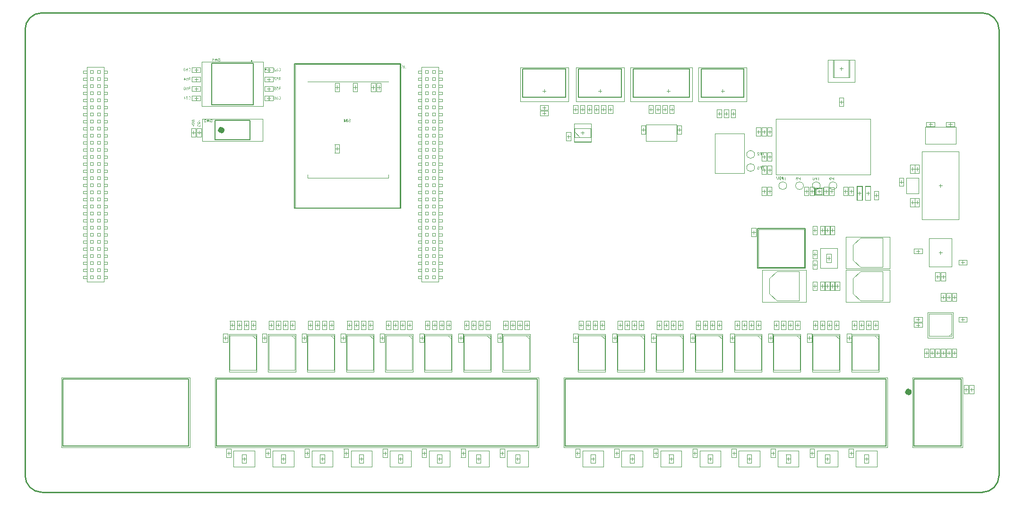
<source format=gbo>
G04*
G04 #@! TF.GenerationSoftware,Altium Limited,Altium Designer,20.0.13 (296)*
G04*
G04 Layer_Color=32896*
%FSLAX25Y25*%
%MOIN*%
G70*
G01*
G75*
%ADD10C,0.00787*%
%ADD11C,0.00394*%
%ADD12C,0.03937*%
%ADD15C,0.00500*%
%ADD18C,0.00197*%
%ADD19C,0.01000*%
%ADD20C,0.00079*%
%ADD21C,0.00394*%
G36*
X120766Y294565D02*
X120782Y294541D01*
X120816Y294492D01*
X120852Y294446D01*
X120889Y294404D01*
X120906Y294387D01*
X120922Y294369D01*
X120936Y294355D01*
X120949Y294343D01*
X120961Y294333D01*
X120968Y294326D01*
X120973Y294320D01*
X120975Y294319D01*
X121034Y294269D01*
X121097Y294224D01*
X121159Y294184D01*
X121186Y294165D01*
X121214Y294149D01*
X121241Y294133D01*
X121264Y294121D01*
X121284Y294109D01*
X121302Y294100D01*
X121316Y294093D01*
X121328Y294088D01*
X121335Y294084D01*
X121337Y294082D01*
Y293843D01*
X121293Y293860D01*
X121248Y293881D01*
X121204Y293902D01*
X121164Y293923D01*
X121146Y293932D01*
X121129Y293942D01*
X121115Y293949D01*
X121102Y293956D01*
X121092Y293962D01*
X121085Y293967D01*
X121080Y293969D01*
X121078Y293970D01*
X121026Y294002D01*
X120980Y294033D01*
X120940Y294063D01*
X120905Y294088D01*
X120891Y294100D01*
X120879Y294110D01*
X120868Y294119D01*
X120858Y294128D01*
X120851Y294133D01*
X120845Y294138D01*
X120844Y294140D01*
X120842Y294142D01*
Y292565D01*
X120593D01*
Y294590D01*
X120754D01*
X120766Y294565D01*
D02*
G37*
G36*
X123738Y292565D02*
X123463D01*
X123038Y294103D01*
X123028Y294142D01*
X123017Y294180D01*
X123006Y294221D01*
X122998Y294257D01*
X122991Y294289D01*
X122987Y294303D01*
X122984Y294315D01*
X122982Y294324D01*
X122980Y294333D01*
X122978Y294336D01*
Y294338D01*
X122977Y294327D01*
X122973Y294315D01*
X122968Y294299D01*
X122965Y294282D01*
X122954Y294243D01*
X122942Y294203D01*
X122931Y294165D01*
X122926Y294147D01*
X122923Y294133D01*
X122919Y294119D01*
X122915Y294110D01*
X122914Y294103D01*
Y294102D01*
X122490Y292565D01*
X122230D01*
X121678Y294583D01*
X121948D01*
X122265Y293286D01*
X122285Y293195D01*
X122296Y293153D01*
X122305Y293113D01*
X122313Y293074D01*
X122322Y293038D01*
X122329Y293004D01*
X122336Y292973D01*
X122343Y292945D01*
X122348Y292920D01*
X122354Y292899D01*
X122357Y292880D01*
X122361Y292866D01*
X122362Y292856D01*
X122364Y292848D01*
Y292847D01*
X122385Y292973D01*
X122410Y293099D01*
X122422Y293160D01*
X122436Y293219D01*
X122448Y293276D01*
X122460Y293328D01*
X122473Y293377D01*
X122485Y293423D01*
X122495Y293463D01*
X122504Y293496D01*
X122508Y293510D01*
X122511Y293524D01*
X122515Y293534D01*
X122517Y293543D01*
X122518Y293550D01*
X122520Y293557D01*
X122522Y293559D01*
Y293561D01*
X122810Y294583D01*
X123133D01*
X123516Y293219D01*
X123519Y293207D01*
X123523Y293190D01*
X123530Y293167D01*
X123535Y293141D01*
X123544Y293111D01*
X123551Y293080D01*
X123566Y293015D01*
X123574Y292983D01*
X123582Y292952D01*
X123589Y292924D01*
X123594Y292898D01*
X123600Y292877D01*
X123603Y292861D01*
X123605Y292850D01*
X123607Y292848D01*
Y292847D01*
X123621Y292924D01*
X123635Y292997D01*
X123642Y293032D01*
X123649Y293067D01*
X123656Y293099D01*
X123663Y293128D01*
X123668Y293157D01*
X123675Y293183D01*
X123680Y293204D01*
X123684Y293223D01*
X123687Y293237D01*
X123691Y293249D01*
X123693Y293256D01*
Y293258D01*
X123999Y294583D01*
X124272D01*
X123738Y292565D01*
D02*
G37*
G36*
X125348Y294614D02*
X125418Y294607D01*
X125451Y294602D01*
X125481Y294595D01*
X125509Y294590D01*
X125535Y294583D01*
X125560Y294576D01*
X125581Y294571D01*
X125600Y294564D01*
X125616Y294558D01*
X125628Y294555D01*
X125638Y294551D01*
X125644Y294548D01*
X125645D01*
X125675Y294534D01*
X125703Y294520D01*
X125731Y294504D01*
X125756Y294488D01*
X125778Y294471D01*
X125800Y294455D01*
X125817Y294438D01*
X125835Y294422D01*
X125850Y294406D01*
X125863Y294392D01*
X125873Y294380D01*
X125883Y294369D01*
X125891Y294359D01*
X125896Y294352D01*
X125898Y294348D01*
X125899Y294346D01*
X125915Y294322D01*
X125927Y294296D01*
X125940Y294271D01*
X125948Y294245D01*
X125964Y294198D01*
X125975Y294154D01*
X125978Y294133D01*
X125980Y294115D01*
X125981Y294100D01*
X125983Y294086D01*
X125985Y294075D01*
Y294067D01*
Y294061D01*
Y294059D01*
X125981Y294009D01*
X125975Y293962D01*
X125962Y293919D01*
X125950Y293883D01*
X125943Y293867D01*
X125938Y293851D01*
X125931Y293839D01*
X125926Y293829D01*
X125922Y293820D01*
X125918Y293815D01*
X125915Y293811D01*
Y293809D01*
X125885Y293769D01*
X125850Y293732D01*
X125815Y293701D01*
X125780Y293673D01*
X125749Y293650D01*
X125735Y293641D01*
X125723Y293634D01*
X125714Y293629D01*
X125707Y293624D01*
X125701Y293622D01*
X125700Y293620D01*
X125677Y293610D01*
X125651Y293598D01*
X125623Y293587D01*
X125591Y293577D01*
X125526Y293555D01*
X125462Y293536D01*
X125432Y293528D01*
X125404Y293519D01*
X125378Y293512D01*
X125355Y293507D01*
X125336Y293501D01*
X125322Y293498D01*
X125313Y293494D01*
X125310D01*
X125259Y293482D01*
X125213Y293472D01*
X125171Y293461D01*
X125135Y293451D01*
X125101Y293442D01*
X125072Y293435D01*
X125045Y293426D01*
X125022Y293421D01*
X125003Y293415D01*
X124987Y293410D01*
X124975Y293405D01*
X124965Y293402D01*
X124956Y293400D01*
X124951Y293398D01*
X124949Y293396D01*
X124947D01*
X124904Y293377D01*
X124865Y293358D01*
X124834Y293338D01*
X124809Y293319D01*
X124790Y293302D01*
X124776Y293290D01*
X124767Y293281D01*
X124765Y293277D01*
X124746Y293251D01*
X124732Y293221D01*
X124723Y293195D01*
X124716Y293169D01*
X124713Y293146D01*
X124709Y293128D01*
Y293122D01*
Y293116D01*
Y293115D01*
Y293113D01*
X124711Y293078D01*
X124718Y293046D01*
X124727Y293017D01*
X124737Y292990D01*
X124750Y292969D01*
X124758Y292953D01*
X124765Y292943D01*
X124767Y292941D01*
Y292940D01*
X124792Y292912D01*
X124820Y292887D01*
X124847Y292866D01*
X124875Y292848D01*
X124902Y292834D01*
X124923Y292824D01*
X124932Y292821D01*
X124937Y292817D01*
X124940Y292815D01*
X124942D01*
X124987Y292799D01*
X125033Y292789D01*
X125078Y292780D01*
X125120Y292775D01*
X125140Y292773D01*
X125157Y292772D01*
X125173D01*
X125185Y292770D01*
X125212D01*
X125275Y292772D01*
X125334Y292778D01*
X125387Y292789D01*
X125409Y292794D01*
X125432Y292799D01*
X125453Y292805D01*
X125470Y292810D01*
X125486Y292815D01*
X125498Y292821D01*
X125509Y292824D01*
X125516Y292828D01*
X125521Y292829D01*
X125523D01*
X125570Y292854D01*
X125612Y292878D01*
X125647Y292905D01*
X125675Y292931D01*
X125698Y292953D01*
X125714Y292971D01*
X125719Y292978D01*
X125723Y292983D01*
X125726Y292985D01*
Y292987D01*
X125749Y293025D01*
X125766Y293067D01*
X125780Y293109D01*
X125791Y293149D01*
X125796Y293167D01*
X125800Y293184D01*
X125803Y293198D01*
X125805Y293213D01*
X125806Y293223D01*
Y293230D01*
X125808Y293235D01*
Y293237D01*
X126060Y293214D01*
X126058Y293178D01*
X126053Y293141D01*
X126041Y293073D01*
X126032Y293039D01*
X126023Y293009D01*
X126013Y292982D01*
X126003Y292957D01*
X125994Y292933D01*
X125983Y292912D01*
X125975Y292894D01*
X125966Y292878D01*
X125961Y292866D01*
X125955Y292857D01*
X125952Y292852D01*
X125950Y292850D01*
X125929Y292821D01*
X125908Y292794D01*
X125883Y292770D01*
X125861Y292745D01*
X125836Y292724D01*
X125812Y292705D01*
X125789Y292688D01*
X125765Y292670D01*
X125743Y292656D01*
X125724Y292644D01*
X125705Y292633D01*
X125689Y292626D01*
X125677Y292619D01*
X125668Y292614D01*
X125661Y292612D01*
X125660Y292611D01*
X125625Y292597D01*
X125586Y292584D01*
X125509Y292565D01*
X125432Y292551D01*
X125395Y292546D01*
X125360Y292542D01*
X125327Y292539D01*
X125295Y292535D01*
X125269Y292534D01*
X125245D01*
X125225Y292532D01*
X125199D01*
X125159Y292534D01*
X125120Y292535D01*
X125084Y292539D01*
X125047Y292544D01*
X125014Y292549D01*
X124982Y292556D01*
X124952Y292563D01*
X124925Y292572D01*
X124900Y292579D01*
X124877Y292586D01*
X124858Y292593D01*
X124840Y292598D01*
X124828Y292603D01*
X124818Y292607D01*
X124812Y292611D01*
X124811D01*
X124779Y292626D01*
X124750Y292642D01*
X124722Y292659D01*
X124695Y292679D01*
X124672Y292696D01*
X124650Y292716D01*
X124630Y292733D01*
X124613Y292751D01*
X124597Y292766D01*
X124583Y292782D01*
X124571Y292796D01*
X124562Y292808D01*
X124555Y292817D01*
X124548Y292824D01*
X124547Y292829D01*
X124545Y292831D01*
X124529Y292857D01*
X124513Y292885D01*
X124501Y292912D01*
X124490Y292938D01*
X124475Y292988D01*
X124464Y293036D01*
X124459Y293057D01*
X124457Y293076D01*
X124455Y293092D01*
X124454Y293106D01*
X124452Y293118D01*
Y293127D01*
Y293132D01*
Y293134D01*
X124454Y293163D01*
X124455Y293193D01*
X124466Y293248D01*
X124478Y293297D01*
X124487Y293318D01*
X124494Y293338D01*
X124503Y293356D01*
X124510Y293373D01*
X124519Y293388D01*
X124524Y293398D01*
X124529Y293409D01*
X124534Y293415D01*
X124536Y293419D01*
X124538Y293421D01*
X124555Y293444D01*
X124573Y293465D01*
X124613Y293505D01*
X124657Y293542D01*
X124699Y293571D01*
X124718Y293584D01*
X124737Y293594D01*
X124753Y293605D01*
X124769Y293613D01*
X124779Y293619D01*
X124790Y293624D01*
X124795Y293626D01*
X124797Y293627D01*
X124821Y293638D01*
X124851Y293648D01*
X124884Y293659D01*
X124919Y293671D01*
X124993Y293692D01*
X125068Y293711D01*
X125103Y293720D01*
X125136Y293729D01*
X125166Y293736D01*
X125194Y293743D01*
X125215Y293748D01*
X125233Y293752D01*
X125243Y293755D01*
X125247D01*
X125304Y293769D01*
X125357Y293783D01*
X125404Y293795D01*
X125446Y293809D01*
X125485Y293822D01*
X125516Y293832D01*
X125546Y293844D01*
X125570Y293855D01*
X125590Y293864D01*
X125607Y293872D01*
X125621Y293879D01*
X125631Y293886D01*
X125640Y293892D01*
X125645Y293895D01*
X125647Y293899D01*
X125649D01*
X125663Y293913D01*
X125675Y293927D01*
X125695Y293956D01*
X125708Y293986D01*
X125717Y294014D01*
X125724Y294039D01*
X125726Y294059D01*
X125728Y294067D01*
Y294072D01*
Y294075D01*
Y294077D01*
X125726Y294100D01*
X125723Y294123D01*
X125717Y294144D01*
X125710Y294165D01*
X125693Y294201D01*
X125672Y294233D01*
X125653Y294257D01*
X125644Y294268D01*
X125635Y294276D01*
X125628Y294284D01*
X125623Y294289D01*
X125619Y294290D01*
X125618Y294292D01*
X125595Y294308D01*
X125570Y294322D01*
X125542Y294334D01*
X125514Y294345D01*
X125457Y294361D01*
X125397Y294371D01*
X125371Y294374D01*
X125345Y294376D01*
X125322Y294378D01*
X125303Y294380D01*
X125285Y294382D01*
X125262D01*
X125220Y294380D01*
X125180Y294378D01*
X125143Y294373D01*
X125108Y294366D01*
X125077Y294359D01*
X125049Y294350D01*
X125022Y294341D01*
X125000Y294333D01*
X124979Y294324D01*
X124960Y294315D01*
X124945Y294306D01*
X124933Y294299D01*
X124923Y294292D01*
X124916Y294287D01*
X124912Y294285D01*
X124910Y294284D01*
X124890Y294264D01*
X124870Y294243D01*
X124853Y294221D01*
X124837Y294198D01*
X124825Y294173D01*
X124812Y294149D01*
X124795Y294103D01*
X124788Y294080D01*
X124781Y294059D01*
X124777Y294042D01*
X124774Y294026D01*
X124772Y294012D01*
X124770Y294004D01*
X124769Y293997D01*
Y293995D01*
X124513Y294014D01*
X124515Y294047D01*
X124520Y294079D01*
X124532Y294138D01*
X124539Y294166D01*
X124548Y294193D01*
X124557Y294217D01*
X124566Y294238D01*
X124574Y294259D01*
X124583Y294276D01*
X124592Y294292D01*
X124599Y294306D01*
X124604Y294317D01*
X124609Y294324D01*
X124611Y294329D01*
X124613Y294331D01*
X124630Y294357D01*
X124652Y294382D01*
X124694Y294424D01*
X124737Y294460D01*
X124779Y294490D01*
X124800Y294504D01*
X124818Y294515D01*
X124835Y294523D01*
X124849Y294530D01*
X124862Y294537D01*
X124870Y294541D01*
X124875Y294544D01*
X124877D01*
X124944Y294569D01*
X125012Y294586D01*
X125078Y294600D01*
X125110Y294605D01*
X125140Y294609D01*
X125168Y294613D01*
X125194Y294614D01*
X125217Y294616D01*
X125236D01*
X125252Y294618D01*
X125275D01*
X125348Y294614D01*
D02*
G37*
G36*
X254612Y289441D02*
X254668Y289432D01*
X254721Y289421D01*
X254770Y289406D01*
X254815Y289388D01*
X254856Y289369D01*
X254894Y289348D01*
X254929Y289327D01*
X254961Y289306D01*
X254987Y289285D01*
X255010Y289266D01*
X255029Y289248D01*
X255045Y289232D01*
X255055Y289222D01*
X255062Y289215D01*
X255064Y289211D01*
X255083Y289185D01*
X255102Y289159D01*
X255136Y289099D01*
X255164Y289035D01*
X255188Y288966D01*
X255209Y288896D01*
X255227Y288825D01*
X255241Y288755D01*
X255253Y288686D01*
X255262Y288622D01*
X255267Y288560D01*
X255270Y288531D01*
X255272Y288504D01*
X255274Y288480D01*
X255276Y288457D01*
X255277Y288436D01*
Y288417D01*
Y288401D01*
X255279Y288387D01*
Y288375D01*
Y288368D01*
Y288363D01*
Y288361D01*
X255277Y288266D01*
X255270Y288179D01*
X255262Y288098D01*
X255249Y288023D01*
X255234Y287957D01*
X255218Y287895D01*
X255200Y287839D01*
X255181Y287790D01*
X255164Y287748D01*
X255146Y287712D01*
X255130Y287680D01*
X255115Y287656D01*
X255102Y287636D01*
X255094Y287622D01*
X255087Y287615D01*
X255085Y287612D01*
X255046Y287572D01*
X255006Y287537D01*
X254966Y287507D01*
X254924Y287481D01*
X254880Y287458D01*
X254838Y287440D01*
X254798Y287425D01*
X254758Y287412D01*
X254721Y287404D01*
X254688Y287397D01*
X254656Y287391D01*
X254630Y287388D01*
X254609Y287386D01*
X254593Y287384D01*
X254579D01*
X254546Y287386D01*
X254513Y287388D01*
X254451Y287398D01*
X254423Y287404D01*
X254395Y287412D01*
X254371Y287419D01*
X254348Y287428D01*
X254327Y287435D01*
X254308Y287444D01*
X254292Y287451D01*
X254278Y287456D01*
X254268Y287463D01*
X254261Y287467D01*
X254255Y287468D01*
X254254Y287470D01*
X254227Y287488D01*
X254203Y287507D01*
X254157Y287545D01*
X254119Y287587D01*
X254087Y287628D01*
X254061Y287664D01*
X254051Y287680D01*
X254044Y287694D01*
X254037Y287705D01*
X254031Y287713D01*
X254030Y287719D01*
X254028Y287720D01*
X254014Y287752D01*
X254000Y287782D01*
X253981Y287845D01*
X253965Y287902D01*
X253960Y287930D01*
X253956Y287957D01*
X253953Y287981D01*
X253949Y288004D01*
X253947Y288023D01*
Y288041D01*
X253946Y288053D01*
Y288063D01*
Y288070D01*
Y288072D01*
X253947Y288125D01*
X253953Y288175D01*
X253961Y288223D01*
X253974Y288268D01*
X253986Y288310D01*
X254002Y288349D01*
X254017Y288384D01*
X254033Y288415D01*
X254049Y288445D01*
X254065Y288469D01*
X254080Y288492D01*
X254093Y288510D01*
X254105Y288524D01*
X254114Y288534D01*
X254119Y288541D01*
X254121Y288543D01*
X254154Y288576D01*
X254189Y288604D01*
X254224Y288629D01*
X254261Y288650D01*
X254296Y288667D01*
X254331Y288681D01*
X254366Y288693D01*
X254397Y288704D01*
X254427Y288711D01*
X254455Y288716D01*
X254479Y288721D01*
X254500Y288723D01*
X254518Y288725D01*
X254532Y288727D01*
X254542D01*
X254595Y288723D01*
X254644Y288716D01*
X254691Y288706D01*
X254731Y288693D01*
X254749Y288686D01*
X254765Y288681D01*
X254779Y288676D01*
X254791Y288671D01*
X254801Y288667D01*
X254808Y288664D01*
X254812Y288660D01*
X254814D01*
X254861Y288632D01*
X254903Y288601D01*
X254940Y288567D01*
X254971Y288534D01*
X254997Y288504D01*
X255008Y288490D01*
X255017Y288480D01*
X255024Y288469D01*
X255029Y288462D01*
X255031Y288459D01*
X255032Y288457D01*
X255031Y288513D01*
X255029Y288564D01*
X255025Y288613D01*
X255020Y288658D01*
X255015Y288699D01*
X255010Y288737D01*
X255004Y288772D01*
X254997Y288804D01*
X254992Y288832D01*
X254985Y288854D01*
X254980Y288875D01*
X254975Y288893D01*
X254969Y288905D01*
X254968Y288916D01*
X254964Y288921D01*
Y288923D01*
X254950Y288952D01*
X254936Y288980D01*
X254922Y289007D01*
X254906Y289031D01*
X254891Y289054D01*
X254875Y289075D01*
X254861Y289092D01*
X254845Y289110D01*
X254831Y289124D01*
X254819Y289138D01*
X254808Y289148D01*
X254798Y289157D01*
X254789Y289164D01*
X254784Y289169D01*
X254780Y289171D01*
X254779Y289173D01*
X254744Y289196D01*
X254709Y289211D01*
X254674Y289224D01*
X254640Y289231D01*
X254612Y289236D01*
X254600Y289238D01*
X254590D01*
X254583Y289239D01*
X254570D01*
X254544Y289238D01*
X254518Y289234D01*
X254493Y289229D01*
X254469Y289224D01*
X254427Y289206D01*
X254390Y289187D01*
X254376Y289176D01*
X254362Y289166D01*
X254350Y289157D01*
X254339Y289150D01*
X254332Y289143D01*
X254327Y289138D01*
X254324Y289134D01*
X254322Y289133D01*
X254311Y289119D01*
X254301Y289105D01*
X254282Y289071D01*
X254266Y289036D01*
X254252Y289001D01*
X254241Y288970D01*
X254236Y288956D01*
X254233Y288945D01*
X254231Y288935D01*
X254229Y288928D01*
X254227Y288923D01*
Y288921D01*
X253981Y288940D01*
X253988Y288982D01*
X253998Y289024D01*
X254009Y289061D01*
X254023Y289096D01*
X254037Y289129D01*
X254052Y289159D01*
X254068Y289187D01*
X254084Y289211D01*
X254100Y289234D01*
X254114Y289253D01*
X254128Y289269D01*
X254140Y289283D01*
X254150Y289294D01*
X254157Y289302D01*
X254163Y289306D01*
X254164Y289308D01*
X254194Y289332D01*
X254226Y289351D01*
X254257Y289371D01*
X254290Y289386D01*
X254322Y289399D01*
X254355Y289409D01*
X254387Y289418D01*
X254416Y289425D01*
X254444Y289432D01*
X254471Y289435D01*
X254495Y289439D01*
X254514Y289441D01*
X254532Y289442D01*
X254555D01*
X254612Y289441D01*
D02*
G37*
G36*
X255872Y288046D02*
Y288014D01*
X255874Y287985D01*
Y287958D01*
X255876Y287934D01*
X255879Y287911D01*
X255881Y287890D01*
X255883Y287871D01*
X255886Y287853D01*
X255888Y287839D01*
X255892Y287827D01*
X255893Y287817D01*
X255895Y287808D01*
X255897Y287801D01*
X255899Y287796D01*
X255900Y287794D01*
Y287792D01*
X255913Y287764D01*
X255928Y287740D01*
X255944Y287719D01*
X255962Y287701D01*
X255977Y287687D01*
X255990Y287677D01*
X255998Y287670D01*
X256002Y287668D01*
X256030Y287652D01*
X256060Y287642D01*
X256088Y287633D01*
X256116Y287628D01*
X256138Y287624D01*
X256158Y287622D01*
X256175D01*
X256200Y287624D01*
X256224Y287626D01*
X256266Y287636D01*
X256303Y287649D01*
X256333Y287664D01*
X256357Y287680D01*
X256375Y287694D01*
X256380Y287699D01*
X256385Y287703D01*
X256387Y287705D01*
X256389Y287706D01*
X256403Y287724D01*
X256415Y287745D01*
X256425Y287768D01*
X256434Y287792D01*
X256450Y287845D01*
X256460Y287897D01*
X256464Y287922D01*
X256467Y287946D01*
X256469Y287967D01*
X256471Y287986D01*
X256473Y288002D01*
X256474Y288013D01*
Y288021D01*
Y288023D01*
X256716Y287990D01*
Y287936D01*
X256712Y287885D01*
X256705Y287836D01*
X256698Y287792D01*
X256688Y287752D01*
X256676Y287713D01*
X256663Y287680D01*
X256651Y287650D01*
X256639Y287624D01*
X256625Y287601D01*
X256614Y287580D01*
X256604Y287565D01*
X256593Y287552D01*
X256586Y287544D01*
X256583Y287538D01*
X256581Y287537D01*
X256553Y287510D01*
X256523Y287486D01*
X256490Y287467D01*
X256457Y287449D01*
X256424Y287433D01*
X256390Y287421D01*
X256357Y287412D01*
X256324Y287404D01*
X256294Y287397D01*
X256264Y287393D01*
X256240Y287390D01*
X256217Y287386D01*
X256200D01*
X256186Y287384D01*
X256173D01*
X256109Y287388D01*
X256049Y287395D01*
X256021Y287402D01*
X255997Y287407D01*
X255972Y287414D01*
X255951Y287421D01*
X255930Y287426D01*
X255913Y287433D01*
X255899Y287440D01*
X255885Y287446D01*
X255876Y287449D01*
X255867Y287453D01*
X255864Y287456D01*
X255862D01*
X255815Y287486D01*
X255776Y287521D01*
X255741Y287556D01*
X255715Y287589D01*
X255694Y287621D01*
X255685Y287633D01*
X255680Y287645D01*
X255675Y287654D01*
X255671Y287663D01*
X255668Y287666D01*
Y287668D01*
X255657Y287696D01*
X255647Y287726D01*
X255631Y287789D01*
X255620Y287853D01*
X255612Y287916D01*
X255610Y287946D01*
X255608Y287972D01*
X255606Y287997D01*
Y288018D01*
X255605Y288035D01*
Y288049D01*
Y288056D01*
Y288060D01*
Y289435D01*
X255872D01*
Y288046D01*
D02*
G37*
G36*
X164422Y287698D02*
X164471Y287692D01*
X164518Y287686D01*
X164562Y287677D01*
X164602Y287665D01*
X164640Y287652D01*
X164675Y287638D01*
X164705Y287624D01*
X164733Y287610D01*
X164758Y287596D01*
X164779Y287584D01*
X164796Y287572D01*
X164810Y287563D01*
X164819Y287556D01*
X164826Y287551D01*
X164828Y287549D01*
X164857Y287519D01*
X164885Y287488D01*
X164908Y287455D01*
X164929Y287418D01*
X164948Y287383D01*
X164964Y287346D01*
X164976Y287311D01*
X164989Y287276D01*
X164997Y287243D01*
X165004Y287213D01*
X165011Y287185D01*
X165015Y287162D01*
X165018Y287143D01*
X165020Y287127D01*
X165022Y287119D01*
Y287115D01*
X164766Y287089D01*
X164765Y287124D01*
X164761Y287155D01*
X164756Y287187D01*
X164749Y287215D01*
X164742Y287241D01*
X164733Y287265D01*
X164723Y287288D01*
X164712Y287309D01*
X164703Y287327D01*
X164693Y287343D01*
X164684Y287355D01*
X164675Y287367D01*
X164670Y287376D01*
X164665Y287381D01*
X164661Y287385D01*
X164660Y287386D01*
X164639Y287405D01*
X164616Y287421D01*
X164593Y287437D01*
X164570Y287449D01*
X164546Y287460D01*
X164523Y287469D01*
X164478Y287481D01*
X164457Y287486D01*
X164436Y287490D01*
X164418Y287491D01*
X164404Y287493D01*
X164392Y287495D01*
X164374D01*
X164343Y287493D01*
X164313Y287491D01*
X164285Y287486D01*
X164261Y287479D01*
X164236Y287472D01*
X164213Y287463D01*
X164192Y287453D01*
X164173Y287444D01*
X164156Y287435D01*
X164142Y287425D01*
X164129Y287416D01*
X164119Y287409D01*
X164110Y287402D01*
X164105Y287399D01*
X164101Y287395D01*
X164100Y287393D01*
X164080Y287374D01*
X164065Y287353D01*
X164051Y287332D01*
X164038Y287311D01*
X164028Y287290D01*
X164021Y287271D01*
X164007Y287230D01*
X164003Y287213D01*
X164000Y287197D01*
X163998Y287182D01*
X163996Y287169D01*
X163995Y287159D01*
Y287152D01*
Y287146D01*
Y287145D01*
X163996Y287119D01*
X164000Y287092D01*
X164005Y287066D01*
X164012Y287040D01*
X164031Y286989D01*
X164052Y286944D01*
X164063Y286923D01*
X164073Y286905D01*
X164084Y286888D01*
X164093Y286874D01*
X164100Y286863D01*
X164105Y286854D01*
X164108Y286849D01*
X164110Y286847D01*
X164135Y286816D01*
X164163Y286784D01*
X164194Y286749D01*
X164227Y286714D01*
X164264Y286678D01*
X164301Y286643D01*
X164339Y286608D01*
X164376Y286574D01*
X164411Y286543D01*
X164444Y286513D01*
X164474Y286487D01*
X164502Y286464D01*
X164523Y286445D01*
X164541Y286431D01*
X164551Y286422D01*
X164553Y286419D01*
X164555D01*
X164593Y286387D01*
X164630Y286355D01*
X164663Y286326D01*
X164695Y286298D01*
X164723Y286272D01*
X164751Y286245D01*
X164773Y286223D01*
X164796Y286202D01*
X164815Y286182D01*
X164831Y286165D01*
X164845Y286149D01*
X164857Y286137D01*
X164866Y286128D01*
X164873Y286119D01*
X164877Y286116D01*
X164878Y286114D01*
X164917Y286065D01*
X164950Y286016D01*
X164980Y285972D01*
X165001Y285930D01*
X165011Y285913D01*
X165018Y285897D01*
X165025Y285881D01*
X165031Y285869D01*
X165036Y285860D01*
X165039Y285853D01*
X165041Y285848D01*
Y285846D01*
X165052Y285815D01*
X165059Y285785D01*
X165064Y285755D01*
X165067Y285729D01*
X165069Y285708D01*
Y285690D01*
Y285684D01*
Y285678D01*
Y285677D01*
Y285675D01*
X163736D01*
Y285913D01*
X164724D01*
X164709Y285937D01*
X164691Y285962D01*
X164674Y285984D01*
X164658Y286004D01*
X164644Y286021D01*
X164632Y286035D01*
X164625Y286042D01*
X164621Y286046D01*
X164607Y286060D01*
X164591Y286076D01*
X164570Y286095D01*
X164549Y286114D01*
X164502Y286156D01*
X164453Y286198D01*
X164430Y286217D01*
X164408Y286237D01*
X164388Y286254D01*
X164371Y286270D01*
X164355Y286282D01*
X164345Y286291D01*
X164336Y286298D01*
X164334Y286299D01*
X164285Y286342D01*
X164241Y286380D01*
X164199Y286417D01*
X164163Y286450D01*
X164128Y286482D01*
X164098Y286511D01*
X164070Y286538D01*
X164044Y286562D01*
X164023Y286583D01*
X164005Y286602D01*
X163989Y286618D01*
X163975Y286630D01*
X163967Y286641D01*
X163960Y286649D01*
X163956Y286653D01*
X163954Y286655D01*
X163914Y286702D01*
X163879Y286748D01*
X163851Y286790D01*
X163828Y286826D01*
X163820Y286842D01*
X163811Y286856D01*
X163804Y286868D01*
X163799Y286880D01*
X163795Y286888D01*
X163792Y286894D01*
X163790Y286898D01*
Y286900D01*
X163772Y286944D01*
X163760Y286987D01*
X163751Y287028D01*
X163746Y287064D01*
X163741Y287094D01*
Y287108D01*
X163739Y287119D01*
Y287127D01*
Y287134D01*
Y287138D01*
Y287140D01*
X163741Y287183D01*
X163746Y287225D01*
X163755Y287265D01*
X163765Y287302D01*
X163778Y287337D01*
X163793Y287371D01*
X163807Y287400D01*
X163823Y287428D01*
X163841Y287453D01*
X163855Y287476D01*
X163869Y287495D01*
X163883Y287511D01*
X163893Y287523D01*
X163902Y287532D01*
X163907Y287537D01*
X163909Y287539D01*
X163942Y287567D01*
X163977Y287591D01*
X164014Y287614D01*
X164052Y287631D01*
X164091Y287647D01*
X164129Y287661D01*
X164166Y287671D01*
X164203Y287680D01*
X164236Y287686D01*
X164268Y287691D01*
X164297Y287694D01*
X164322Y287698D01*
X164341D01*
X164357Y287700D01*
X164369D01*
X164422Y287698D01*
D02*
G37*
G36*
X102913Y286655D02*
X102680Y286626D01*
X102657Y286657D01*
X102633Y286684D01*
X102609Y286708D01*
X102584Y286727D01*
X102563Y286745D01*
X102545Y286755D01*
X102539Y286760D01*
X102533Y286764D01*
X102532Y286766D01*
X102530D01*
X102493Y286783D01*
X102456Y286797D01*
X102419Y286806D01*
X102386Y286813D01*
X102357Y286817D01*
X102344Y286818D01*
X102334Y286820D01*
X102314D01*
X102279Y286818D01*
X102244Y286815D01*
X102213Y286808D01*
X102183Y286801D01*
X102155Y286792D01*
X102131Y286782D01*
X102106Y286769D01*
X102085Y286759D01*
X102066Y286747D01*
X102049Y286734D01*
X102034Y286724D01*
X102022Y286715D01*
X102014Y286708D01*
X102006Y286701D01*
X102003Y286698D01*
X102001Y286696D01*
X101980Y286671D01*
X101963Y286647D01*
X101945Y286619D01*
X101933Y286593D01*
X101921Y286564D01*
X101912Y286537D01*
X101896Y286482D01*
X101893Y286458D01*
X101889Y286435D01*
X101886Y286414D01*
X101884Y286397D01*
X101882Y286383D01*
Y286370D01*
Y286363D01*
Y286362D01*
X101884Y286321D01*
X101888Y286283D01*
X101894Y286246D01*
X101901Y286213D01*
X101910Y286179D01*
X101921Y286152D01*
X101933Y286123D01*
X101944Y286099D01*
X101956Y286078D01*
X101968Y286059D01*
X101979Y286043D01*
X101987Y286029D01*
X101994Y286018D01*
X102001Y286012D01*
X102005Y286006D01*
X102006Y286004D01*
X102029Y285980D01*
X102054Y285961D01*
X102080Y285942D01*
X102106Y285928D01*
X102131Y285913D01*
X102155Y285903D01*
X102180Y285894D01*
X102204Y285887D01*
X102225Y285880D01*
X102246Y285877D01*
X102264Y285873D01*
X102279Y285872D01*
X102292D01*
X102301Y285870D01*
X102309D01*
X102337Y285872D01*
X102364Y285873D01*
X102411Y285884D01*
X102454Y285899D01*
X102491Y285917D01*
X102507Y285926D01*
X102523Y285934D01*
X102533Y285943D01*
X102544Y285950D01*
X102552Y285956D01*
X102558Y285961D01*
X102561Y285963D01*
X102563Y285964D01*
X102582Y285983D01*
X102598Y286004D01*
X102628Y286050D01*
X102650Y286097D01*
X102668Y286144D01*
X102675Y286167D01*
X102682Y286187D01*
X102685Y286206D01*
X102691Y286222D01*
X102692Y286235D01*
X102694Y286244D01*
X102696Y286251D01*
Y286253D01*
X102957Y286230D01*
X102950Y286183D01*
X102941Y286139D01*
X102929Y286097D01*
X102915Y286059D01*
X102901Y286022D01*
X102883Y285989D01*
X102866Y285957D01*
X102848Y285929D01*
X102831Y285905D01*
X102815Y285884D01*
X102799Y285864D01*
X102787Y285849D01*
X102775Y285837D01*
X102766Y285828D01*
X102761Y285823D01*
X102759Y285821D01*
X102726Y285794D01*
X102689Y285770D01*
X102652Y285749D01*
X102615Y285732D01*
X102577Y285718D01*
X102540Y285705D01*
X102504Y285695D01*
X102469Y285686D01*
X102435Y285679D01*
X102406Y285676D01*
X102377Y285672D01*
X102355Y285668D01*
X102336D01*
X102322Y285667D01*
X102309D01*
X102248Y285670D01*
X102190Y285677D01*
X102136Y285689D01*
X102085Y285705D01*
X102038Y285723D01*
X101994Y285744D01*
X101954Y285767D01*
X101919Y285789D01*
X101888Y285810D01*
X101859Y285833D01*
X101835Y285854D01*
X101816Y285872D01*
X101800Y285887D01*
X101789Y285899D01*
X101783Y285907D01*
X101781Y285910D01*
X101753Y285948D01*
X101728Y285989D01*
X101706Y286029D01*
X101688Y286069D01*
X101672Y286109D01*
X101658Y286148D01*
X101648Y286187D01*
X101639Y286223D01*
X101634Y286257D01*
X101628Y286288D01*
X101625Y286314D01*
X101621Y286339D01*
Y286358D01*
X101620Y286372D01*
Y286381D01*
Y286384D01*
X101621Y286437D01*
X101627Y286488D01*
X101637Y286535D01*
X101648Y286578D01*
X101662Y286620D01*
X101678Y286659D01*
X101693Y286696D01*
X101711Y286727D01*
X101728Y286757D01*
X101744Y286782D01*
X101760Y286804D01*
X101774Y286822D01*
X101784Y286836D01*
X101793Y286846D01*
X101800Y286853D01*
X101802Y286855D01*
X101837Y286888D01*
X101874Y286916D01*
X101910Y286941D01*
X101949Y286962D01*
X101986Y286979D01*
X102022Y286993D01*
X102059Y287005D01*
X102092Y287016D01*
X102126Y287023D01*
X102155Y287028D01*
X102181Y287034D01*
X102204Y287035D01*
X102222Y287037D01*
X102236Y287039D01*
X102248D01*
X102285Y287037D01*
X102322Y287034D01*
X102357Y287027D01*
X102392Y287019D01*
X102425Y287009D01*
X102456Y286999D01*
X102486Y286986D01*
X102514Y286976D01*
X102539Y286964D01*
X102561Y286951D01*
X102580Y286941D01*
X102598Y286930D01*
X102612Y286923D01*
X102621Y286916D01*
X102628Y286913D01*
X102629Y286911D01*
X102521Y287455D01*
X101714D01*
Y287691D01*
X102717D01*
X102913Y286655D01*
D02*
G37*
G36*
X165949Y287698D02*
X166005Y287689D01*
X166058Y287679D01*
X166107Y287663D01*
X166152Y287645D01*
X166193Y287626D01*
X166231Y287605D01*
X166266Y287584D01*
X166298Y287563D01*
X166324Y287542D01*
X166347Y287523D01*
X166366Y287505D01*
X166382Y287490D01*
X166392Y287479D01*
X166399Y287472D01*
X166401Y287469D01*
X166420Y287442D01*
X166439Y287416D01*
X166473Y287357D01*
X166501Y287292D01*
X166525Y287224D01*
X166546Y287154D01*
X166564Y287082D01*
X166578Y287012D01*
X166590Y286944D01*
X166599Y286879D01*
X166604Y286818D01*
X166607Y286788D01*
X166609Y286761D01*
X166611Y286737D01*
X166613Y286714D01*
X166614Y286693D01*
Y286674D01*
Y286658D01*
X166616Y286644D01*
Y286632D01*
Y286625D01*
Y286620D01*
Y286618D01*
X166614Y286524D01*
X166607Y286436D01*
X166599Y286355D01*
X166586Y286280D01*
X166571Y286214D01*
X166555Y286153D01*
X166537Y286097D01*
X166518Y286048D01*
X166501Y286005D01*
X166483Y285969D01*
X166467Y285937D01*
X166452Y285913D01*
X166439Y285894D01*
X166431Y285880D01*
X166424Y285873D01*
X166422Y285869D01*
X166383Y285829D01*
X166343Y285794D01*
X166303Y285764D01*
X166261Y285738D01*
X166217Y285715D01*
X166175Y285698D01*
X166135Y285682D01*
X166095Y285669D01*
X166058Y285661D01*
X166025Y285654D01*
X165993Y285648D01*
X165967Y285645D01*
X165946Y285643D01*
X165930Y285642D01*
X165916D01*
X165883Y285643D01*
X165850Y285645D01*
X165788Y285655D01*
X165760Y285661D01*
X165732Y285669D01*
X165708Y285677D01*
X165685Y285685D01*
X165664Y285692D01*
X165645Y285701D01*
X165629Y285708D01*
X165615Y285713D01*
X165605Y285720D01*
X165598Y285724D01*
X165592Y285726D01*
X165591Y285727D01*
X165564Y285745D01*
X165540Y285764D01*
X165494Y285803D01*
X165456Y285844D01*
X165424Y285885D01*
X165398Y285922D01*
X165388Y285937D01*
X165381Y285951D01*
X165374Y285962D01*
X165368Y285971D01*
X165367Y285976D01*
X165365Y285978D01*
X165351Y286009D01*
X165337Y286039D01*
X165318Y286102D01*
X165302Y286159D01*
X165297Y286188D01*
X165293Y286214D01*
X165290Y286238D01*
X165286Y286261D01*
X165284Y286280D01*
Y286298D01*
X165283Y286310D01*
Y286321D01*
Y286328D01*
Y286329D01*
X165284Y286382D01*
X165290Y286433D01*
X165298Y286480D01*
X165311Y286525D01*
X165323Y286567D01*
X165339Y286606D01*
X165354Y286641D01*
X165370Y286672D01*
X165386Y286702D01*
X165402Y286726D01*
X165417Y286749D01*
X165430Y286767D01*
X165442Y286781D01*
X165451Y286791D01*
X165456Y286798D01*
X165458Y286800D01*
X165491Y286833D01*
X165526Y286861D01*
X165561Y286886D01*
X165598Y286907D01*
X165633Y286924D01*
X165668Y286938D01*
X165703Y286951D01*
X165734Y286961D01*
X165764Y286968D01*
X165792Y286973D01*
X165816Y286979D01*
X165837Y286980D01*
X165855Y286982D01*
X165869Y286984D01*
X165879D01*
X165932Y286980D01*
X165981Y286973D01*
X166028Y286963D01*
X166068Y286951D01*
X166086Y286944D01*
X166102Y286938D01*
X166116Y286933D01*
X166128Y286928D01*
X166138Y286924D01*
X166145Y286921D01*
X166149Y286917D01*
X166151D01*
X166198Y286889D01*
X166240Y286858D01*
X166277Y286824D01*
X166308Y286791D01*
X166334Y286761D01*
X166345Y286748D01*
X166354Y286737D01*
X166361Y286726D01*
X166366Y286719D01*
X166368Y286716D01*
X166369Y286714D01*
X166368Y286770D01*
X166366Y286821D01*
X166362Y286870D01*
X166357Y286915D01*
X166352Y286956D01*
X166347Y286994D01*
X166341Y287029D01*
X166334Y287061D01*
X166329Y287089D01*
X166322Y287111D01*
X166317Y287133D01*
X166312Y287150D01*
X166306Y287162D01*
X166305Y287173D01*
X166301Y287178D01*
Y287180D01*
X166287Y287210D01*
X166273Y287238D01*
X166259Y287264D01*
X166243Y287288D01*
X166228Y287311D01*
X166212Y287332D01*
X166198Y287350D01*
X166182Y287367D01*
X166168Y287381D01*
X166156Y287395D01*
X166145Y287405D01*
X166135Y287414D01*
X166126Y287421D01*
X166121Y287426D01*
X166117Y287428D01*
X166116Y287430D01*
X166081Y287453D01*
X166046Y287469D01*
X166011Y287481D01*
X165977Y287488D01*
X165949Y287493D01*
X165937Y287495D01*
X165927D01*
X165920Y287496D01*
X165907D01*
X165881Y287495D01*
X165855Y287491D01*
X165830Y287486D01*
X165806Y287481D01*
X165764Y287463D01*
X165727Y287444D01*
X165713Y287434D01*
X165699Y287423D01*
X165687Y287414D01*
X165676Y287407D01*
X165669Y287400D01*
X165664Y287395D01*
X165661Y287392D01*
X165659Y287390D01*
X165648Y287376D01*
X165638Y287362D01*
X165619Y287329D01*
X165603Y287294D01*
X165589Y287259D01*
X165578Y287227D01*
X165573Y287213D01*
X165570Y287203D01*
X165568Y287192D01*
X165566Y287185D01*
X165564Y287180D01*
Y287178D01*
X165318Y287197D01*
X165325Y287239D01*
X165335Y287281D01*
X165346Y287318D01*
X165360Y287353D01*
X165374Y287386D01*
X165389Y287416D01*
X165405Y287444D01*
X165421Y287469D01*
X165437Y287491D01*
X165451Y287511D01*
X165465Y287526D01*
X165477Y287540D01*
X165487Y287551D01*
X165494Y287560D01*
X165500Y287563D01*
X165501Y287565D01*
X165531Y287589D01*
X165563Y287609D01*
X165594Y287628D01*
X165627Y287644D01*
X165659Y287656D01*
X165692Y287666D01*
X165724Y287675D01*
X165753Y287682D01*
X165781Y287689D01*
X165808Y287692D01*
X165832Y287696D01*
X165851Y287698D01*
X165869Y287700D01*
X165892D01*
X165949Y287698D01*
D02*
G37*
G36*
X100806Y287723D02*
X100853Y287716D01*
X100899Y287707D01*
X100941Y287695D01*
X100981Y287681D01*
X101018Y287665D01*
X101053Y287649D01*
X101084Y287632D01*
X101112Y287614D01*
X101137Y287597D01*
X101158Y287581D01*
X101175Y287567D01*
X101189Y287555D01*
X101200Y287546D01*
X101207Y287539D01*
X101208Y287538D01*
X101240Y287501D01*
X101268Y287462D01*
X101293Y287422D01*
X101313Y287382D01*
X101329Y287340D01*
X101345Y287299D01*
X101357Y287259D01*
X101366Y287221D01*
X101373Y287184D01*
X101380Y287151D01*
X101383Y287121D01*
X101385Y287095D01*
X101387Y287074D01*
X101389Y287058D01*
Y287048D01*
Y287046D01*
Y287044D01*
X101387Y286990D01*
X101382Y286937D01*
X101373Y286890D01*
X101361Y286844D01*
X101348Y286801D01*
X101335Y286762D01*
X101319Y286725D01*
X101301Y286692D01*
X101286Y286664D01*
X101270Y286638D01*
X101256Y286615D01*
X101242Y286598D01*
X101231Y286584D01*
X101223Y286573D01*
X101217Y286566D01*
X101216Y286564D01*
X101182Y286533D01*
X101147Y286505D01*
X101112Y286480D01*
X101075Y286459D01*
X101040Y286444D01*
X101005Y286428D01*
X100970Y286416D01*
X100939Y286407D01*
X100908Y286400D01*
X100880Y286393D01*
X100855Y286389D01*
X100834Y286388D01*
X100817Y286386D01*
X100803Y286384D01*
X100792D01*
X100738Y286388D01*
X100685Y286397D01*
X100640Y286407D01*
X100598Y286421D01*
X100580Y286428D01*
X100565Y286435D01*
X100549Y286440D01*
X100538Y286445D01*
X100528Y286451D01*
X100521Y286454D01*
X100517Y286458D01*
X100515D01*
X100470Y286488D01*
X100428Y286519D01*
X100393Y286550D01*
X100365Y286580D01*
X100340Y286608D01*
X100332Y286619D01*
X100325Y286629D01*
X100318Y286638D01*
X100314Y286643D01*
X100311Y286647D01*
Y286628D01*
Y286612D01*
Y286603D01*
Y286599D01*
X100312Y286542D01*
X100316Y286488D01*
X100323Y286437D01*
X100327Y286412D01*
X100328Y286391D01*
X100332Y286370D01*
X100335Y286353D01*
X100339Y286335D01*
X100342Y286323D01*
X100344Y286311D01*
X100346Y286304D01*
X100347Y286298D01*
Y286297D01*
X100362Y286244D01*
X100377Y286197D01*
X100393Y286157D01*
X100407Y286123D01*
X100414Y286108D01*
X100421Y286095D01*
X100426Y286085D01*
X100432Y286076D01*
X100435Y286069D01*
X100438Y286064D01*
X100440Y286062D01*
Y286061D01*
X100461Y286029D01*
X100486Y286001D01*
X100508Y285978D01*
X100531Y285957D01*
X100550Y285942D01*
X100566Y285931D01*
X100577Y285922D01*
X100578Y285921D01*
X100580D01*
X100613Y285903D01*
X100648Y285891D01*
X100682Y285882D01*
X100713Y285877D01*
X100741Y285873D01*
X100752Y285872D01*
X100762Y285870D01*
X100782D01*
X100806Y285872D01*
X100829Y285873D01*
X100873Y285882D01*
X100909Y285894D01*
X100941Y285908D01*
X100965Y285921D01*
X100976Y285928D01*
X100985Y285933D01*
X100991Y285938D01*
X100997Y285942D01*
X100998Y285945D01*
X101000D01*
X101016Y285961D01*
X101030Y285977D01*
X101053Y286015D01*
X101074Y286055D01*
X101088Y286095D01*
X101100Y286132D01*
X101105Y286148D01*
X101109Y286162D01*
X101110Y286174D01*
X101112Y286183D01*
X101114Y286188D01*
Y286190D01*
X101352Y286167D01*
X101345Y286123D01*
X101336Y286083D01*
X101324Y286045D01*
X101312Y286010D01*
X101298Y285977D01*
X101282Y285947D01*
X101266Y285919D01*
X101252Y285894D01*
X101236Y285872D01*
X101223Y285852D01*
X101208Y285837D01*
X101198Y285823D01*
X101188Y285812D01*
X101181Y285805D01*
X101175Y285800D01*
X101173Y285798D01*
X101144Y285775D01*
X101114Y285754D01*
X101083Y285737D01*
X101049Y285723D01*
X101016Y285709D01*
X100985Y285698D01*
X100953Y285689D01*
X100923Y285683D01*
X100893Y285677D01*
X100869Y285674D01*
X100845Y285670D01*
X100825Y285668D01*
X100808D01*
X100795Y285667D01*
X100785D01*
X100745Y285668D01*
X100705Y285672D01*
X100666Y285677D01*
X100631Y285686D01*
X100596Y285695D01*
X100565Y285705D01*
X100535Y285716D01*
X100507Y285726D01*
X100482Y285737D01*
X100461Y285749D01*
X100442Y285758D01*
X100426Y285767D01*
X100414Y285775D01*
X100403Y285781D01*
X100398Y285784D01*
X100397Y285786D01*
X100367Y285808D01*
X100339Y285835D01*
X100311Y285863D01*
X100288Y285891D01*
X100265Y285919D01*
X100244Y285948D01*
X100225Y285977D01*
X100209Y286004D01*
X100194Y286031D01*
X100181Y286055D01*
X100171Y286078D01*
X100162Y286097D01*
X100155Y286111D01*
X100150Y286123D01*
X100148Y286132D01*
X100146Y286134D01*
X100132Y286179D01*
X100118Y286227D01*
X100108Y286276D01*
X100097Y286327D01*
X100083Y286430D01*
X100078Y286480D01*
X100073Y286528D01*
X100069Y286573D01*
X100066Y286615D01*
X100064Y286654D01*
Y286685D01*
X100062Y286713D01*
Y286724D01*
Y286733D01*
Y286739D01*
Y286747D01*
Y286748D01*
Y286750D01*
X100064Y286818D01*
X100066Y286881D01*
X100069Y286941D01*
X100076Y286995D01*
X100082Y287046D01*
X100089Y287093D01*
X100097Y287135D01*
X100104Y287174D01*
X100113Y287207D01*
X100120Y287235D01*
X100129Y287261D01*
X100134Y287280D01*
X100139Y287296D01*
X100145Y287308D01*
X100146Y287315D01*
X100148Y287317D01*
X100164Y287352D01*
X100183Y287387D01*
X100202Y287417D01*
X100222Y287446D01*
X100242Y287474D01*
X100264Y287499D01*
X100285Y287522D01*
X100304Y287541D01*
X100323Y287559D01*
X100340Y287574D01*
X100356Y287588D01*
X100370Y287599D01*
X100381Y287608D01*
X100390Y287613D01*
X100395Y287616D01*
X100397Y287618D01*
X100428Y287637D01*
X100458Y287653D01*
X100489Y287667D01*
X100521Y287679D01*
X100552Y287690D01*
X100582Y287699D01*
X100610Y287705D01*
X100636Y287711D01*
X100663Y287716D01*
X100685Y287719D01*
X100705Y287721D01*
X100722Y287723D01*
X100736Y287725D01*
X100755D01*
X100806Y287723D01*
D02*
G37*
G36*
X104068Y287751D02*
X104117Y287748D01*
X104163Y287742D01*
X104208Y287734D01*
X104250Y287725D01*
X104290Y287714D01*
X104329Y287704D01*
X104362Y287691D01*
X104395Y287681D01*
X104423Y287669D01*
X104448Y287658D01*
X104469Y287649D01*
X104484Y287641D01*
X104497Y287635D01*
X104506Y287632D01*
X104507Y287630D01*
X104548Y287606D01*
X104586Y287579D01*
X104621Y287551D01*
X104654Y287524D01*
X104686Y287494D01*
X104714Y287464D01*
X104738Y287434D01*
X104763Y287406D01*
X104782Y287378D01*
X104799Y287354D01*
X104815Y287331D01*
X104827Y287312D01*
X104838Y287296D01*
X104845Y287284D01*
X104849Y287277D01*
X104850Y287273D01*
X104871Y287228D01*
X104889Y287182D01*
X104904Y287135D01*
X104919Y287088D01*
X104931Y287042D01*
X104939Y286997D01*
X104948Y286953D01*
X104954Y286911D01*
X104959Y286871D01*
X104962Y286836D01*
X104966Y286804D01*
X104967Y286776D01*
X104969Y286755D01*
Y286738D01*
Y286727D01*
Y286725D01*
Y286724D01*
X104967Y286669D01*
X104964Y286617D01*
X104959Y286566D01*
X104954Y286517D01*
X104945Y286470D01*
X104936Y286426D01*
X104927Y286384D01*
X104917Y286346D01*
X104906Y286309D01*
X104897Y286278D01*
X104889Y286249D01*
X104880Y286227D01*
X104875Y286208D01*
X104869Y286195D01*
X104866Y286187D01*
X104864Y286183D01*
X104843Y286138D01*
X104821Y286094D01*
X104796Y286053D01*
X104770Y286017D01*
X104745Y285982D01*
X104719Y285950D01*
X104693Y285922D01*
X104668Y285896D01*
X104646Y285873D01*
X104623Y285854D01*
X104604Y285837D01*
X104586Y285823D01*
X104572Y285812D01*
X104561Y285805D01*
X104554Y285800D01*
X104553Y285798D01*
X104513Y285775D01*
X104471Y285754D01*
X104429Y285737D01*
X104383Y285723D01*
X104339Y285709D01*
X104296Y285698D01*
X104252Y285689D01*
X104211Y285683D01*
X104171Y285677D01*
X104136Y285674D01*
X104105Y285670D01*
X104077Y285668D01*
X104054D01*
X104036Y285667D01*
X104023D01*
X103965Y285668D01*
X103909Y285674D01*
X103856Y285683D01*
X103805Y285693D01*
X103758Y285707D01*
X103715Y285721D01*
X103674Y285737D01*
X103638Y285753D01*
X103604Y285768D01*
X103575Y285784D01*
X103548Y285798D01*
X103527Y285812D01*
X103512Y285823D01*
X103499Y285831D01*
X103490Y285837D01*
X103489Y285838D01*
X103448Y285873D01*
X103413Y285910D01*
X103380Y285948D01*
X103349Y285991D01*
X103321Y286031D01*
X103296Y286073D01*
X103275Y286115D01*
X103256Y286155D01*
X103238Y286192D01*
X103225Y286227D01*
X103212Y286258D01*
X103202Y286286D01*
X103195Y286309D01*
X103190Y286327D01*
X103188Y286332D01*
Y286337D01*
X103186Y286339D01*
Y286340D01*
X103454Y286407D01*
X103466Y286362D01*
X103478Y286318D01*
X103494Y286278D01*
X103510Y286241D01*
X103527Y286206D01*
X103545Y286174D01*
X103562Y286146D01*
X103580Y286120D01*
X103597Y286097D01*
X103613Y286078D01*
X103627Y286062D01*
X103641Y286048D01*
X103651Y286038D01*
X103658Y286029D01*
X103664Y286026D01*
X103665Y286024D01*
X103695Y286001D01*
X103727Y285982D01*
X103758Y285964D01*
X103790Y285950D01*
X103823Y285938D01*
X103855Y285928D01*
X103884Y285919D01*
X103914Y285912D01*
X103940Y285907D01*
X103966Y285903D01*
X103989Y285899D01*
X104008Y285898D01*
X104024D01*
X104035Y285896D01*
X104045D01*
X104078Y285898D01*
X104113Y285899D01*
X104176Y285910D01*
X104206Y285919D01*
X104234Y285926D01*
X104261Y285934D01*
X104285Y285943D01*
X104308Y285952D01*
X104329Y285961D01*
X104346Y285969D01*
X104360Y285977D01*
X104373Y285982D01*
X104381Y285987D01*
X104386Y285989D01*
X104388Y285991D01*
X104416Y286010D01*
X104444Y286031D01*
X104469Y286052D01*
X104491Y286074D01*
X104513Y286099D01*
X104532Y286122D01*
X104548Y286146D01*
X104563Y286169D01*
X104577Y286190D01*
X104589Y286211D01*
X104598Y286228D01*
X104607Y286244D01*
X104612Y286258D01*
X104618Y286267D01*
X104619Y286274D01*
X104621Y286276D01*
X104646Y286351D01*
X104663Y286428D01*
X104677Y286503D01*
X104681Y286538D01*
X104686Y286573D01*
X104688Y286605D01*
X104691Y286634D01*
X104693Y286661D01*
Y286682D01*
X104694Y286701D01*
Y286715D01*
Y286722D01*
Y286725D01*
X104691Y286799D01*
X104684Y286871D01*
X104681Y286904D01*
X104675Y286935D01*
X104668Y286965D01*
X104663Y286993D01*
X104658Y287019D01*
X104651Y287042D01*
X104646Y287063D01*
X104642Y287081D01*
X104637Y287093D01*
X104635Y287104D01*
X104631Y287110D01*
Y287112D01*
X104619Y287147D01*
X104604Y287179D01*
X104588Y287210D01*
X104570Y287238D01*
X104553Y287264D01*
X104535Y287289D01*
X104516Y287312D01*
X104499Y287333D01*
X104481Y287350D01*
X104465Y287366D01*
X104451Y287380D01*
X104437Y287390D01*
X104427Y287399D01*
X104420Y287406D01*
X104414Y287410D01*
X104413Y287411D01*
X104383Y287431D01*
X104351Y287448D01*
X104318Y287464D01*
X104287Y287476D01*
X104253Y287487D01*
X104222Y287495D01*
X104191Y287504D01*
X104161Y287509D01*
X104133Y287515D01*
X104106Y287518D01*
X104084Y287520D01*
X104063Y287522D01*
X104047Y287524D01*
X104024D01*
X103988Y287522D01*
X103951Y287520D01*
X103918Y287515D01*
X103886Y287508D01*
X103856Y287501D01*
X103828Y287492D01*
X103804Y287481D01*
X103779Y287473D01*
X103760Y287464D01*
X103741Y287454D01*
X103725Y287445D01*
X103713Y287438D01*
X103702Y287431D01*
X103693Y287427D01*
X103690Y287424D01*
X103688Y287422D01*
X103664Y287403D01*
X103641Y287380D01*
X103620Y287355D01*
X103601Y287329D01*
X103566Y287277D01*
X103536Y287224D01*
X103524Y287200D01*
X103513Y287177D01*
X103505Y287156D01*
X103498Y287139D01*
X103490Y287123D01*
X103487Y287112D01*
X103483Y287104D01*
Y287102D01*
X103221Y287163D01*
X103238Y287214D01*
X103258Y287263D01*
X103279Y287306D01*
X103302Y287349D01*
X103324Y287387D01*
X103349Y287424D01*
X103373Y287455D01*
X103396Y287485D01*
X103419Y287511D01*
X103440Y287534D01*
X103459Y287553D01*
X103477Y287569D01*
X103490Y287581D01*
X103501Y287590D01*
X103508Y287595D01*
X103510Y287597D01*
X103550Y287625D01*
X103590Y287648D01*
X103634Y287669D01*
X103676Y287686D01*
X103720Y287702D01*
X103762Y287714D01*
X103802Y287725D01*
X103842Y287734D01*
X103879Y287740D01*
X103912Y287744D01*
X103942Y287748D01*
X103968Y287751D01*
X103989D01*
X104005Y287753D01*
X104019D01*
X104068Y287751D01*
D02*
G37*
G36*
X167717Y287726D02*
X167766Y287722D01*
X167811Y287717D01*
X167857Y287708D01*
X167899Y287700D01*
X167939Y287689D01*
X167978Y287679D01*
X168011Y287666D01*
X168044Y287656D01*
X168072Y287644D01*
X168097Y287633D01*
X168118Y287624D01*
X168133Y287615D01*
X168146Y287610D01*
X168154Y287607D01*
X168156Y287605D01*
X168196Y287580D01*
X168235Y287554D01*
X168270Y287526D01*
X168303Y287498D01*
X168335Y287469D01*
X168363Y287439D01*
X168387Y287409D01*
X168412Y287381D01*
X168431Y287353D01*
X168448Y287329D01*
X168464Y287306D01*
X168476Y287286D01*
X168487Y287271D01*
X168494Y287259D01*
X168497Y287251D01*
X168499Y287248D01*
X168520Y287203D01*
X168538Y287157D01*
X168553Y287110D01*
X168567Y287063D01*
X168580Y287017D01*
X168588Y286971D01*
X168597Y286928D01*
X168602Y286886D01*
X168608Y286846D01*
X168611Y286811D01*
X168615Y286779D01*
X168616Y286751D01*
X168618Y286730D01*
Y286713D01*
Y286702D01*
Y286700D01*
Y286699D01*
X168616Y286644D01*
X168613Y286592D01*
X168608Y286541D01*
X168602Y286492D01*
X168594Y286445D01*
X168585Y286401D01*
X168576Y286359D01*
X168566Y286321D01*
X168555Y286284D01*
X168546Y286252D01*
X168538Y286224D01*
X168529Y286202D01*
X168524Y286182D01*
X168518Y286170D01*
X168515Y286161D01*
X168513Y286158D01*
X168492Y286112D01*
X168469Y286069D01*
X168445Y286028D01*
X168419Y285992D01*
X168394Y285957D01*
X168368Y285925D01*
X168342Y285897D01*
X168317Y285871D01*
X168294Y285848D01*
X168272Y285829D01*
X168252Y285811D01*
X168235Y285797D01*
X168221Y285787D01*
X168210Y285780D01*
X168203Y285774D01*
X168202Y285773D01*
X168161Y285750D01*
X168119Y285729D01*
X168077Y285712D01*
X168032Y285698D01*
X167988Y285684D01*
X167944Y285673D01*
X167901Y285664D01*
X167860Y285657D01*
X167820Y285652D01*
X167785Y285648D01*
X167754Y285645D01*
X167726Y285643D01*
X167703D01*
X167685Y285642D01*
X167671D01*
X167614Y285643D01*
X167558Y285648D01*
X167505Y285657D01*
X167454Y285668D01*
X167407Y285682D01*
X167363Y285696D01*
X167323Y285712D01*
X167286Y285727D01*
X167253Y285743D01*
X167223Y285759D01*
X167197Y285773D01*
X167176Y285787D01*
X167160Y285797D01*
X167148Y285806D01*
X167139Y285811D01*
X167138Y285813D01*
X167097Y285848D01*
X167062Y285885D01*
X167029Y285923D01*
X166998Y285965D01*
X166970Y286005D01*
X166945Y286048D01*
X166924Y286090D01*
X166905Y286130D01*
X166887Y286167D01*
X166873Y286202D01*
X166861Y286233D01*
X166851Y286261D01*
X166844Y286284D01*
X166838Y286301D01*
X166837Y286307D01*
Y286312D01*
X166835Y286314D01*
Y286315D01*
X167103Y286382D01*
X167115Y286336D01*
X167127Y286293D01*
X167143Y286252D01*
X167159Y286215D01*
X167176Y286180D01*
X167194Y286149D01*
X167211Y286121D01*
X167229Y286095D01*
X167246Y286072D01*
X167262Y286053D01*
X167276Y286037D01*
X167290Y286023D01*
X167300Y286013D01*
X167307Y286004D01*
X167313Y286000D01*
X167314Y285999D01*
X167344Y285976D01*
X167376Y285957D01*
X167407Y285939D01*
X167439Y285925D01*
X167472Y285913D01*
X167503Y285902D01*
X167533Y285894D01*
X167563Y285887D01*
X167589Y285881D01*
X167615Y285878D01*
X167638Y285874D01*
X167657Y285873D01*
X167673D01*
X167684Y285871D01*
X167694D01*
X167727Y285873D01*
X167762Y285874D01*
X167825Y285885D01*
X167855Y285894D01*
X167883Y285901D01*
X167909Y285909D01*
X167934Y285918D01*
X167957Y285927D01*
X167978Y285936D01*
X167995Y285944D01*
X168009Y285951D01*
X168021Y285957D01*
X168030Y285962D01*
X168035Y285964D01*
X168037Y285965D01*
X168065Y285984D01*
X168093Y286005D01*
X168118Y286027D01*
X168140Y286049D01*
X168161Y286074D01*
X168181Y286097D01*
X168196Y286121D01*
X168212Y286144D01*
X168226Y286165D01*
X168238Y286186D01*
X168247Y286203D01*
X168256Y286219D01*
X168261Y286233D01*
X168266Y286242D01*
X168268Y286249D01*
X168270Y286251D01*
X168294Y286326D01*
X168312Y286403D01*
X168326Y286478D01*
X168329Y286513D01*
X168335Y286548D01*
X168336Y286580D01*
X168340Y286609D01*
X168342Y286636D01*
Y286657D01*
X168343Y286676D01*
Y286690D01*
Y286697D01*
Y286700D01*
X168340Y286774D01*
X168333Y286846D01*
X168329Y286879D01*
X168324Y286910D01*
X168317Y286940D01*
X168312Y286968D01*
X168307Y286994D01*
X168300Y287017D01*
X168294Y287038D01*
X168291Y287055D01*
X168286Y287068D01*
X168284Y287078D01*
X168280Y287085D01*
Y287087D01*
X168268Y287122D01*
X168252Y287154D01*
X168237Y287185D01*
X168219Y287213D01*
X168202Y287239D01*
X168184Y287264D01*
X168165Y287286D01*
X168147Y287308D01*
X168130Y287325D01*
X168114Y287341D01*
X168100Y287355D01*
X168086Y287365D01*
X168076Y287374D01*
X168069Y287381D01*
X168063Y287385D01*
X168062Y287386D01*
X168032Y287405D01*
X168000Y287423D01*
X167967Y287439D01*
X167936Y287451D01*
X167902Y287461D01*
X167871Y287470D01*
X167839Y287479D01*
X167810Y287484D01*
X167782Y287490D01*
X167755Y287493D01*
X167733Y287495D01*
X167712Y287496D01*
X167696Y287498D01*
X167673D01*
X167636Y287496D01*
X167600Y287495D01*
X167566Y287490D01*
X167535Y287483D01*
X167505Y287476D01*
X167477Y287467D01*
X167453Y287456D01*
X167428Y287448D01*
X167409Y287439D01*
X167390Y287428D01*
X167374Y287420D01*
X167362Y287413D01*
X167351Y287405D01*
X167342Y287402D01*
X167339Y287399D01*
X167337Y287397D01*
X167313Y287378D01*
X167290Y287355D01*
X167269Y287330D01*
X167250Y287304D01*
X167215Y287251D01*
X167185Y287199D01*
X167173Y287175D01*
X167162Y287152D01*
X167153Y287131D01*
X167146Y287113D01*
X167139Y287098D01*
X167136Y287087D01*
X167132Y287078D01*
Y287076D01*
X166870Y287138D01*
X166887Y287189D01*
X166907Y287238D01*
X166928Y287281D01*
X166950Y287323D01*
X166973Y287362D01*
X166998Y287399D01*
X167022Y287430D01*
X167045Y287460D01*
X167068Y287486D01*
X167089Y287509D01*
X167108Y287528D01*
X167125Y287544D01*
X167139Y287556D01*
X167150Y287565D01*
X167157Y287570D01*
X167159Y287572D01*
X167199Y287600D01*
X167239Y287623D01*
X167283Y287644D01*
X167325Y287661D01*
X167369Y287677D01*
X167411Y287689D01*
X167451Y287700D01*
X167491Y287708D01*
X167528Y287715D01*
X167561Y287719D01*
X167591Y287722D01*
X167617Y287726D01*
X167638D01*
X167654Y287728D01*
X167668D01*
X167717Y287726D01*
D02*
G37*
G36*
X166644Y280030D02*
X166411Y280001D01*
X166389Y280032D01*
X166364Y280058D01*
X166340Y280083D01*
X166315Y280102D01*
X166294Y280119D01*
X166277Y280130D01*
X166270Y280135D01*
X166264Y280139D01*
X166263Y280140D01*
X166261D01*
X166224Y280158D01*
X166187Y280172D01*
X166151Y280181D01*
X166117Y280188D01*
X166088Y280191D01*
X166075Y280193D01*
X166065Y280195D01*
X166046D01*
X166011Y280193D01*
X165976Y280190D01*
X165944Y280183D01*
X165914Y280176D01*
X165886Y280167D01*
X165862Y280156D01*
X165837Y280144D01*
X165816Y280134D01*
X165797Y280121D01*
X165780Y280109D01*
X165766Y280099D01*
X165753Y280090D01*
X165745Y280083D01*
X165738Y280076D01*
X165734Y280072D01*
X165732Y280071D01*
X165711Y280046D01*
X165694Y280022D01*
X165676Y279994D01*
X165664Y279967D01*
X165652Y279939D01*
X165643Y279911D01*
X165627Y279857D01*
X165624Y279833D01*
X165620Y279810D01*
X165617Y279789D01*
X165615Y279771D01*
X165613Y279757D01*
Y279745D01*
Y279738D01*
Y279736D01*
X165615Y279696D01*
X165619Y279658D01*
X165626Y279621D01*
X165633Y279588D01*
X165641Y279554D01*
X165652Y279526D01*
X165664Y279498D01*
X165675Y279474D01*
X165687Y279453D01*
X165699Y279434D01*
X165710Y279418D01*
X165718Y279404D01*
X165725Y279393D01*
X165732Y279386D01*
X165736Y279381D01*
X165738Y279379D01*
X165760Y279355D01*
X165785Y279336D01*
X165811Y279316D01*
X165837Y279302D01*
X165862Y279288D01*
X165886Y279278D01*
X165911Y279269D01*
X165935Y279262D01*
X165956Y279255D01*
X165977Y279252D01*
X165995Y279248D01*
X166011Y279246D01*
X166023D01*
X166032Y279244D01*
X166040D01*
X166068Y279246D01*
X166095Y279248D01*
X166142Y279259D01*
X166186Y279274D01*
X166222Y279292D01*
X166238Y279301D01*
X166254Y279309D01*
X166264Y279318D01*
X166275Y279325D01*
X166284Y279330D01*
X166289Y279336D01*
X166292Y279337D01*
X166294Y279339D01*
X166313Y279358D01*
X166329Y279379D01*
X166359Y279425D01*
X166382Y279472D01*
X166399Y279519D01*
X166406Y279542D01*
X166413Y279561D01*
X166417Y279580D01*
X166422Y279596D01*
X166424Y279610D01*
X166425Y279619D01*
X166427Y279626D01*
Y279628D01*
X166688Y279605D01*
X166681Y279558D01*
X166672Y279514D01*
X166660Y279472D01*
X166646Y279434D01*
X166632Y279397D01*
X166614Y279363D01*
X166597Y279332D01*
X166579Y279304D01*
X166562Y279280D01*
X166546Y279259D01*
X166530Y279239D01*
X166518Y279223D01*
X166506Y279211D01*
X166497Y279203D01*
X166492Y279197D01*
X166490Y279196D01*
X166457Y279169D01*
X166420Y279145D01*
X166383Y279124D01*
X166347Y279106D01*
X166308Y279092D01*
X166271Y279080D01*
X166235Y279069D01*
X166200Y279061D01*
X166166Y279054D01*
X166137Y279050D01*
X166109Y279047D01*
X166086Y279043D01*
X166067D01*
X166053Y279042D01*
X166040D01*
X165979Y279045D01*
X165921Y279052D01*
X165867Y279064D01*
X165816Y279080D01*
X165769Y279098D01*
X165725Y279119D01*
X165685Y279141D01*
X165650Y279164D01*
X165619Y279185D01*
X165591Y279208D01*
X165566Y279229D01*
X165547Y279246D01*
X165531Y279262D01*
X165521Y279274D01*
X165514Y279281D01*
X165512Y279285D01*
X165484Y279323D01*
X165459Y279363D01*
X165437Y279404D01*
X165419Y279444D01*
X165403Y279484D01*
X165389Y279523D01*
X165379Y279561D01*
X165370Y279598D01*
X165365Y279631D01*
X165360Y279663D01*
X165356Y279689D01*
X165353Y279714D01*
Y279733D01*
X165351Y279747D01*
Y279755D01*
Y279759D01*
X165353Y279812D01*
X165358Y279862D01*
X165368Y279909D01*
X165379Y279953D01*
X165393Y279995D01*
X165409Y280034D01*
X165424Y280071D01*
X165442Y280102D01*
X165459Y280132D01*
X165475Y280156D01*
X165491Y280179D01*
X165505Y280196D01*
X165515Y280211D01*
X165524Y280221D01*
X165531Y280228D01*
X165533Y280230D01*
X165568Y280263D01*
X165605Y280291D01*
X165641Y280315D01*
X165680Y280336D01*
X165717Y280354D01*
X165753Y280368D01*
X165790Y280380D01*
X165823Y280391D01*
X165857Y280398D01*
X165886Y280403D01*
X165913Y280408D01*
X165935Y280410D01*
X165953Y280412D01*
X165967Y280414D01*
X165979D01*
X166016Y280412D01*
X166053Y280408D01*
X166088Y280401D01*
X166123Y280394D01*
X166156Y280384D01*
X166187Y280373D01*
X166217Y280361D01*
X166245Y280351D01*
X166270Y280338D01*
X166292Y280326D01*
X166312Y280315D01*
X166329Y280305D01*
X166343Y280298D01*
X166352Y280291D01*
X166359Y280288D01*
X166361Y280286D01*
X166252Y280830D01*
X165445D01*
Y281066D01*
X166448D01*
X166644Y280030D01*
D02*
G37*
G36*
X102995Y279989D02*
X102762Y279959D01*
X102740Y279991D01*
X102715Y280017D01*
X102691Y280041D01*
X102666Y280061D01*
X102645Y280078D01*
X102628Y280089D01*
X102621Y280094D01*
X102615Y280097D01*
X102614Y280099D01*
X102612D01*
X102575Y280117D01*
X102539Y280131D01*
X102502Y280139D01*
X102469Y280146D01*
X102439Y280150D01*
X102427Y280152D01*
X102416Y280153D01*
X102397D01*
X102362Y280152D01*
X102327Y280148D01*
X102295Y280141D01*
X102266Y280134D01*
X102237Y280125D01*
X102213Y280115D01*
X102189Y280103D01*
X102167Y280092D01*
X102148Y280080D01*
X102131Y280068D01*
X102117Y280057D01*
X102104Y280048D01*
X102096Y280041D01*
X102089Y280034D01*
X102085Y280031D01*
X102084Y280029D01*
X102062Y280005D01*
X102045Y279980D01*
X102027Y279952D01*
X102015Y279926D01*
X102003Y279898D01*
X101994Y279870D01*
X101979Y279816D01*
X101975Y279791D01*
X101971Y279768D01*
X101968Y279747D01*
X101966Y279730D01*
X101964Y279716D01*
Y279704D01*
Y279697D01*
Y279695D01*
X101966Y279655D01*
X101970Y279616D01*
X101977Y279579D01*
X101984Y279546D01*
X101992Y279513D01*
X102003Y279485D01*
X102015Y279457D01*
X102026Y279432D01*
X102038Y279411D01*
X102050Y279392D01*
X102061Y279376D01*
X102069Y279362D01*
X102076Y279352D01*
X102084Y279345D01*
X102087Y279340D01*
X102089Y279338D01*
X102111Y279313D01*
X102136Y279294D01*
X102162Y279275D01*
X102189Y279261D01*
X102213Y279247D01*
X102237Y279236D01*
X102262Y279228D01*
X102287Y279221D01*
X102307Y279214D01*
X102329Y279210D01*
X102346Y279207D01*
X102362Y279205D01*
X102374D01*
X102383Y279203D01*
X102392D01*
X102419Y279205D01*
X102446Y279207D01*
X102493Y279217D01*
X102537Y279233D01*
X102574Y279250D01*
X102589Y279259D01*
X102605Y279268D01*
X102615Y279277D01*
X102626Y279284D01*
X102635Y279289D01*
X102640Y279294D01*
X102644Y279296D01*
X102645Y279298D01*
X102664Y279317D01*
X102680Y279338D01*
X102710Y279383D01*
X102733Y279431D01*
X102750Y279478D01*
X102757Y279501D01*
X102764Y279520D01*
X102768Y279539D01*
X102773Y279555D01*
X102775Y279569D01*
X102777Y279578D01*
X102778Y279585D01*
Y279586D01*
X103039Y279564D01*
X103032Y279516D01*
X103023Y279473D01*
X103011Y279431D01*
X102997Y279392D01*
X102983Y279355D01*
X102965Y279322D01*
X102948Y279291D01*
X102930Y279263D01*
X102913Y279238D01*
X102897Y279217D01*
X102882Y279198D01*
X102869Y279182D01*
X102857Y279170D01*
X102848Y279161D01*
X102843Y279156D01*
X102841Y279154D01*
X102808Y279128D01*
X102771Y279103D01*
X102734Y279082D01*
X102698Y279065D01*
X102659Y279051D01*
X102622Y279039D01*
X102586Y279028D01*
X102551Y279019D01*
X102517Y279012D01*
X102488Y279009D01*
X102460Y279005D01*
X102437Y279002D01*
X102418D01*
X102404Y279000D01*
X102392D01*
X102330Y279004D01*
X102272Y279011D01*
X102218Y279023D01*
X102167Y279039D01*
X102120Y279056D01*
X102076Y279077D01*
X102036Y279100D01*
X102001Y279123D01*
X101970Y279144D01*
X101942Y279166D01*
X101917Y279187D01*
X101898Y279205D01*
X101882Y279221D01*
X101872Y279233D01*
X101865Y279240D01*
X101863Y279243D01*
X101835Y279282D01*
X101811Y279322D01*
X101788Y279362D01*
X101770Y279403D01*
X101754Y279443D01*
X101741Y279481D01*
X101730Y279520D01*
X101721Y279557D01*
X101716Y279590D01*
X101711Y279621D01*
X101707Y279648D01*
X101704Y279672D01*
Y279691D01*
X101702Y279705D01*
Y279714D01*
Y279718D01*
X101704Y279770D01*
X101709Y279821D01*
X101719Y279868D01*
X101730Y279912D01*
X101744Y279954D01*
X101760Y279992D01*
X101776Y280029D01*
X101793Y280061D01*
X101811Y280090D01*
X101826Y280115D01*
X101842Y280138D01*
X101856Y280155D01*
X101866Y280169D01*
X101875Y280180D01*
X101882Y280187D01*
X101884Y280188D01*
X101919Y280222D01*
X101956Y280250D01*
X101992Y280274D01*
X102031Y280295D01*
X102068Y280313D01*
X102104Y280327D01*
X102141Y280339D01*
X102174Y280349D01*
X102208Y280356D01*
X102237Y280362D01*
X102264Y280367D01*
X102287Y280369D01*
X102304Y280370D01*
X102318Y280372D01*
X102330D01*
X102367Y280370D01*
X102404Y280367D01*
X102439Y280360D01*
X102474Y280353D01*
X102507Y280342D01*
X102539Y280332D01*
X102568Y280320D01*
X102596Y280309D01*
X102621Y280297D01*
X102644Y280285D01*
X102663Y280274D01*
X102680Y280264D01*
X102694Y280257D01*
X102703Y280250D01*
X102710Y280246D01*
X102712Y280244D01*
X102603Y280789D01*
X101796D01*
Y281025D01*
X102799D01*
X102995Y279989D01*
D02*
G37*
G36*
X168618Y279075D02*
X168350D01*
Y279971D01*
X168006D01*
X167976Y279969D01*
X167950Y279967D01*
X167929Y279965D01*
X167913Y279964D01*
X167902Y279962D01*
X167895Y279960D01*
X167894D01*
X167871Y279953D01*
X167848Y279944D01*
X167829Y279936D01*
X167810Y279927D01*
X167796Y279918D01*
X167783Y279913D01*
X167775Y279908D01*
X167773Y279906D01*
X167750Y279890D01*
X167726Y279869D01*
X167703Y279847D01*
X167682Y279826D01*
X167663Y279805D01*
X167649Y279787D01*
X167643Y279780D01*
X167640Y279775D01*
X167636Y279773D01*
Y279771D01*
X167622Y279752D01*
X167607Y279731D01*
X167575Y279687D01*
X167542Y279642D01*
X167512Y279596D01*
X167498Y279577D01*
X167484Y279558D01*
X167474Y279540D01*
X167463Y279524D01*
X167454Y279512D01*
X167449Y279503D01*
X167446Y279497D01*
X167444Y279495D01*
X167178Y279075D01*
X166844D01*
X167194Y279624D01*
X167232Y279682D01*
X167272Y279734D01*
X167309Y279780D01*
X167327Y279799D01*
X167342Y279819D01*
X167358Y279836D01*
X167372Y279850D01*
X167384Y279862D01*
X167395Y279873D01*
X167402Y279882D01*
X167409Y279887D01*
X167412Y279890D01*
X167414Y279892D01*
X167437Y279911D01*
X167461Y279929D01*
X167489Y279946D01*
X167516Y279962D01*
X167538Y279974D01*
X167558Y279985D01*
X167565Y279988D01*
X167570Y279992D01*
X167573Y279994D01*
X167575D01*
X167523Y280002D01*
X167474Y280013D01*
X167428Y280025D01*
X167386Y280039D01*
X167348Y280053D01*
X167311Y280069D01*
X167279Y280084D01*
X167251Y280100D01*
X167227Y280116D01*
X167206Y280130D01*
X167187Y280144D01*
X167173Y280156D01*
X167160Y280165D01*
X167153Y280172D01*
X167148Y280177D01*
X167146Y280179D01*
X167122Y280207D01*
X167101Y280237D01*
X167082Y280268D01*
X167066Y280298D01*
X167052Y280330D01*
X167040Y280359D01*
X167031Y280389D01*
X167024Y280415D01*
X167019Y280442D01*
X167013Y280466D01*
X167010Y280487D01*
X167008Y280506D01*
X167006Y280520D01*
Y280533D01*
Y280540D01*
Y280541D01*
X167008Y280573D01*
X167010Y280603D01*
X167019Y280659D01*
X167033Y280711D01*
X167040Y280734D01*
X167048Y280755D01*
X167055Y280774D01*
X167064Y280792D01*
X167071Y280807D01*
X167076Y280820D01*
X167083Y280830D01*
X167087Y280837D01*
X167089Y280842D01*
X167090Y280844D01*
X167106Y280869D01*
X167124Y280891D01*
X167143Y280914D01*
X167160Y280933D01*
X167180Y280951D01*
X167199Y280967D01*
X167234Y280993D01*
X167265Y281012D01*
X167279Y281019D01*
X167292Y281026D01*
X167300Y281031D01*
X167307Y281035D01*
X167313Y281036D01*
X167314D01*
X167342Y281047D01*
X167372Y281056D01*
X167404Y281063D01*
X167437Y281070D01*
X167505Y281079D01*
X167572Y281086D01*
X167603Y281087D01*
X167631Y281089D01*
X167657Y281091D01*
X167680Y281093D01*
X168618D01*
Y279075D01*
D02*
G37*
G36*
X165104Y280828D02*
X164115D01*
X164150Y280786D01*
X164185Y280744D01*
X164250Y280655D01*
X164282Y280609D01*
X164311Y280566D01*
X164339Y280524D01*
X164364Y280484D01*
X164388Y280445D01*
X164409Y280410D01*
X164427Y280379D01*
X164443Y280352D01*
X164455Y280330D01*
X164465Y280314D01*
X164471Y280303D01*
X164472Y280301D01*
Y280300D01*
X164502Y280240D01*
X164532Y280183D01*
X164558Y280123D01*
X164583Y280065D01*
X164607Y280009D01*
X164628Y279957D01*
X164647Y279904D01*
X164663Y279857D01*
X164679Y279813D01*
X164693Y279773D01*
X164703Y279736D01*
X164712Y279707D01*
X164721Y279682D01*
X164726Y279665D01*
X164728Y279658D01*
Y279652D01*
X164730Y279651D01*
Y279649D01*
X164745Y279588D01*
X164759Y279528D01*
X164772Y279470D01*
X164782Y279418D01*
X164791Y279367D01*
X164798Y279320D01*
X164805Y279276D01*
X164810Y279236D01*
X164814Y279199D01*
X164817Y279168D01*
X164819Y279140D01*
X164821Y279117D01*
Y279099D01*
X164822Y279085D01*
Y279078D01*
Y279075D01*
X164567D01*
X164556Y279185D01*
X164551Y279238D01*
X164544Y279288D01*
X164537Y279337D01*
X164528Y279383D01*
X164520Y279425D01*
X164513Y279465D01*
X164504Y279500D01*
X164497Y279532D01*
X164490Y279559D01*
X164485Y279584D01*
X164479Y279603D01*
X164476Y279617D01*
X164472Y279624D01*
Y279628D01*
X164451Y279694D01*
X164430Y279761D01*
X164408Y279826D01*
X164383Y279889D01*
X164359Y279950D01*
X164334Y280008D01*
X164311Y280062D01*
X164287Y280113D01*
X164266Y280160D01*
X164245Y280202D01*
X164227Y280239D01*
X164212Y280270D01*
X164198Y280294D01*
X164192Y280305D01*
X164189Y280312D01*
X164185Y280319D01*
X164182Y280324D01*
X164180Y280326D01*
Y280328D01*
X164145Y280389D01*
X164110Y280449D01*
X164075Y280505D01*
X164040Y280555D01*
X164007Y280604D01*
X163975Y280650D01*
X163946Y280690D01*
X163918Y280727D01*
X163891Y280760D01*
X163869Y280790D01*
X163848Y280814D01*
X163830Y280835D01*
X163816Y280851D01*
X163806Y280863D01*
X163799Y280870D01*
X163797Y280872D01*
Y281066D01*
X165104D01*
Y280828D01*
D02*
G37*
G36*
X104969Y279033D02*
X104701D01*
Y279929D01*
X104357D01*
X104327Y279928D01*
X104301Y279926D01*
X104280Y279924D01*
X104264Y279922D01*
X104253Y279921D01*
X104246Y279919D01*
X104245D01*
X104222Y279912D01*
X104199Y279903D01*
X104180Y279894D01*
X104161Y279886D01*
X104147Y279877D01*
X104135Y279872D01*
X104126Y279866D01*
X104124Y279865D01*
X104101Y279849D01*
X104077Y279828D01*
X104054Y279805D01*
X104033Y279784D01*
X104014Y279763D01*
X104000Y279746D01*
X103995Y279739D01*
X103991Y279733D01*
X103988Y279732D01*
Y279730D01*
X103973Y279711D01*
X103958Y279690D01*
X103926Y279646D01*
X103893Y279600D01*
X103863Y279555D01*
X103849Y279536D01*
X103835Y279516D01*
X103825Y279499D01*
X103814Y279483D01*
X103805Y279471D01*
X103800Y279462D01*
X103797Y279455D01*
X103795Y279453D01*
X103529Y279033D01*
X103195D01*
X103545Y279583D01*
X103583Y279641D01*
X103623Y279693D01*
X103660Y279739D01*
X103678Y279758D01*
X103693Y279777D01*
X103709Y279795D01*
X103723Y279809D01*
X103735Y279821D01*
X103746Y279831D01*
X103753Y279840D01*
X103760Y279845D01*
X103763Y279849D01*
X103765Y279851D01*
X103788Y279870D01*
X103813Y279887D01*
X103840Y279905D01*
X103867Y279921D01*
X103890Y279933D01*
X103909Y279943D01*
X103916Y279947D01*
X103921Y279950D01*
X103925Y279952D01*
X103926D01*
X103874Y279961D01*
X103825Y279971D01*
X103779Y279984D01*
X103737Y279998D01*
X103699Y280012D01*
X103662Y280027D01*
X103630Y280043D01*
X103603Y280059D01*
X103578Y280075D01*
X103557Y280089D01*
X103538Y280103D01*
X103524Y280115D01*
X103512Y280124D01*
X103505Y280131D01*
X103499Y280136D01*
X103498Y280138D01*
X103473Y280166D01*
X103452Y280195D01*
X103433Y280227D01*
X103417Y280257D01*
X103403Y280288D01*
X103391Y280318D01*
X103382Y280348D01*
X103375Y280374D01*
X103370Y280400D01*
X103365Y280425D01*
X103361Y280446D01*
X103359Y280465D01*
X103358Y280479D01*
Y280491D01*
Y280498D01*
Y280500D01*
X103359Y280531D01*
X103361Y280561D01*
X103370Y280617D01*
X103384Y280670D01*
X103391Y280692D01*
X103400Y280713D01*
X103407Y280733D01*
X103415Y280750D01*
X103422Y280766D01*
X103428Y280778D01*
X103435Y280789D01*
X103438Y280796D01*
X103440Y280801D01*
X103442Y280803D01*
X103457Y280827D01*
X103475Y280850D01*
X103494Y280873D01*
X103512Y280892D01*
X103531Y280909D01*
X103550Y280925D01*
X103585Y280951D01*
X103616Y280971D01*
X103630Y280978D01*
X103643Y280985D01*
X103651Y280990D01*
X103658Y280993D01*
X103664Y280995D01*
X103665D01*
X103693Y281006D01*
X103723Y281014D01*
X103755Y281021D01*
X103788Y281028D01*
X103856Y281037D01*
X103923Y281044D01*
X103954Y281046D01*
X103982Y281048D01*
X104008Y281049D01*
X104031Y281051D01*
X104969D01*
Y279033D01*
D02*
G37*
G36*
X101553Y279744D02*
Y279516D01*
X100678D01*
Y279033D01*
X100430D01*
Y279516D01*
X100157D01*
Y279744D01*
X100430D01*
Y281051D01*
X100633D01*
X101553Y279744D01*
D02*
G37*
G36*
X166644Y273330D02*
X166411Y273301D01*
X166389Y273332D01*
X166364Y273358D01*
X166340Y273383D01*
X166315Y273402D01*
X166294Y273419D01*
X166277Y273430D01*
X166270Y273435D01*
X166264Y273439D01*
X166263Y273441D01*
X166261D01*
X166224Y273458D01*
X166187Y273472D01*
X166151Y273481D01*
X166117Y273488D01*
X166088Y273491D01*
X166075Y273493D01*
X166065Y273495D01*
X166046D01*
X166011Y273493D01*
X165976Y273490D01*
X165944Y273482D01*
X165914Y273476D01*
X165886Y273467D01*
X165862Y273456D01*
X165837Y273444D01*
X165816Y273434D01*
X165797Y273421D01*
X165780Y273409D01*
X165766Y273398D01*
X165753Y273390D01*
X165745Y273383D01*
X165738Y273376D01*
X165734Y273372D01*
X165732Y273371D01*
X165711Y273346D01*
X165694Y273322D01*
X165676Y273294D01*
X165664Y273267D01*
X165652Y273239D01*
X165643Y273211D01*
X165627Y273157D01*
X165624Y273132D01*
X165620Y273110D01*
X165617Y273089D01*
X165615Y273071D01*
X165613Y273057D01*
Y273045D01*
Y273038D01*
Y273036D01*
X165615Y272996D01*
X165619Y272957D01*
X165626Y272921D01*
X165633Y272888D01*
X165641Y272854D01*
X165652Y272826D01*
X165664Y272798D01*
X165675Y272774D01*
X165687Y272753D01*
X165699Y272734D01*
X165710Y272718D01*
X165718Y272704D01*
X165725Y272693D01*
X165732Y272686D01*
X165736Y272681D01*
X165738Y272679D01*
X165760Y272655D01*
X165785Y272636D01*
X165811Y272616D01*
X165837Y272602D01*
X165862Y272588D01*
X165886Y272578D01*
X165911Y272569D01*
X165935Y272562D01*
X165956Y272555D01*
X165977Y272551D01*
X165995Y272548D01*
X166011Y272546D01*
X166023D01*
X166032Y272545D01*
X166040D01*
X166068Y272546D01*
X166095Y272548D01*
X166142Y272559D01*
X166186Y272574D01*
X166222Y272592D01*
X166238Y272601D01*
X166254Y272609D01*
X166264Y272618D01*
X166275Y272625D01*
X166284Y272630D01*
X166289Y272636D01*
X166292Y272637D01*
X166294Y272639D01*
X166313Y272658D01*
X166329Y272679D01*
X166359Y272725D01*
X166382Y272772D01*
X166399Y272819D01*
X166406Y272842D01*
X166413Y272861D01*
X166417Y272881D01*
X166422Y272896D01*
X166424Y272910D01*
X166425Y272919D01*
X166427Y272926D01*
Y272928D01*
X166688Y272905D01*
X166681Y272858D01*
X166672Y272814D01*
X166660Y272772D01*
X166646Y272734D01*
X166632Y272697D01*
X166614Y272663D01*
X166597Y272632D01*
X166579Y272604D01*
X166562Y272580D01*
X166546Y272559D01*
X166530Y272539D01*
X166518Y272523D01*
X166506Y272511D01*
X166497Y272503D01*
X166492Y272497D01*
X166490Y272496D01*
X166457Y272469D01*
X166420Y272445D01*
X166383Y272424D01*
X166347Y272406D01*
X166308Y272392D01*
X166271Y272380D01*
X166235Y272370D01*
X166200Y272361D01*
X166166Y272354D01*
X166137Y272350D01*
X166109Y272347D01*
X166086Y272343D01*
X166067D01*
X166053Y272342D01*
X166040D01*
X165979Y272345D01*
X165921Y272352D01*
X165867Y272364D01*
X165816Y272380D01*
X165769Y272398D01*
X165725Y272419D01*
X165685Y272441D01*
X165650Y272464D01*
X165619Y272485D01*
X165591Y272508D01*
X165566Y272529D01*
X165547Y272546D01*
X165531Y272562D01*
X165521Y272574D01*
X165514Y272581D01*
X165512Y272585D01*
X165484Y272623D01*
X165459Y272663D01*
X165437Y272704D01*
X165419Y272744D01*
X165403Y272784D01*
X165389Y272823D01*
X165379Y272861D01*
X165370Y272898D01*
X165365Y272931D01*
X165360Y272963D01*
X165356Y272989D01*
X165353Y273013D01*
Y273033D01*
X165351Y273047D01*
Y273056D01*
Y273059D01*
X165353Y273112D01*
X165358Y273162D01*
X165368Y273210D01*
X165379Y273253D01*
X165393Y273295D01*
X165409Y273334D01*
X165424Y273371D01*
X165442Y273402D01*
X165459Y273432D01*
X165475Y273456D01*
X165491Y273479D01*
X165505Y273497D01*
X165515Y273511D01*
X165524Y273521D01*
X165531Y273528D01*
X165533Y273530D01*
X165568Y273563D01*
X165605Y273591D01*
X165641Y273616D01*
X165680Y273637D01*
X165717Y273654D01*
X165753Y273668D01*
X165790Y273680D01*
X165823Y273691D01*
X165857Y273698D01*
X165886Y273703D01*
X165913Y273708D01*
X165935Y273710D01*
X165953Y273712D01*
X165967Y273713D01*
X165979D01*
X166016Y273712D01*
X166053Y273708D01*
X166088Y273701D01*
X166123Y273694D01*
X166156Y273684D01*
X166187Y273673D01*
X166217Y273661D01*
X166245Y273651D01*
X166270Y273638D01*
X166292Y273626D01*
X166312Y273616D01*
X166329Y273605D01*
X166343Y273598D01*
X166352Y273591D01*
X166359Y273588D01*
X166361Y273586D01*
X166252Y274130D01*
X165445D01*
Y274366D01*
X166448D01*
X166644Y273330D01*
D02*
G37*
G36*
X165076D02*
X164843Y273301D01*
X164821Y273332D01*
X164796Y273358D01*
X164772Y273383D01*
X164747Y273402D01*
X164726Y273419D01*
X164709Y273430D01*
X164702Y273435D01*
X164696Y273439D01*
X164695Y273441D01*
X164693D01*
X164656Y273458D01*
X164619Y273472D01*
X164583Y273481D01*
X164549Y273488D01*
X164520Y273491D01*
X164507Y273493D01*
X164497Y273495D01*
X164478D01*
X164443Y273493D01*
X164408Y273490D01*
X164376Y273482D01*
X164346Y273476D01*
X164318Y273467D01*
X164294Y273456D01*
X164269Y273444D01*
X164248Y273434D01*
X164229Y273421D01*
X164212Y273409D01*
X164198Y273398D01*
X164185Y273390D01*
X164177Y273383D01*
X164170Y273376D01*
X164166Y273372D01*
X164164Y273371D01*
X164143Y273346D01*
X164126Y273322D01*
X164108Y273294D01*
X164096Y273267D01*
X164084Y273239D01*
X164075Y273211D01*
X164059Y273157D01*
X164056Y273132D01*
X164052Y273110D01*
X164049Y273089D01*
X164047Y273071D01*
X164045Y273057D01*
Y273045D01*
Y273038D01*
Y273036D01*
X164047Y272996D01*
X164051Y272957D01*
X164058Y272921D01*
X164065Y272888D01*
X164073Y272854D01*
X164084Y272826D01*
X164096Y272798D01*
X164107Y272774D01*
X164119Y272753D01*
X164131Y272734D01*
X164142Y272718D01*
X164150Y272704D01*
X164157Y272693D01*
X164164Y272686D01*
X164168Y272681D01*
X164170Y272679D01*
X164192Y272655D01*
X164217Y272636D01*
X164243Y272616D01*
X164269Y272602D01*
X164294Y272588D01*
X164318Y272578D01*
X164343Y272569D01*
X164367Y272562D01*
X164388Y272555D01*
X164409Y272551D01*
X164427Y272548D01*
X164443Y272546D01*
X164455D01*
X164464Y272545D01*
X164472D01*
X164500Y272546D01*
X164527Y272548D01*
X164574Y272559D01*
X164618Y272574D01*
X164654Y272592D01*
X164670Y272601D01*
X164686Y272609D01*
X164696Y272618D01*
X164707Y272625D01*
X164716Y272630D01*
X164721Y272636D01*
X164724Y272637D01*
X164726Y272639D01*
X164745Y272658D01*
X164761Y272679D01*
X164791Y272725D01*
X164814Y272772D01*
X164831Y272819D01*
X164838Y272842D01*
X164845Y272861D01*
X164849Y272881D01*
X164854Y272896D01*
X164856Y272910D01*
X164857Y272919D01*
X164859Y272926D01*
Y272928D01*
X165120Y272905D01*
X165113Y272858D01*
X165104Y272814D01*
X165092Y272772D01*
X165078Y272734D01*
X165064Y272697D01*
X165046Y272663D01*
X165029Y272632D01*
X165011Y272604D01*
X164994Y272580D01*
X164978Y272559D01*
X164962Y272539D01*
X164950Y272523D01*
X164938Y272511D01*
X164929Y272503D01*
X164924Y272497D01*
X164922Y272496D01*
X164889Y272469D01*
X164852Y272445D01*
X164815Y272424D01*
X164779Y272406D01*
X164740Y272392D01*
X164703Y272380D01*
X164667Y272370D01*
X164632Y272361D01*
X164598Y272354D01*
X164569Y272350D01*
X164541Y272347D01*
X164518Y272343D01*
X164499D01*
X164485Y272342D01*
X164472D01*
X164411Y272345D01*
X164353Y272352D01*
X164299Y272364D01*
X164248Y272380D01*
X164201Y272398D01*
X164157Y272419D01*
X164117Y272441D01*
X164082Y272464D01*
X164051Y272485D01*
X164023Y272508D01*
X163998Y272529D01*
X163979Y272546D01*
X163963Y272562D01*
X163953Y272574D01*
X163946Y272581D01*
X163944Y272585D01*
X163916Y272623D01*
X163891Y272663D01*
X163869Y272704D01*
X163851Y272744D01*
X163835Y272784D01*
X163821Y272823D01*
X163811Y272861D01*
X163802Y272898D01*
X163797Y272931D01*
X163792Y272963D01*
X163788Y272989D01*
X163785Y273013D01*
Y273033D01*
X163783Y273047D01*
Y273056D01*
Y273059D01*
X163785Y273112D01*
X163790Y273162D01*
X163800Y273210D01*
X163811Y273253D01*
X163825Y273295D01*
X163841Y273334D01*
X163856Y273371D01*
X163874Y273402D01*
X163891Y273432D01*
X163907Y273456D01*
X163923Y273479D01*
X163937Y273497D01*
X163947Y273511D01*
X163956Y273521D01*
X163963Y273528D01*
X163965Y273530D01*
X164000Y273563D01*
X164037Y273591D01*
X164073Y273616D01*
X164112Y273637D01*
X164149Y273654D01*
X164185Y273668D01*
X164222Y273680D01*
X164255Y273691D01*
X164289Y273698D01*
X164318Y273703D01*
X164345Y273708D01*
X164367Y273710D01*
X164385Y273712D01*
X164399Y273713D01*
X164411D01*
X164448Y273712D01*
X164485Y273708D01*
X164520Y273701D01*
X164555Y273694D01*
X164588Y273684D01*
X164619Y273673D01*
X164649Y273661D01*
X164677Y273651D01*
X164702Y273638D01*
X164724Y273626D01*
X164744Y273616D01*
X164761Y273605D01*
X164775Y273598D01*
X164784Y273591D01*
X164791Y273588D01*
X164793Y273586D01*
X164684Y274130D01*
X163877D01*
Y274366D01*
X164880D01*
X165076Y273330D01*
D02*
G37*
G36*
X102995Y273322D02*
X102763Y273292D01*
X102740Y273324D01*
X102715Y273350D01*
X102691Y273375D01*
X102666Y273394D01*
X102645Y273411D01*
X102628Y273422D01*
X102621Y273427D01*
X102616Y273431D01*
X102614Y273432D01*
X102612D01*
X102575Y273450D01*
X102539Y273464D01*
X102502Y273473D01*
X102469Y273480D01*
X102439Y273483D01*
X102427Y273485D01*
X102416Y273487D01*
X102397D01*
X102362Y273485D01*
X102327Y273481D01*
X102295Y273474D01*
X102266Y273467D01*
X102238Y273459D01*
X102213Y273448D01*
X102189Y273436D01*
X102168Y273425D01*
X102148Y273413D01*
X102131Y273401D01*
X102117Y273390D01*
X102105Y273382D01*
X102096Y273375D01*
X102089Y273368D01*
X102085Y273364D01*
X102084Y273362D01*
X102063Y273338D01*
X102045Y273313D01*
X102028Y273285D01*
X102015Y273259D01*
X102003Y273231D01*
X101994Y273203D01*
X101979Y273149D01*
X101975Y273124D01*
X101972Y273102D01*
X101968Y273081D01*
X101966Y273063D01*
X101965Y273049D01*
Y273037D01*
Y273030D01*
Y273028D01*
X101966Y272988D01*
X101970Y272949D01*
X101977Y272913D01*
X101984Y272879D01*
X101993Y272846D01*
X102003Y272818D01*
X102015Y272790D01*
X102026Y272766D01*
X102038Y272745D01*
X102050Y272725D01*
X102061Y272710D01*
X102070Y272696D01*
X102077Y272685D01*
X102084Y272678D01*
X102087Y272673D01*
X102089Y272671D01*
X102112Y272647D01*
X102136Y272627D01*
X102162Y272608D01*
X102189Y272594D01*
X102213Y272580D01*
X102238Y272570D01*
X102262Y272561D01*
X102287Y272554D01*
X102308Y272547D01*
X102329Y272543D01*
X102346Y272540D01*
X102362Y272538D01*
X102374D01*
X102383Y272536D01*
X102392D01*
X102420Y272538D01*
X102446Y272540D01*
X102493Y272550D01*
X102537Y272566D01*
X102574Y272584D01*
X102589Y272592D01*
X102605Y272601D01*
X102616Y272610D01*
X102626Y272617D01*
X102635Y272622D01*
X102640Y272627D01*
X102644Y272629D01*
X102645Y272631D01*
X102665Y272650D01*
X102680Y272671D01*
X102710Y272717D01*
X102733Y272764D01*
X102750Y272811D01*
X102757Y272834D01*
X102764Y272853D01*
X102768Y272872D01*
X102773Y272888D01*
X102775Y272902D01*
X102777Y272911D01*
X102778Y272918D01*
Y272920D01*
X103039Y272897D01*
X103032Y272850D01*
X103023Y272806D01*
X103011Y272764D01*
X102997Y272725D01*
X102983Y272689D01*
X102966Y272655D01*
X102948Y272624D01*
X102931Y272596D01*
X102913Y272571D01*
X102897Y272550D01*
X102882Y272531D01*
X102869Y272515D01*
X102857Y272503D01*
X102848Y272494D01*
X102843Y272489D01*
X102841Y272487D01*
X102808Y272461D01*
X102771Y272437D01*
X102735Y272416D01*
X102698Y272398D01*
X102659Y272384D01*
X102623Y272372D01*
X102586Y272361D01*
X102551Y272353D01*
X102518Y272346D01*
X102488Y272342D01*
X102460Y272339D01*
X102437Y272335D01*
X102418D01*
X102404Y272333D01*
X102392D01*
X102330Y272337D01*
X102273Y272344D01*
X102218Y272356D01*
X102168Y272372D01*
X102120Y272389D01*
X102077Y272410D01*
X102036Y272433D01*
X102001Y272456D01*
X101970Y272477D01*
X101942Y272500D01*
X101917Y272521D01*
X101898Y272538D01*
X101882Y272554D01*
X101872Y272566D01*
X101865Y272573D01*
X101863Y272577D01*
X101835Y272615D01*
X101811Y272655D01*
X101788Y272696D01*
X101770Y272736D01*
X101755Y272776D01*
X101741Y272815D01*
X101730Y272853D01*
X101721Y272890D01*
X101716Y272923D01*
X101711Y272955D01*
X101707Y272981D01*
X101704Y273005D01*
Y273025D01*
X101702Y273039D01*
Y273047D01*
Y273051D01*
X101704Y273103D01*
X101709Y273154D01*
X101720Y273201D01*
X101730Y273245D01*
X101744Y273287D01*
X101760Y273326D01*
X101776Y273362D01*
X101793Y273394D01*
X101811Y273424D01*
X101826Y273448D01*
X101842Y273471D01*
X101856Y273488D01*
X101867Y273502D01*
X101875Y273513D01*
X101882Y273520D01*
X101884Y273522D01*
X101919Y273555D01*
X101956Y273583D01*
X101993Y273607D01*
X102031Y273628D01*
X102068Y273646D01*
X102105Y273660D01*
X102141Y273672D01*
X102175Y273683D01*
X102208Y273690D01*
X102238Y273695D01*
X102264Y273700D01*
X102287Y273702D01*
X102304Y273704D01*
X102318Y273705D01*
X102330D01*
X102367Y273704D01*
X102404Y273700D01*
X102439Y273693D01*
X102474Y273686D01*
X102507Y273676D01*
X102539Y273665D01*
X102568Y273653D01*
X102596Y273642D01*
X102621Y273630D01*
X102644Y273618D01*
X102663Y273607D01*
X102680Y273597D01*
X102694Y273590D01*
X102703Y273583D01*
X102710Y273579D01*
X102712Y273578D01*
X102603Y274122D01*
X101797D01*
Y274358D01*
X102799D01*
X102995Y273322D01*
D02*
G37*
G36*
X100815Y274390D02*
X100871Y274381D01*
X100923Y274370D01*
X100972Y274355D01*
X101018Y274337D01*
X101058Y274318D01*
X101097Y274297D01*
X101132Y274276D01*
X101163Y274255D01*
X101189Y274234D01*
X101212Y274215D01*
X101231Y274197D01*
X101247Y274181D01*
X101258Y274171D01*
X101265Y274164D01*
X101266Y274160D01*
X101286Y274134D01*
X101305Y274108D01*
X101338Y274048D01*
X101366Y273984D01*
X101391Y273915D01*
X101412Y273845D01*
X101429Y273774D01*
X101443Y273704D01*
X101455Y273635D01*
X101464Y273571D01*
X101469Y273509D01*
X101473Y273480D01*
X101475Y273453D01*
X101476Y273429D01*
X101478Y273406D01*
X101480Y273385D01*
Y273366D01*
Y273350D01*
X101482Y273336D01*
Y273324D01*
Y273317D01*
Y273312D01*
Y273310D01*
X101480Y273215D01*
X101473Y273128D01*
X101464Y273047D01*
X101452Y272972D01*
X101436Y272906D01*
X101420Y272844D01*
X101403Y272788D01*
X101384Y272739D01*
X101366Y272697D01*
X101349Y272661D01*
X101333Y272629D01*
X101317Y272605D01*
X101305Y272585D01*
X101296Y272571D01*
X101289Y272564D01*
X101287Y272561D01*
X101249Y272521D01*
X101209Y272486D01*
X101168Y272456D01*
X101126Y272430D01*
X101083Y272407D01*
X101041Y272389D01*
X101000Y272374D01*
X100960Y272361D01*
X100923Y272353D01*
X100890Y272346D01*
X100859Y272340D01*
X100832Y272337D01*
X100811Y272335D01*
X100796Y272333D01*
X100782D01*
X100748Y272335D01*
X100715Y272337D01*
X100654Y272347D01*
X100626Y272353D01*
X100598Y272361D01*
X100573Y272368D01*
X100551Y272377D01*
X100530Y272384D01*
X100510Y272393D01*
X100495Y272400D01*
X100481Y272405D01*
X100470Y272412D01*
X100463Y272416D01*
X100458Y272417D01*
X100456Y272419D01*
X100430Y272437D01*
X100405Y272456D01*
X100360Y272494D01*
X100321Y272536D01*
X100290Y272577D01*
X100264Y272613D01*
X100253Y272629D01*
X100246Y272643D01*
X100239Y272654D01*
X100234Y272662D01*
X100232Y272668D01*
X100230Y272669D01*
X100216Y272701D01*
X100202Y272731D01*
X100183Y272794D01*
X100167Y272851D01*
X100162Y272879D01*
X100159Y272906D01*
X100155Y272930D01*
X100152Y272953D01*
X100150Y272972D01*
Y272990D01*
X100148Y273002D01*
Y273012D01*
Y273019D01*
Y273021D01*
X100150Y273074D01*
X100155Y273124D01*
X100164Y273172D01*
X100176Y273217D01*
X100188Y273259D01*
X100204Y273298D01*
X100220Y273333D01*
X100236Y273364D01*
X100251Y273394D01*
X100267Y273418D01*
X100283Y273441D01*
X100295Y273459D01*
X100307Y273473D01*
X100316Y273483D01*
X100321Y273490D01*
X100323Y273492D01*
X100356Y273525D01*
X100391Y273553D01*
X100426Y273578D01*
X100463Y273599D01*
X100498Y273616D01*
X100533Y273630D01*
X100568Y273642D01*
X100600Y273653D01*
X100629Y273660D01*
X100657Y273665D01*
X100682Y273670D01*
X100703Y273672D01*
X100720Y273674D01*
X100734Y273676D01*
X100745D01*
X100797Y273672D01*
X100846Y273665D01*
X100894Y273655D01*
X100934Y273642D01*
X100951Y273635D01*
X100967Y273630D01*
X100981Y273625D01*
X100993Y273620D01*
X101004Y273616D01*
X101011Y273613D01*
X101014Y273609D01*
X101016D01*
X101063Y273581D01*
X101105Y273550D01*
X101142Y273516D01*
X101174Y273483D01*
X101200Y273453D01*
X101210Y273439D01*
X101219Y273429D01*
X101226Y273418D01*
X101231Y273411D01*
X101233Y273408D01*
X101235Y273406D01*
X101233Y273462D01*
X101231Y273513D01*
X101228Y273562D01*
X101223Y273607D01*
X101217Y273648D01*
X101212Y273686D01*
X101207Y273721D01*
X101200Y273753D01*
X101195Y273781D01*
X101188Y273803D01*
X101182Y273824D01*
X101177Y273842D01*
X101172Y273854D01*
X101170Y273865D01*
X101167Y273870D01*
Y273872D01*
X101153Y273901D01*
X101139Y273929D01*
X101125Y273956D01*
X101109Y273980D01*
X101093Y274003D01*
X101077Y274024D01*
X101063Y274041D01*
X101048Y274059D01*
X101034Y274073D01*
X101021Y274087D01*
X101011Y274097D01*
X101000Y274106D01*
X100992Y274113D01*
X100986Y274118D01*
X100983Y274120D01*
X100981Y274122D01*
X100946Y274145D01*
X100911Y274160D01*
X100876Y274173D01*
X100843Y274180D01*
X100815Y274185D01*
X100803Y274187D01*
X100792D01*
X100785Y274188D01*
X100773D01*
X100747Y274187D01*
X100720Y274183D01*
X100696Y274178D01*
X100671Y274173D01*
X100629Y274155D01*
X100593Y274136D01*
X100579Y274125D01*
X100565Y274115D01*
X100552Y274106D01*
X100542Y274099D01*
X100535Y274092D01*
X100530Y274087D01*
X100526Y274083D01*
X100524Y274082D01*
X100514Y274068D01*
X100503Y274054D01*
X100484Y274020D01*
X100468Y273985D01*
X100454Y273950D01*
X100444Y273919D01*
X100439Y273905D01*
X100435Y273894D01*
X100433Y273884D01*
X100432Y273877D01*
X100430Y273872D01*
Y273870D01*
X100183Y273889D01*
X100190Y273931D01*
X100201Y273973D01*
X100211Y274010D01*
X100225Y274045D01*
X100239Y274078D01*
X100255Y274108D01*
X100271Y274136D01*
X100286Y274160D01*
X100302Y274183D01*
X100316Y274202D01*
X100330Y274218D01*
X100342Y274232D01*
X100353Y274243D01*
X100360Y274251D01*
X100365Y274255D01*
X100367Y274257D01*
X100397Y274281D01*
X100428Y274300D01*
X100460Y274320D01*
X100493Y274335D01*
X100524Y274348D01*
X100558Y274358D01*
X100589Y274367D01*
X100619Y274374D01*
X100647Y274381D01*
X100673Y274384D01*
X100698Y274388D01*
X100717Y274390D01*
X100734Y274391D01*
X100757D01*
X100815Y274390D01*
D02*
G37*
G36*
X168618Y272375D02*
X168350D01*
Y273271D01*
X168006D01*
X167976Y273269D01*
X167950Y273267D01*
X167929Y273266D01*
X167913Y273264D01*
X167902Y273262D01*
X167895Y273260D01*
X167894D01*
X167871Y273253D01*
X167848Y273245D01*
X167829Y273236D01*
X167810Y273227D01*
X167796Y273218D01*
X167783Y273213D01*
X167775Y273208D01*
X167773Y273206D01*
X167750Y273190D01*
X167726Y273169D01*
X167703Y273147D01*
X167682Y273126D01*
X167663Y273105D01*
X167649Y273087D01*
X167643Y273080D01*
X167640Y273075D01*
X167636Y273073D01*
Y273071D01*
X167622Y273052D01*
X167607Y273031D01*
X167575Y272987D01*
X167542Y272942D01*
X167512Y272896D01*
X167498Y272877D01*
X167484Y272858D01*
X167474Y272840D01*
X167463Y272825D01*
X167454Y272812D01*
X167449Y272803D01*
X167446Y272797D01*
X167444Y272795D01*
X167178Y272375D01*
X166844D01*
X167194Y272924D01*
X167232Y272982D01*
X167272Y273035D01*
X167309Y273080D01*
X167327Y273099D01*
X167342Y273119D01*
X167358Y273136D01*
X167372Y273150D01*
X167384Y273162D01*
X167395Y273173D01*
X167402Y273182D01*
X167409Y273187D01*
X167412Y273190D01*
X167414Y273192D01*
X167437Y273211D01*
X167461Y273229D01*
X167489Y273246D01*
X167516Y273262D01*
X167538Y273274D01*
X167558Y273285D01*
X167565Y273288D01*
X167570Y273292D01*
X167573Y273294D01*
X167575D01*
X167523Y273302D01*
X167474Y273313D01*
X167428Y273325D01*
X167386Y273339D01*
X167348Y273353D01*
X167311Y273369D01*
X167279Y273384D01*
X167251Y273400D01*
X167227Y273416D01*
X167206Y273430D01*
X167187Y273444D01*
X167173Y273456D01*
X167160Y273465D01*
X167153Y273472D01*
X167148Y273477D01*
X167146Y273479D01*
X167122Y273507D01*
X167101Y273537D01*
X167082Y273568D01*
X167066Y273598D01*
X167052Y273630D01*
X167040Y273659D01*
X167031Y273689D01*
X167024Y273715D01*
X167019Y273742D01*
X167013Y273766D01*
X167010Y273787D01*
X167008Y273806D01*
X167006Y273820D01*
Y273833D01*
Y273840D01*
Y273841D01*
X167008Y273873D01*
X167010Y273903D01*
X167019Y273959D01*
X167033Y274011D01*
X167040Y274034D01*
X167048Y274055D01*
X167055Y274074D01*
X167064Y274092D01*
X167071Y274107D01*
X167076Y274119D01*
X167083Y274130D01*
X167087Y274137D01*
X167089Y274142D01*
X167090Y274144D01*
X167106Y274169D01*
X167124Y274191D01*
X167143Y274214D01*
X167160Y274233D01*
X167180Y274251D01*
X167199Y274267D01*
X167234Y274293D01*
X167265Y274312D01*
X167279Y274319D01*
X167292Y274326D01*
X167300Y274331D01*
X167307Y274335D01*
X167313Y274337D01*
X167314D01*
X167342Y274347D01*
X167372Y274356D01*
X167404Y274363D01*
X167437Y274370D01*
X167505Y274378D01*
X167572Y274386D01*
X167603Y274387D01*
X167631Y274389D01*
X167657Y274391D01*
X167680Y274393D01*
X168618D01*
Y272375D01*
D02*
G37*
G36*
X104969Y272367D02*
X104702D01*
Y273263D01*
X104357D01*
X104327Y273261D01*
X104301Y273259D01*
X104280Y273257D01*
X104264Y273256D01*
X104254Y273254D01*
X104247Y273252D01*
X104245D01*
X104222Y273245D01*
X104199Y273236D01*
X104180Y273228D01*
X104161Y273219D01*
X104147Y273210D01*
X104135Y273205D01*
X104126Y273200D01*
X104124Y273198D01*
X104101Y273182D01*
X104077Y273161D01*
X104054Y273138D01*
X104033Y273117D01*
X104014Y273096D01*
X104000Y273079D01*
X103995Y273072D01*
X103991Y273067D01*
X103988Y273065D01*
Y273063D01*
X103974Y273044D01*
X103958Y273023D01*
X103926Y272979D01*
X103893Y272934D01*
X103863Y272888D01*
X103849Y272869D01*
X103835Y272850D01*
X103825Y272832D01*
X103814Y272816D01*
X103806Y272804D01*
X103800Y272795D01*
X103797Y272788D01*
X103795Y272787D01*
X103529Y272367D01*
X103195D01*
X103545Y272916D01*
X103583Y272974D01*
X103624Y273026D01*
X103660Y273072D01*
X103678Y273091D01*
X103694Y273110D01*
X103709Y273128D01*
X103723Y273142D01*
X103736Y273154D01*
X103746Y273165D01*
X103753Y273173D01*
X103760Y273179D01*
X103764Y273182D01*
X103765Y273184D01*
X103788Y273203D01*
X103813Y273221D01*
X103841Y273238D01*
X103867Y273254D01*
X103890Y273266D01*
X103909Y273277D01*
X103916Y273280D01*
X103921Y273284D01*
X103925Y273285D01*
X103926D01*
X103874Y273294D01*
X103825Y273305D01*
X103779Y273317D01*
X103737Y273331D01*
X103699Y273345D01*
X103662Y273361D01*
X103631Y273376D01*
X103603Y273392D01*
X103578Y273408D01*
X103557Y273422D01*
X103538Y273436D01*
X103524Y273448D01*
X103512Y273457D01*
X103505Y273464D01*
X103499Y273469D01*
X103498Y273471D01*
X103473Y273499D01*
X103452Y273529D01*
X103433Y273560D01*
X103417Y273590D01*
X103403Y273621D01*
X103391Y273651D01*
X103382Y273681D01*
X103375Y273707D01*
X103370Y273733D01*
X103365Y273758D01*
X103361Y273779D01*
X103359Y273798D01*
X103358Y273812D01*
Y273824D01*
Y273831D01*
Y273833D01*
X103359Y273865D01*
X103361Y273894D01*
X103370Y273950D01*
X103384Y274003D01*
X103391Y274026D01*
X103400Y274047D01*
X103407Y274066D01*
X103415Y274083D01*
X103422Y274099D01*
X103428Y274111D01*
X103435Y274122D01*
X103438Y274129D01*
X103440Y274134D01*
X103442Y274136D01*
X103457Y274160D01*
X103475Y274183D01*
X103494Y274206D01*
X103512Y274225D01*
X103531Y274243D01*
X103550Y274258D01*
X103585Y274285D01*
X103617Y274304D01*
X103631Y274311D01*
X103643Y274318D01*
X103652Y274323D01*
X103659Y274327D01*
X103664Y274328D01*
X103666D01*
X103694Y274339D01*
X103723Y274348D01*
X103755Y274355D01*
X103788Y274362D01*
X103856Y274370D01*
X103923Y274377D01*
X103954Y274379D01*
X103982Y274381D01*
X104009Y274383D01*
X104031Y274384D01*
X104969D01*
Y272367D01*
D02*
G37*
G36*
X100629Y267700D02*
X100645Y267676D01*
X100678Y267627D01*
X100715Y267581D01*
X100752Y267539D01*
X100769Y267522D01*
X100785Y267504D01*
X100799Y267490D01*
X100811Y267478D01*
X100823Y267467D01*
X100830Y267460D01*
X100836Y267455D01*
X100838Y267454D01*
X100897Y267405D01*
X100960Y267359D01*
X101021Y267319D01*
X101049Y267300D01*
X101077Y267284D01*
X101103Y267268D01*
X101126Y267256D01*
X101147Y267244D01*
X101165Y267235D01*
X101179Y267228D01*
X101191Y267222D01*
X101198Y267219D01*
X101200Y267217D01*
Y266978D01*
X101156Y266995D01*
X101110Y267016D01*
X101067Y267037D01*
X101026Y267058D01*
X101009Y267067D01*
X100991Y267077D01*
X100978Y267084D01*
X100965Y267091D01*
X100955Y267096D01*
X100948Y267102D01*
X100943Y267104D01*
X100941Y267105D01*
X100888Y267137D01*
X100843Y267168D01*
X100803Y267198D01*
X100768Y267222D01*
X100753Y267235D01*
X100741Y267245D01*
X100731Y267254D01*
X100720Y267263D01*
X100713Y267268D01*
X100708Y267273D01*
X100706Y267275D01*
X100705Y267277D01*
Y265700D01*
X100456D01*
Y267725D01*
X100617D01*
X100629Y267700D01*
D02*
G37*
G36*
X102301Y267723D02*
X102357Y267714D01*
X102409Y267704D01*
X102458Y267688D01*
X102504Y267670D01*
X102544Y267651D01*
X102582Y267630D01*
X102617Y267609D01*
X102649Y267588D01*
X102675Y267567D01*
X102698Y267548D01*
X102717Y267530D01*
X102733Y267515D01*
X102743Y267504D01*
X102750Y267497D01*
X102752Y267494D01*
X102771Y267467D01*
X102790Y267441D01*
X102824Y267382D01*
X102852Y267317D01*
X102876Y267249D01*
X102897Y267179D01*
X102915Y267107D01*
X102929Y267037D01*
X102941Y266969D01*
X102950Y266904D01*
X102955Y266843D01*
X102959Y266813D01*
X102960Y266787D01*
X102962Y266762D01*
X102964Y266740D01*
X102965Y266719D01*
Y266699D01*
Y266684D01*
X102967Y266670D01*
Y266657D01*
Y266650D01*
Y266645D01*
Y266643D01*
X102965Y266549D01*
X102959Y266461D01*
X102950Y266381D01*
X102937Y266305D01*
X102922Y266239D01*
X102906Y266178D01*
X102889Y266122D01*
X102869Y266073D01*
X102852Y266031D01*
X102834Y265994D01*
X102819Y265963D01*
X102803Y265938D01*
X102790Y265919D01*
X102782Y265905D01*
X102775Y265898D01*
X102773Y265894D01*
X102734Y265854D01*
X102694Y265819D01*
X102654Y265789D01*
X102612Y265763D01*
X102568Y265740D01*
X102526Y265723D01*
X102486Y265707D01*
X102446Y265695D01*
X102409Y265686D01*
X102376Y265679D01*
X102344Y265674D01*
X102318Y265670D01*
X102297Y265669D01*
X102281Y265667D01*
X102267D01*
X102234Y265669D01*
X102201Y265670D01*
X102139Y265681D01*
X102111Y265686D01*
X102084Y265695D01*
X102059Y265702D01*
X102036Y265710D01*
X102015Y265718D01*
X101996Y265726D01*
X101980Y265733D01*
X101966Y265739D01*
X101956Y265745D01*
X101949Y265749D01*
X101944Y265751D01*
X101942Y265753D01*
X101916Y265770D01*
X101891Y265789D01*
X101846Y265828D01*
X101807Y265870D01*
X101776Y265910D01*
X101749Y265947D01*
X101739Y265963D01*
X101732Y265977D01*
X101725Y265987D01*
X101719Y265996D01*
X101718Y266001D01*
X101716Y266003D01*
X101702Y266034D01*
X101688Y266064D01*
X101669Y266127D01*
X101653Y266185D01*
X101648Y266213D01*
X101644Y266239D01*
X101641Y266264D01*
X101637Y266286D01*
X101636Y266305D01*
Y266323D01*
X101634Y266335D01*
Y266346D01*
Y266353D01*
Y266354D01*
X101636Y266407D01*
X101641Y266458D01*
X101649Y266505D01*
X101662Y266550D01*
X101674Y266593D01*
X101690Y266631D01*
X101706Y266666D01*
X101721Y266698D01*
X101737Y266727D01*
X101753Y266752D01*
X101769Y266775D01*
X101781Y266792D01*
X101793Y266806D01*
X101802Y266816D01*
X101807Y266824D01*
X101809Y266825D01*
X101842Y266859D01*
X101877Y266886D01*
X101912Y266911D01*
X101949Y266932D01*
X101984Y266950D01*
X102019Y266964D01*
X102054Y266976D01*
X102085Y266986D01*
X102115Y266993D01*
X102143Y266999D01*
X102167Y267004D01*
X102189Y267005D01*
X102206Y267007D01*
X102220Y267009D01*
X102231D01*
X102283Y267005D01*
X102332Y266999D01*
X102379Y266988D01*
X102419Y266976D01*
X102437Y266969D01*
X102453Y266964D01*
X102467Y266958D01*
X102479Y266953D01*
X102489Y266950D01*
X102497Y266946D01*
X102500Y266943D01*
X102502D01*
X102549Y266915D01*
X102591Y266883D01*
X102628Y266850D01*
X102659Y266816D01*
X102685Y266787D01*
X102696Y266773D01*
X102705Y266762D01*
X102712Y266752D01*
X102717Y266745D01*
X102719Y266741D01*
X102720Y266740D01*
X102719Y266795D01*
X102717Y266846D01*
X102714Y266895D01*
X102708Y266941D01*
X102703Y266981D01*
X102698Y267020D01*
X102692Y267055D01*
X102685Y267086D01*
X102680Y267114D01*
X102673Y267137D01*
X102668Y267158D01*
X102663Y267175D01*
X102657Y267188D01*
X102656Y267198D01*
X102652Y267203D01*
Y267205D01*
X102638Y267235D01*
X102624Y267263D01*
X102610Y267289D01*
X102594Y267314D01*
X102579Y267336D01*
X102563Y267357D01*
X102549Y267375D01*
X102533Y267392D01*
X102519Y267406D01*
X102507Y267420D01*
X102497Y267431D01*
X102486Y267440D01*
X102477Y267446D01*
X102472Y267452D01*
X102469Y267454D01*
X102467Y267455D01*
X102432Y267478D01*
X102397Y267494D01*
X102362Y267506D01*
X102329Y267513D01*
X102301Y267518D01*
X102288Y267520D01*
X102278D01*
X102271Y267522D01*
X102259D01*
X102232Y267520D01*
X102206Y267516D01*
X102181Y267511D01*
X102157Y267506D01*
X102115Y267489D01*
X102078Y267469D01*
X102064Y267459D01*
X102050Y267448D01*
X102038Y267440D01*
X102027Y267432D01*
X102021Y267425D01*
X102015Y267420D01*
X102012Y267417D01*
X102010Y267415D01*
X101999Y267401D01*
X101989Y267387D01*
X101970Y267354D01*
X101954Y267319D01*
X101940Y267284D01*
X101929Y267252D01*
X101924Y267238D01*
X101921Y267228D01*
X101919Y267217D01*
X101917Y267210D01*
X101916Y267205D01*
Y267203D01*
X101669Y267222D01*
X101676Y267265D01*
X101686Y267306D01*
X101697Y267343D01*
X101711Y267378D01*
X101725Y267411D01*
X101741Y267441D01*
X101756Y267469D01*
X101772Y267494D01*
X101788Y267516D01*
X101802Y267536D01*
X101816Y267551D01*
X101828Y267565D01*
X101839Y267576D01*
X101846Y267585D01*
X101851Y267588D01*
X101853Y267590D01*
X101882Y267615D01*
X101914Y267634D01*
X101945Y267653D01*
X101979Y267669D01*
X102010Y267681D01*
X102043Y267691D01*
X102075Y267700D01*
X102104Y267707D01*
X102132Y267714D01*
X102159Y267718D01*
X102183Y267721D01*
X102202Y267723D01*
X102220Y267725D01*
X102243D01*
X102301Y267723D01*
D02*
G37*
G36*
X165949Y267698D02*
X166005Y267689D01*
X166058Y267678D01*
X166107Y267663D01*
X166152Y267645D01*
X166193Y267626D01*
X166231Y267605D01*
X166266Y267584D01*
X166298Y267563D01*
X166324Y267542D01*
X166347Y267523D01*
X166366Y267505D01*
X166382Y267490D01*
X166392Y267479D01*
X166399Y267472D01*
X166401Y267469D01*
X166420Y267442D01*
X166439Y267416D01*
X166473Y267357D01*
X166501Y267292D01*
X166525Y267224D01*
X166546Y267154D01*
X166564Y267082D01*
X166578Y267012D01*
X166590Y266944D01*
X166599Y266879D01*
X166604Y266817D01*
X166607Y266788D01*
X166609Y266761D01*
X166611Y266737D01*
X166613Y266714D01*
X166614Y266693D01*
Y266674D01*
Y266658D01*
X166616Y266644D01*
Y266632D01*
Y266625D01*
Y266620D01*
Y266618D01*
X166614Y266524D01*
X166607Y266436D01*
X166599Y266355D01*
X166586Y266280D01*
X166571Y266214D01*
X166555Y266153D01*
X166537Y266096D01*
X166518Y266048D01*
X166501Y266005D01*
X166483Y265969D01*
X166467Y265937D01*
X166452Y265913D01*
X166439Y265894D01*
X166431Y265880D01*
X166424Y265873D01*
X166422Y265869D01*
X166383Y265829D01*
X166343Y265794D01*
X166303Y265764D01*
X166261Y265738D01*
X166217Y265715D01*
X166175Y265698D01*
X166135Y265682D01*
X166095Y265669D01*
X166058Y265661D01*
X166025Y265654D01*
X165993Y265649D01*
X165967Y265645D01*
X165946Y265643D01*
X165930Y265642D01*
X165916D01*
X165883Y265643D01*
X165850Y265645D01*
X165788Y265655D01*
X165760Y265661D01*
X165732Y265669D01*
X165708Y265676D01*
X165685Y265685D01*
X165664Y265692D01*
X165645Y265701D01*
X165629Y265708D01*
X165615Y265713D01*
X165605Y265720D01*
X165598Y265724D01*
X165592Y265726D01*
X165591Y265727D01*
X165564Y265745D01*
X165540Y265764D01*
X165494Y265803D01*
X165456Y265844D01*
X165424Y265885D01*
X165398Y265921D01*
X165388Y265937D01*
X165381Y265951D01*
X165374Y265962D01*
X165368Y265971D01*
X165367Y265976D01*
X165365Y265978D01*
X165351Y266009D01*
X165337Y266039D01*
X165318Y266102D01*
X165302Y266160D01*
X165297Y266188D01*
X165293Y266214D01*
X165290Y266238D01*
X165286Y266261D01*
X165284Y266280D01*
Y266298D01*
X165283Y266310D01*
Y266321D01*
Y266328D01*
Y266329D01*
X165284Y266382D01*
X165290Y266432D01*
X165298Y266480D01*
X165311Y266525D01*
X165323Y266567D01*
X165339Y266606D01*
X165354Y266641D01*
X165370Y266672D01*
X165386Y266702D01*
X165402Y266726D01*
X165417Y266749D01*
X165430Y266767D01*
X165442Y266781D01*
X165451Y266791D01*
X165456Y266798D01*
X165458Y266800D01*
X165491Y266833D01*
X165526Y266861D01*
X165561Y266886D01*
X165598Y266907D01*
X165633Y266924D01*
X165668Y266938D01*
X165703Y266951D01*
X165734Y266961D01*
X165764Y266968D01*
X165792Y266973D01*
X165816Y266979D01*
X165837Y266980D01*
X165855Y266982D01*
X165869Y266984D01*
X165879D01*
X165932Y266980D01*
X165981Y266973D01*
X166028Y266963D01*
X166068Y266951D01*
X166086Y266944D01*
X166102Y266938D01*
X166116Y266933D01*
X166128Y266928D01*
X166138Y266924D01*
X166145Y266921D01*
X166149Y266917D01*
X166151D01*
X166198Y266889D01*
X166240Y266858D01*
X166277Y266825D01*
X166308Y266791D01*
X166334Y266761D01*
X166345Y266748D01*
X166354Y266737D01*
X166361Y266726D01*
X166366Y266720D01*
X166368Y266716D01*
X166369Y266714D01*
X166368Y266770D01*
X166366Y266821D01*
X166362Y266870D01*
X166357Y266915D01*
X166352Y266956D01*
X166347Y266994D01*
X166341Y267029D01*
X166334Y267061D01*
X166329Y267089D01*
X166322Y267111D01*
X166317Y267132D01*
X166312Y267150D01*
X166306Y267162D01*
X166305Y267173D01*
X166301Y267178D01*
Y267180D01*
X166287Y267210D01*
X166273Y267238D01*
X166259Y267264D01*
X166243Y267288D01*
X166228Y267311D01*
X166212Y267332D01*
X166198Y267350D01*
X166182Y267367D01*
X166168Y267381D01*
X166156Y267395D01*
X166145Y267406D01*
X166135Y267414D01*
X166126Y267421D01*
X166121Y267426D01*
X166117Y267428D01*
X166116Y267430D01*
X166081Y267453D01*
X166046Y267469D01*
X166011Y267481D01*
X165977Y267488D01*
X165949Y267493D01*
X165937Y267495D01*
X165927D01*
X165920Y267496D01*
X165907D01*
X165881Y267495D01*
X165855Y267491D01*
X165830Y267486D01*
X165806Y267481D01*
X165764Y267463D01*
X165727Y267444D01*
X165713Y267434D01*
X165699Y267423D01*
X165687Y267414D01*
X165676Y267407D01*
X165669Y267400D01*
X165664Y267395D01*
X165661Y267392D01*
X165659Y267390D01*
X165648Y267376D01*
X165638Y267362D01*
X165619Y267329D01*
X165603Y267294D01*
X165589Y267259D01*
X165578Y267227D01*
X165573Y267213D01*
X165570Y267203D01*
X165568Y267192D01*
X165566Y267185D01*
X165564Y267180D01*
Y267178D01*
X165318Y267197D01*
X165325Y267239D01*
X165335Y267281D01*
X165346Y267318D01*
X165360Y267353D01*
X165374Y267386D01*
X165389Y267416D01*
X165405Y267444D01*
X165421Y267469D01*
X165437Y267491D01*
X165451Y267511D01*
X165465Y267526D01*
X165477Y267540D01*
X165487Y267551D01*
X165494Y267560D01*
X165500Y267563D01*
X165501Y267565D01*
X165531Y267589D01*
X165563Y267609D01*
X165594Y267628D01*
X165627Y267644D01*
X165659Y267656D01*
X165692Y267666D01*
X165724Y267675D01*
X165753Y267682D01*
X165781Y267689D01*
X165808Y267692D01*
X165832Y267696D01*
X165851Y267698D01*
X165869Y267700D01*
X165892D01*
X165949Y267698D01*
D02*
G37*
G36*
X104068Y267751D02*
X104117Y267747D01*
X104163Y267742D01*
X104208Y267734D01*
X104250Y267725D01*
X104290Y267714D01*
X104329Y267704D01*
X104362Y267691D01*
X104395Y267681D01*
X104423Y267669D01*
X104448Y267658D01*
X104469Y267650D01*
X104484Y267641D01*
X104497Y267635D01*
X104506Y267632D01*
X104507Y267630D01*
X104548Y267606D01*
X104586Y267580D01*
X104621Y267551D01*
X104654Y267524D01*
X104686Y267494D01*
X104714Y267464D01*
X104738Y267434D01*
X104763Y267406D01*
X104782Y267378D01*
X104799Y267354D01*
X104815Y267331D01*
X104827Y267312D01*
X104838Y267296D01*
X104845Y267284D01*
X104849Y267277D01*
X104850Y267273D01*
X104871Y267228D01*
X104889Y267182D01*
X104904Y267135D01*
X104919Y267088D01*
X104931Y267042D01*
X104939Y266997D01*
X104948Y266953D01*
X104954Y266911D01*
X104959Y266871D01*
X104962Y266836D01*
X104966Y266804D01*
X104967Y266776D01*
X104969Y266755D01*
Y266738D01*
Y266727D01*
Y266725D01*
Y266724D01*
X104967Y266670D01*
X104964Y266617D01*
X104959Y266566D01*
X104954Y266517D01*
X104945Y266470D01*
X104936Y266426D01*
X104927Y266384D01*
X104917Y266346D01*
X104906Y266309D01*
X104897Y266278D01*
X104889Y266249D01*
X104880Y266227D01*
X104875Y266208D01*
X104869Y266195D01*
X104866Y266186D01*
X104864Y266183D01*
X104843Y266138D01*
X104821Y266094D01*
X104796Y266054D01*
X104770Y266017D01*
X104745Y265982D01*
X104719Y265950D01*
X104693Y265922D01*
X104668Y265896D01*
X104646Y265873D01*
X104623Y265854D01*
X104604Y265837D01*
X104586Y265823D01*
X104572Y265812D01*
X104561Y265805D01*
X104554Y265800D01*
X104553Y265798D01*
X104513Y265775D01*
X104471Y265754D01*
X104429Y265737D01*
X104383Y265723D01*
X104339Y265709D01*
X104296Y265698D01*
X104252Y265689D01*
X104211Y265683D01*
X104171Y265677D01*
X104136Y265674D01*
X104105Y265670D01*
X104077Y265669D01*
X104054D01*
X104036Y265667D01*
X104023D01*
X103965Y265669D01*
X103909Y265674D01*
X103856Y265683D01*
X103805Y265693D01*
X103758Y265707D01*
X103715Y265721D01*
X103674Y265737D01*
X103638Y265753D01*
X103604Y265768D01*
X103575Y265784D01*
X103548Y265798D01*
X103527Y265812D01*
X103512Y265823D01*
X103499Y265831D01*
X103490Y265837D01*
X103489Y265838D01*
X103448Y265873D01*
X103413Y265910D01*
X103380Y265949D01*
X103349Y265990D01*
X103321Y266031D01*
X103296Y266073D01*
X103275Y266115D01*
X103256Y266155D01*
X103238Y266192D01*
X103225Y266227D01*
X103212Y266258D01*
X103202Y266286D01*
X103195Y266309D01*
X103190Y266326D01*
X103188Y266332D01*
Y266337D01*
X103186Y266339D01*
Y266340D01*
X103454Y266407D01*
X103466Y266361D01*
X103478Y266318D01*
X103494Y266278D01*
X103510Y266241D01*
X103527Y266206D01*
X103545Y266174D01*
X103562Y266146D01*
X103580Y266120D01*
X103597Y266097D01*
X103613Y266078D01*
X103627Y266062D01*
X103641Y266048D01*
X103651Y266038D01*
X103658Y266029D01*
X103664Y266025D01*
X103665Y266024D01*
X103695Y266001D01*
X103727Y265982D01*
X103758Y265964D01*
X103790Y265950D01*
X103823Y265938D01*
X103855Y265928D01*
X103884Y265919D01*
X103914Y265912D01*
X103940Y265907D01*
X103966Y265903D01*
X103989Y265899D01*
X104008Y265898D01*
X104024D01*
X104035Y265896D01*
X104045D01*
X104078Y265898D01*
X104113Y265899D01*
X104176Y265910D01*
X104206Y265919D01*
X104234Y265926D01*
X104261Y265934D01*
X104285Y265943D01*
X104308Y265952D01*
X104329Y265961D01*
X104346Y265969D01*
X104360Y265977D01*
X104373Y265982D01*
X104381Y265987D01*
X104386Y265989D01*
X104388Y265990D01*
X104416Y266010D01*
X104444Y266031D01*
X104469Y266052D01*
X104491Y266074D01*
X104513Y266099D01*
X104532Y266122D01*
X104548Y266146D01*
X104563Y266169D01*
X104577Y266190D01*
X104589Y266211D01*
X104598Y266229D01*
X104607Y266244D01*
X104612Y266258D01*
X104618Y266267D01*
X104619Y266274D01*
X104621Y266276D01*
X104646Y266351D01*
X104663Y266428D01*
X104677Y266503D01*
X104681Y266538D01*
X104686Y266573D01*
X104688Y266605D01*
X104691Y266634D01*
X104693Y266661D01*
Y266682D01*
X104694Y266701D01*
Y266715D01*
Y266722D01*
Y266725D01*
X104691Y266799D01*
X104684Y266871D01*
X104681Y266904D01*
X104675Y266935D01*
X104668Y266965D01*
X104663Y266993D01*
X104658Y267020D01*
X104651Y267042D01*
X104646Y267063D01*
X104642Y267081D01*
X104637Y267093D01*
X104635Y267104D01*
X104631Y267110D01*
Y267112D01*
X104619Y267147D01*
X104604Y267179D01*
X104588Y267210D01*
X104570Y267238D01*
X104553Y267265D01*
X104535Y267289D01*
X104516Y267312D01*
X104499Y267333D01*
X104481Y267350D01*
X104465Y267366D01*
X104451Y267380D01*
X104437Y267390D01*
X104427Y267399D01*
X104420Y267406D01*
X104414Y267410D01*
X104413Y267411D01*
X104383Y267431D01*
X104351Y267448D01*
X104318Y267464D01*
X104287Y267476D01*
X104253Y267487D01*
X104222Y267495D01*
X104191Y267504D01*
X104161Y267510D01*
X104133Y267515D01*
X104106Y267518D01*
X104084Y267520D01*
X104063Y267522D01*
X104047Y267524D01*
X104024D01*
X103988Y267522D01*
X103951Y267520D01*
X103918Y267515D01*
X103886Y267508D01*
X103856Y267501D01*
X103828Y267492D01*
X103804Y267481D01*
X103779Y267473D01*
X103760Y267464D01*
X103741Y267454D01*
X103725Y267445D01*
X103713Y267438D01*
X103702Y267431D01*
X103693Y267427D01*
X103690Y267424D01*
X103688Y267422D01*
X103664Y267403D01*
X103641Y267380D01*
X103620Y267355D01*
X103601Y267329D01*
X103566Y267277D01*
X103536Y267224D01*
X103524Y267200D01*
X103513Y267177D01*
X103505Y267156D01*
X103498Y267139D01*
X103490Y267123D01*
X103487Y267112D01*
X103483Y267104D01*
Y267102D01*
X103221Y267163D01*
X103238Y267214D01*
X103258Y267263D01*
X103279Y267306D01*
X103302Y267349D01*
X103324Y267387D01*
X103349Y267424D01*
X103373Y267455D01*
X103396Y267485D01*
X103419Y267511D01*
X103440Y267534D01*
X103459Y267553D01*
X103477Y267569D01*
X103490Y267581D01*
X103501Y267590D01*
X103508Y267595D01*
X103510Y267597D01*
X103550Y267625D01*
X103590Y267648D01*
X103634Y267669D01*
X103676Y267686D01*
X103720Y267702D01*
X103762Y267714D01*
X103802Y267725D01*
X103842Y267734D01*
X103879Y267741D01*
X103912Y267744D01*
X103942Y267747D01*
X103968Y267751D01*
X103989D01*
X104005Y267753D01*
X104019D01*
X104068Y267751D01*
D02*
G37*
G36*
X167717Y267726D02*
X167766Y267722D01*
X167811Y267717D01*
X167857Y267708D01*
X167899Y267700D01*
X167939Y267689D01*
X167978Y267678D01*
X168011Y267666D01*
X168044Y267656D01*
X168072Y267644D01*
X168097Y267633D01*
X168118Y267624D01*
X168133Y267616D01*
X168146Y267610D01*
X168154Y267607D01*
X168156Y267605D01*
X168196Y267581D01*
X168235Y267554D01*
X168270Y267526D01*
X168303Y267498D01*
X168335Y267469D01*
X168363Y267439D01*
X168387Y267409D01*
X168412Y267381D01*
X168431Y267353D01*
X168448Y267329D01*
X168464Y267306D01*
X168476Y267286D01*
X168487Y267271D01*
X168494Y267259D01*
X168497Y267251D01*
X168499Y267248D01*
X168520Y267203D01*
X168538Y267157D01*
X168553Y267110D01*
X168567Y267063D01*
X168580Y267017D01*
X168588Y266971D01*
X168597Y266928D01*
X168602Y266886D01*
X168608Y266846D01*
X168611Y266811D01*
X168615Y266779D01*
X168616Y266751D01*
X168618Y266730D01*
Y266713D01*
Y266702D01*
Y266700D01*
Y266699D01*
X168616Y266644D01*
X168613Y266592D01*
X168608Y266541D01*
X168602Y266492D01*
X168594Y266445D01*
X168585Y266401D01*
X168576Y266359D01*
X168566Y266321D01*
X168555Y266284D01*
X168546Y266252D01*
X168538Y266224D01*
X168529Y266201D01*
X168524Y266182D01*
X168518Y266170D01*
X168515Y266161D01*
X168513Y266158D01*
X168492Y266112D01*
X168469Y266069D01*
X168445Y266028D01*
X168419Y265992D01*
X168394Y265957D01*
X168368Y265925D01*
X168342Y265897D01*
X168317Y265871D01*
X168294Y265848D01*
X168272Y265829D01*
X168252Y265811D01*
X168235Y265797D01*
X168221Y265787D01*
X168210Y265780D01*
X168203Y265774D01*
X168202Y265773D01*
X168161Y265750D01*
X168119Y265729D01*
X168077Y265711D01*
X168032Y265698D01*
X167988Y265684D01*
X167944Y265673D01*
X167901Y265664D01*
X167860Y265657D01*
X167820Y265652D01*
X167785Y265649D01*
X167754Y265645D01*
X167726Y265643D01*
X167703D01*
X167685Y265642D01*
X167671D01*
X167614Y265643D01*
X167558Y265649D01*
X167505Y265657D01*
X167454Y265668D01*
X167407Y265682D01*
X167363Y265696D01*
X167323Y265711D01*
X167286Y265727D01*
X167253Y265743D01*
X167223Y265759D01*
X167197Y265773D01*
X167176Y265787D01*
X167160Y265797D01*
X167148Y265806D01*
X167139Y265811D01*
X167138Y265813D01*
X167097Y265848D01*
X167062Y265885D01*
X167029Y265923D01*
X166998Y265965D01*
X166970Y266005D01*
X166945Y266048D01*
X166924Y266090D01*
X166905Y266130D01*
X166887Y266167D01*
X166873Y266201D01*
X166861Y266233D01*
X166851Y266261D01*
X166844Y266284D01*
X166838Y266301D01*
X166837Y266307D01*
Y266312D01*
X166835Y266314D01*
Y266315D01*
X167103Y266382D01*
X167115Y266336D01*
X167127Y266293D01*
X167143Y266252D01*
X167159Y266215D01*
X167176Y266180D01*
X167194Y266149D01*
X167211Y266121D01*
X167229Y266095D01*
X167246Y266072D01*
X167262Y266053D01*
X167276Y266037D01*
X167290Y266023D01*
X167300Y266013D01*
X167307Y266004D01*
X167313Y266000D01*
X167314Y265999D01*
X167344Y265976D01*
X167376Y265957D01*
X167407Y265939D01*
X167439Y265925D01*
X167472Y265913D01*
X167503Y265902D01*
X167533Y265894D01*
X167563Y265886D01*
X167589Y265881D01*
X167615Y265878D01*
X167638Y265874D01*
X167657Y265873D01*
X167673D01*
X167684Y265871D01*
X167694D01*
X167727Y265873D01*
X167762Y265874D01*
X167825Y265885D01*
X167855Y265894D01*
X167883Y265901D01*
X167909Y265909D01*
X167934Y265918D01*
X167957Y265927D01*
X167978Y265936D01*
X167995Y265944D01*
X168009Y265951D01*
X168021Y265957D01*
X168030Y265962D01*
X168035Y265964D01*
X168037Y265965D01*
X168065Y265985D01*
X168093Y266005D01*
X168118Y266026D01*
X168140Y266049D01*
X168161Y266074D01*
X168181Y266096D01*
X168196Y266121D01*
X168212Y266144D01*
X168226Y266165D01*
X168238Y266186D01*
X168247Y266203D01*
X168256Y266219D01*
X168261Y266233D01*
X168266Y266242D01*
X168268Y266249D01*
X168270Y266251D01*
X168294Y266326D01*
X168312Y266403D01*
X168326Y266478D01*
X168329Y266513D01*
X168335Y266548D01*
X168336Y266580D01*
X168340Y266609D01*
X168342Y266636D01*
Y266657D01*
X168343Y266676D01*
Y266690D01*
Y266697D01*
Y266700D01*
X168340Y266774D01*
X168333Y266846D01*
X168329Y266879D01*
X168324Y266910D01*
X168317Y266940D01*
X168312Y266968D01*
X168307Y266994D01*
X168300Y267017D01*
X168294Y267038D01*
X168291Y267056D01*
X168286Y267068D01*
X168284Y267078D01*
X168280Y267085D01*
Y267087D01*
X168268Y267122D01*
X168252Y267154D01*
X168237Y267185D01*
X168219Y267213D01*
X168202Y267239D01*
X168184Y267264D01*
X168165Y267286D01*
X168147Y267307D01*
X168130Y267325D01*
X168114Y267341D01*
X168100Y267355D01*
X168086Y267365D01*
X168076Y267374D01*
X168069Y267381D01*
X168063Y267385D01*
X168062Y267386D01*
X168032Y267406D01*
X168000Y267423D01*
X167967Y267439D01*
X167936Y267451D01*
X167902Y267461D01*
X167871Y267470D01*
X167839Y267479D01*
X167810Y267484D01*
X167782Y267490D01*
X167755Y267493D01*
X167733Y267495D01*
X167712Y267496D01*
X167696Y267498D01*
X167673D01*
X167636Y267496D01*
X167600Y267495D01*
X167566Y267490D01*
X167535Y267482D01*
X167505Y267476D01*
X167477Y267467D01*
X167453Y267456D01*
X167428Y267448D01*
X167409Y267439D01*
X167390Y267428D01*
X167374Y267420D01*
X167362Y267413D01*
X167351Y267406D01*
X167342Y267402D01*
X167339Y267399D01*
X167337Y267397D01*
X167313Y267378D01*
X167290Y267355D01*
X167269Y267330D01*
X167250Y267304D01*
X167215Y267251D01*
X167185Y267199D01*
X167173Y267175D01*
X167162Y267152D01*
X167153Y267131D01*
X167146Y267113D01*
X167139Y267098D01*
X167136Y267087D01*
X167132Y267078D01*
Y267076D01*
X166870Y267138D01*
X166887Y267189D01*
X166907Y267238D01*
X166928Y267281D01*
X166950Y267323D01*
X166973Y267362D01*
X166998Y267399D01*
X167022Y267430D01*
X167045Y267460D01*
X167068Y267486D01*
X167089Y267509D01*
X167108Y267528D01*
X167125Y267544D01*
X167139Y267556D01*
X167150Y267565D01*
X167157Y267570D01*
X167159Y267572D01*
X167199Y267600D01*
X167239Y267623D01*
X167283Y267644D01*
X167325Y267661D01*
X167369Y267677D01*
X167411Y267689D01*
X167451Y267700D01*
X167491Y267708D01*
X167528Y267715D01*
X167561Y267719D01*
X167591Y267722D01*
X167617Y267726D01*
X167638D01*
X167654Y267728D01*
X167668D01*
X167717Y267726D01*
D02*
G37*
G36*
X164420Y267698D02*
X164458Y267694D01*
X164495Y267689D01*
X164530Y267680D01*
X164562Y267671D01*
X164591Y267663D01*
X164619Y267651D01*
X164646Y267640D01*
X164668Y267630D01*
X164688Y267619D01*
X164705Y267609D01*
X164719Y267600D01*
X164730Y267591D01*
X164738Y267586D01*
X164744Y267582D01*
X164745Y267581D01*
X164772Y267558D01*
X164796Y267533D01*
X164842Y267479D01*
X164878Y267423D01*
X164910Y267369D01*
X164922Y267342D01*
X164933Y267320D01*
X164943Y267299D01*
X164950Y267281D01*
X164957Y267266D01*
X164961Y267255D01*
X164962Y267246D01*
X164964Y267245D01*
X164976Y267203D01*
X164989Y267157D01*
X164997Y267110D01*
X165006Y267063D01*
X165020Y266966D01*
X165024Y266919D01*
X165029Y266875D01*
X165031Y266832D01*
X165034Y266793D01*
X165036Y266758D01*
Y266728D01*
X165038Y266704D01*
Y266685D01*
Y266678D01*
Y266672D01*
Y266671D01*
Y266669D01*
Y266616D01*
X165036Y266565D01*
X165032Y266518D01*
X165029Y266471D01*
X165024Y266426D01*
X165018Y266382D01*
X165013Y266342D01*
X165006Y266301D01*
X164992Y266228D01*
X164975Y266160D01*
X164957Y266100D01*
X164938Y266046D01*
X164919Y265999D01*
X164901Y265958D01*
X164884Y265925D01*
X164870Y265897D01*
X164856Y265876D01*
X164847Y265860D01*
X164840Y265851D01*
X164838Y265848D01*
X164805Y265811D01*
X164770Y265780D01*
X164735Y265752D01*
X164696Y265729D01*
X164658Y265708D01*
X164619Y265692D01*
X164583Y265678D01*
X164546Y265668D01*
X164513Y265659D01*
X164481Y265652D01*
X164453Y265649D01*
X164429Y265645D01*
X164408Y265643D01*
X164392Y265642D01*
X164380D01*
X164339Y265643D01*
X164301Y265647D01*
X164264Y265652D01*
X164229Y265661D01*
X164198Y265669D01*
X164166Y265678D01*
X164140Y265689D01*
X164114Y265701D01*
X164091Y265711D01*
X164072Y265722D01*
X164054Y265731D01*
X164040Y265741D01*
X164028Y265748D01*
X164021Y265754D01*
X164016Y265757D01*
X164014Y265759D01*
X163988Y265782D01*
X163963Y265808D01*
X163918Y265862D01*
X163881Y265918D01*
X163849Y265972D01*
X163837Y265997D01*
X163827Y266020D01*
X163816Y266040D01*
X163809Y266060D01*
X163802Y266074D01*
X163799Y266086D01*
X163795Y266093D01*
Y266095D01*
X163783Y266137D01*
X163771Y266182D01*
X163760Y266230D01*
X163753Y266277D01*
X163739Y266373D01*
X163734Y266419D01*
X163730Y266464D01*
X163727Y266506D01*
X163725Y266545D01*
X163723Y266580D01*
Y266609D01*
X163722Y266634D01*
Y266653D01*
Y266660D01*
Y266665D01*
Y266667D01*
Y266669D01*
Y266723D01*
X163723Y266776D01*
X163725Y266825D01*
X163729Y266870D01*
X163732Y266912D01*
X163736Y266951D01*
X163741Y266987D01*
X163744Y267019D01*
X163748Y267049D01*
X163753Y267073D01*
X163757Y267094D01*
X163760Y267113D01*
X163764Y267127D01*
X163765Y267136D01*
X163767Y267143D01*
Y267145D01*
X163786Y267208D01*
X163806Y267266D01*
X163816Y267292D01*
X163827Y267318D01*
X163837Y267341D01*
X163848Y267360D01*
X163856Y267379D01*
X163865Y267397D01*
X163874Y267411D01*
X163879Y267423D01*
X163886Y267432D01*
X163890Y267439D01*
X163891Y267442D01*
X163893Y267444D01*
X163925Y267488D01*
X163958Y267526D01*
X163991Y267558D01*
X164024Y267586D01*
X164052Y267607D01*
X164065Y267614D01*
X164075Y267621D01*
X164084Y267626D01*
X164091Y267630D01*
X164094Y267633D01*
X164096D01*
X164143Y267656D01*
X164192Y267671D01*
X164240Y267684D01*
X164283Y267691D01*
X164304Y267694D01*
X164322Y267696D01*
X164338Y267698D01*
X164352D01*
X164364Y267700D01*
X164380D01*
X164420Y267698D01*
D02*
G37*
G36*
X115268Y251513D02*
X115317Y251508D01*
X115364Y251501D01*
X115408Y251492D01*
X115448Y251480D01*
X115487Y251468D01*
X115522Y251454D01*
X115551Y251440D01*
X115579Y251426D01*
X115604Y251412D01*
X115625Y251399D01*
X115642Y251387D01*
X115656Y251378D01*
X115665Y251372D01*
X115672Y251366D01*
X115674Y251364D01*
X115704Y251335D01*
X115732Y251303D01*
X115754Y251270D01*
X115775Y251233D01*
X115795Y251198D01*
X115810Y251162D01*
X115823Y251127D01*
X115835Y251092D01*
X115844Y251058D01*
X115851Y251028D01*
X115858Y251000D01*
X115861Y250978D01*
X115865Y250958D01*
X115866Y250943D01*
X115868Y250934D01*
Y250931D01*
X115613Y250904D01*
X115611Y250939D01*
X115607Y250971D01*
X115602Y251002D01*
X115595Y251030D01*
X115588Y251057D01*
X115579Y251081D01*
X115569Y251104D01*
X115558Y251125D01*
X115550Y251142D01*
X115539Y251158D01*
X115530Y251170D01*
X115522Y251183D01*
X115516Y251191D01*
X115511Y251197D01*
X115508Y251200D01*
X115506Y251202D01*
X115485Y251221D01*
X115462Y251237D01*
X115439Y251253D01*
X115417Y251265D01*
X115392Y251275D01*
X115369Y251284D01*
X115324Y251296D01*
X115303Y251302D01*
X115282Y251305D01*
X115264Y251307D01*
X115250Y251308D01*
X115238Y251310D01*
X115221D01*
X115189Y251308D01*
X115159Y251307D01*
X115131Y251302D01*
X115107Y251294D01*
X115082Y251288D01*
X115060Y251279D01*
X115039Y251268D01*
X115019Y251259D01*
X115002Y251251D01*
X114988Y251240D01*
X114976Y251232D01*
X114965Y251224D01*
X114956Y251218D01*
X114951Y251214D01*
X114948Y251210D01*
X114946Y251209D01*
X114927Y251189D01*
X114911Y251168D01*
X114897Y251148D01*
X114885Y251127D01*
X114874Y251105D01*
X114867Y251086D01*
X114853Y251046D01*
X114850Y251028D01*
X114846Y251013D01*
X114844Y250997D01*
X114843Y250985D01*
X114841Y250974D01*
Y250967D01*
Y250962D01*
Y250960D01*
X114843Y250934D01*
X114846Y250908D01*
X114851Y250882D01*
X114858Y250855D01*
X114878Y250804D01*
X114899Y250759D01*
X114909Y250738D01*
X114920Y250721D01*
X114930Y250703D01*
X114939Y250689D01*
X114946Y250678D01*
X114951Y250670D01*
X114955Y250664D01*
X114956Y250663D01*
X114981Y250631D01*
X115009Y250600D01*
X115040Y250565D01*
X115074Y250530D01*
X115110Y250493D01*
X115147Y250458D01*
X115186Y250423D01*
X115222Y250390D01*
X115257Y250358D01*
X115291Y250328D01*
X115320Y250302D01*
X115348Y250279D01*
X115369Y250260D01*
X115387Y250246D01*
X115397Y250237D01*
X115399Y250234D01*
X115401D01*
X115439Y250202D01*
X115476Y250171D01*
X115509Y250141D01*
X115541Y250113D01*
X115569Y250087D01*
X115597Y250061D01*
X115620Y250038D01*
X115642Y250017D01*
X115662Y249998D01*
X115677Y249980D01*
X115691Y249964D01*
X115704Y249952D01*
X115712Y249943D01*
X115719Y249935D01*
X115723Y249931D01*
X115725Y249929D01*
X115763Y249881D01*
X115796Y249832D01*
X115826Y249788D01*
X115847Y249746D01*
X115858Y249728D01*
X115865Y249712D01*
X115872Y249697D01*
X115877Y249685D01*
X115882Y249676D01*
X115886Y249669D01*
X115887Y249663D01*
Y249662D01*
X115898Y249630D01*
X115905Y249601D01*
X115910Y249571D01*
X115914Y249545D01*
X115915Y249523D01*
Y249506D01*
Y249499D01*
Y249494D01*
Y249492D01*
Y249490D01*
X114582D01*
Y249728D01*
X115571D01*
X115555Y249753D01*
X115537Y249777D01*
X115520Y249800D01*
X115504Y249819D01*
X115490Y249837D01*
X115478Y249851D01*
X115471Y249858D01*
X115467Y249861D01*
X115453Y249875D01*
X115438Y249891D01*
X115417Y249910D01*
X115396Y249929D01*
X115348Y249972D01*
X115299Y250013D01*
X115277Y250033D01*
X115254Y250052D01*
X115235Y250069D01*
X115217Y250085D01*
X115201Y250097D01*
X115191Y250106D01*
X115182Y250113D01*
X115180Y250115D01*
X115131Y250157D01*
X115088Y250196D01*
X115046Y250232D01*
X115009Y250266D01*
X114974Y250297D01*
X114944Y250327D01*
X114916Y250353D01*
X114890Y250377D01*
X114869Y250398D01*
X114851Y250418D01*
X114836Y250433D01*
X114822Y250446D01*
X114813Y250456D01*
X114806Y250465D01*
X114802Y250468D01*
X114801Y250470D01*
X114760Y250518D01*
X114725Y250563D01*
X114697Y250605D01*
X114675Y250642D01*
X114666Y250658D01*
X114657Y250672D01*
X114650Y250684D01*
X114645Y250696D01*
X114641Y250703D01*
X114638Y250710D01*
X114636Y250713D01*
Y250715D01*
X114619Y250759D01*
X114606Y250803D01*
X114598Y250843D01*
X114592Y250880D01*
X114587Y250909D01*
Y250923D01*
X114585Y250934D01*
Y250943D01*
Y250950D01*
Y250953D01*
Y250955D01*
X114587Y250999D01*
X114592Y251041D01*
X114601Y251081D01*
X114612Y251118D01*
X114624Y251153D01*
X114640Y251186D01*
X114654Y251216D01*
X114669Y251244D01*
X114687Y251268D01*
X114701Y251291D01*
X114715Y251310D01*
X114729Y251326D01*
X114739Y251338D01*
X114748Y251347D01*
X114753Y251352D01*
X114755Y251354D01*
X114788Y251382D01*
X114823Y251407D01*
X114860Y251429D01*
X114899Y251447D01*
X114937Y251463D01*
X114976Y251477D01*
X115012Y251487D01*
X115049Y251496D01*
X115082Y251501D01*
X115114Y251506D01*
X115144Y251510D01*
X115168Y251513D01*
X115187D01*
X115203Y251515D01*
X115215D01*
X115268Y251513D01*
D02*
G37*
G36*
X215077Y249694D02*
X214819D01*
Y251413D01*
X214237Y249694D01*
X213997D01*
X213407Y251383D01*
Y249694D01*
X213150D01*
Y251712D01*
X213510D01*
X213993Y250307D01*
X214007Y250268D01*
X214020Y250231D01*
X214030Y250198D01*
X214041Y250167D01*
X214051Y250137D01*
X214060Y250111D01*
X214069Y250086D01*
X214076Y250065D01*
X214081Y250046D01*
X214086Y250028D01*
X214091Y250014D01*
X214095Y250004D01*
X214098Y249995D01*
X214100Y249988D01*
X214102Y249985D01*
Y249983D01*
X214107Y250002D01*
X214114Y250025D01*
X214130Y250072D01*
X214146Y250121D01*
X214161Y250170D01*
X214168Y250193D01*
X214175Y250214D01*
X214182Y250233D01*
X214188Y250249D01*
X214191Y250263D01*
X214195Y250273D01*
X214198Y250280D01*
Y250282D01*
X214676Y251712D01*
X215077D01*
Y249694D01*
D02*
G37*
G36*
X107063Y251218D02*
X107126Y251216D01*
X107186Y251212D01*
X107240Y251205D01*
X107291Y251200D01*
X107338Y251193D01*
X107380Y251184D01*
X107419Y251177D01*
X107452Y251169D01*
X107480Y251162D01*
X107506Y251153D01*
X107525Y251148D01*
X107541Y251142D01*
X107553Y251137D01*
X107560Y251135D01*
X107562Y251134D01*
X107597Y251118D01*
X107632Y251099D01*
X107662Y251079D01*
X107692Y251060D01*
X107720Y251039D01*
X107744Y251018D01*
X107767Y250997D01*
X107786Y250978D01*
X107804Y250959D01*
X107819Y250941D01*
X107833Y250925D01*
X107844Y250911D01*
X107853Y250901D01*
X107858Y250892D01*
X107861Y250887D01*
X107863Y250885D01*
X107882Y250854D01*
X107898Y250824D01*
X107912Y250792D01*
X107924Y250761D01*
X107935Y250729D01*
X107944Y250700D01*
X107951Y250672D01*
X107956Y250645D01*
X107961Y250619D01*
X107965Y250596D01*
X107966Y250577D01*
X107968Y250560D01*
X107970Y250546D01*
Y250526D01*
X107968Y250476D01*
X107961Y250428D01*
X107952Y250383D01*
X107940Y250341D01*
X107926Y250301D01*
X107910Y250264D01*
X107895Y250229D01*
X107877Y250197D01*
X107860Y250169D01*
X107842Y250145D01*
X107826Y250124D01*
X107812Y250106D01*
X107800Y250092D01*
X107791Y250082D01*
X107784Y250075D01*
X107783Y250073D01*
X107746Y250042D01*
X107707Y250014D01*
X107667Y249989D01*
X107627Y249968D01*
X107585Y249952D01*
X107545Y249937D01*
X107504Y249924D01*
X107466Y249916D01*
X107429Y249909D01*
X107396Y249902D01*
X107366Y249898D01*
X107340Y249896D01*
X107319Y249895D01*
X107303Y249893D01*
X107293D01*
X107291D01*
X107289D01*
X107235Y249895D01*
X107182Y249900D01*
X107135Y249909D01*
X107090Y249921D01*
X107046Y249933D01*
X107007Y249947D01*
X106971Y249963D01*
X106937Y249980D01*
X106909Y249996D01*
X106883Y250012D01*
X106860Y250026D01*
X106843Y250040D01*
X106829Y250050D01*
X106818Y250059D01*
X106811Y250064D01*
X106810Y250066D01*
X106778Y250099D01*
X106750Y250134D01*
X106726Y250169D01*
X106705Y250206D01*
X106689Y250241D01*
X106673Y250276D01*
X106661Y250311D01*
X106652Y250343D01*
X106645Y250374D01*
X106638Y250402D01*
X106635Y250427D01*
X106633Y250448D01*
X106631Y250465D01*
X106629Y250479D01*
Y250490D01*
X106633Y250544D01*
X106642Y250596D01*
X106652Y250642D01*
X106666Y250684D01*
X106673Y250701D01*
X106680Y250717D01*
X106685Y250733D01*
X106691Y250743D01*
X106696Y250754D01*
X106699Y250761D01*
X106703Y250764D01*
Y250766D01*
X106733Y250812D01*
X106764Y250854D01*
X106796Y250889D01*
X106825Y250917D01*
X106853Y250941D01*
X106864Y250950D01*
X106874Y250957D01*
X106883Y250964D01*
X106888Y250967D01*
X106892Y250971D01*
X106873D01*
X106857D01*
X106848D01*
X106845D01*
X106787Y250969D01*
X106733Y250966D01*
X106682Y250959D01*
X106657Y250955D01*
X106636Y250953D01*
X106615Y250950D01*
X106598Y250946D01*
X106580Y250943D01*
X106568Y250939D01*
X106556Y250938D01*
X106549Y250936D01*
X106544Y250934D01*
X106542D01*
X106489Y250920D01*
X106442Y250904D01*
X106402Y250889D01*
X106369Y250875D01*
X106353Y250868D01*
X106341Y250861D01*
X106330Y250855D01*
X106321Y250850D01*
X106314Y250847D01*
X106309Y250843D01*
X106307Y250841D01*
X106306D01*
X106274Y250820D01*
X106246Y250796D01*
X106223Y250773D01*
X106202Y250750D01*
X106187Y250731D01*
X106176Y250715D01*
X106167Y250705D01*
X106166Y250703D01*
Y250701D01*
X106148Y250668D01*
X106136Y250633D01*
X106127Y250600D01*
X106122Y250568D01*
X106118Y250540D01*
X106117Y250530D01*
X106115Y250519D01*
Y250500D01*
X106117Y250476D01*
X106118Y250453D01*
X106127Y250409D01*
X106139Y250372D01*
X106153Y250341D01*
X106166Y250316D01*
X106173Y250306D01*
X106178Y250297D01*
X106183Y250290D01*
X106187Y250285D01*
X106190Y250283D01*
Y250281D01*
X106206Y250266D01*
X106222Y250252D01*
X106260Y250229D01*
X106300Y250208D01*
X106341Y250194D01*
X106377Y250182D01*
X106393Y250176D01*
X106407Y250173D01*
X106419Y250171D01*
X106428Y250169D01*
X106433Y250168D01*
X106435D01*
X106412Y249930D01*
X106369Y249937D01*
X106328Y249945D01*
X106290Y249958D01*
X106255Y249970D01*
X106222Y249984D01*
X106192Y250000D01*
X106164Y250015D01*
X106139Y250029D01*
X106117Y250045D01*
X106097Y250059D01*
X106082Y250073D01*
X106068Y250084D01*
X106057Y250094D01*
X106050Y250101D01*
X106045Y250106D01*
X106043Y250108D01*
X106020Y250138D01*
X105999Y250168D01*
X105982Y250199D01*
X105968Y250232D01*
X105954Y250266D01*
X105943Y250297D01*
X105935Y250329D01*
X105928Y250358D01*
X105922Y250388D01*
X105919Y250413D01*
X105915Y250437D01*
X105914Y250456D01*
Y250474D01*
X105912Y250486D01*
Y250497D01*
X105914Y250537D01*
X105917Y250577D01*
X105922Y250616D01*
X105931Y250651D01*
X105940Y250686D01*
X105950Y250717D01*
X105961Y250747D01*
X105971Y250775D01*
X105982Y250799D01*
X105994Y250820D01*
X106003Y250840D01*
X106012Y250855D01*
X106020Y250868D01*
X106026Y250878D01*
X106029Y250883D01*
X106031Y250885D01*
X106054Y250915D01*
X106080Y250943D01*
X106108Y250971D01*
X106136Y250994D01*
X106164Y251016D01*
X106194Y251037D01*
X106222Y251057D01*
X106250Y251072D01*
X106276Y251088D01*
X106300Y251100D01*
X106323Y251111D01*
X106342Y251120D01*
X106356Y251127D01*
X106369Y251132D01*
X106377Y251134D01*
X106379Y251135D01*
X106425Y251149D01*
X106472Y251163D01*
X106521Y251174D01*
X106572Y251184D01*
X106675Y251198D01*
X106726Y251204D01*
X106773Y251209D01*
X106818Y251212D01*
X106860Y251216D01*
X106899Y251218D01*
X106930D01*
X106958Y251219D01*
X106969D01*
X106978D01*
X106985D01*
X106992D01*
X106993D01*
X106995D01*
X107063Y251218D01*
D02*
G37*
G36*
X110579Y250981D02*
X111886D01*
Y250778D01*
X110579Y249858D01*
X110351D01*
Y250733D01*
X109868D01*
Y250981D01*
X110351D01*
Y251254D01*
X110579D01*
Y250981D01*
D02*
G37*
G36*
X118096Y249490D02*
X117821D01*
X117396Y251028D01*
X117385Y251067D01*
X117375Y251105D01*
X117364Y251146D01*
X117356Y251183D01*
X117349Y251214D01*
X117345Y251228D01*
X117342Y251240D01*
X117340Y251249D01*
X117338Y251258D01*
X117336Y251261D01*
Y251263D01*
X117335Y251253D01*
X117331Y251240D01*
X117326Y251224D01*
X117322Y251207D01*
X117312Y251168D01*
X117300Y251128D01*
X117289Y251090D01*
X117284Y251072D01*
X117280Y251058D01*
X117277Y251044D01*
X117273Y251035D01*
X117272Y251028D01*
Y251027D01*
X116848Y249490D01*
X116587D01*
X116036Y251508D01*
X116306D01*
X116622Y250211D01*
X116643Y250120D01*
X116654Y250078D01*
X116663Y250038D01*
X116671Y249999D01*
X116680Y249963D01*
X116687Y249929D01*
X116694Y249898D01*
X116701Y249870D01*
X116706Y249846D01*
X116712Y249825D01*
X116715Y249805D01*
X116719Y249791D01*
X116720Y249781D01*
X116722Y249774D01*
Y249772D01*
X116743Y249898D01*
X116768Y250024D01*
X116780Y250085D01*
X116794Y250145D01*
X116806Y250201D01*
X116818Y250253D01*
X116831Y250302D01*
X116843Y250348D01*
X116853Y250388D01*
X116862Y250421D01*
X116866Y250435D01*
X116869Y250449D01*
X116873Y250460D01*
X116874Y250468D01*
X116876Y250476D01*
X116878Y250483D01*
X116880Y250484D01*
Y250486D01*
X117168Y251508D01*
X117490D01*
X117874Y250145D01*
X117877Y250132D01*
X117881Y250115D01*
X117888Y250092D01*
X117893Y250066D01*
X117902Y250036D01*
X117909Y250005D01*
X117924Y249940D01*
X117931Y249908D01*
X117940Y249877D01*
X117947Y249849D01*
X117952Y249823D01*
X117958Y249802D01*
X117961Y249786D01*
X117963Y249776D01*
X117965Y249774D01*
Y249772D01*
X117979Y249849D01*
X117993Y249922D01*
X118000Y249957D01*
X118007Y249992D01*
X118014Y250024D01*
X118021Y250054D01*
X118026Y250082D01*
X118033Y250108D01*
X118038Y250129D01*
X118042Y250148D01*
X118045Y250162D01*
X118049Y250174D01*
X118050Y250182D01*
Y250183D01*
X118357Y251508D01*
X118630D01*
X118096Y249490D01*
D02*
G37*
G36*
X215808Y249694D02*
X215540D01*
Y251712D01*
X215808D01*
Y249694D01*
D02*
G37*
G36*
X217114Y251743D02*
X217184Y251736D01*
X217217Y251731D01*
X217247Y251724D01*
X217275Y251719D01*
X217301Y251712D01*
X217325Y251705D01*
X217346Y251700D01*
X217366Y251693D01*
X217381Y251687D01*
X217394Y251684D01*
X217404Y251680D01*
X217409Y251677D01*
X217411D01*
X217441Y251663D01*
X217469Y251649D01*
X217497Y251633D01*
X217521Y251617D01*
X217544Y251600D01*
X217565Y251584D01*
X217583Y251567D01*
X217600Y251551D01*
X217616Y251535D01*
X217628Y251521D01*
X217639Y251509D01*
X217649Y251498D01*
X217656Y251488D01*
X217661Y251481D01*
X217663Y251477D01*
X217665Y251476D01*
X217681Y251451D01*
X217693Y251425D01*
X217705Y251400D01*
X217714Y251374D01*
X217730Y251327D01*
X217740Y251283D01*
X217744Y251262D01*
X217745Y251245D01*
X217747Y251229D01*
X217749Y251215D01*
X217751Y251204D01*
Y251196D01*
Y251190D01*
Y251189D01*
X217747Y251138D01*
X217740Y251091D01*
X217728Y251049D01*
X217716Y251012D01*
X217709Y250996D01*
X217703Y250980D01*
X217696Y250968D01*
X217691Y250958D01*
X217688Y250949D01*
X217684Y250944D01*
X217681Y250940D01*
Y250938D01*
X217651Y250898D01*
X217616Y250861D01*
X217581Y250830D01*
X217546Y250802D01*
X217514Y250779D01*
X217500Y250770D01*
X217488Y250763D01*
X217479Y250758D01*
X217472Y250753D01*
X217467Y250751D01*
X217465Y250749D01*
X217443Y250739D01*
X217416Y250727D01*
X217388Y250716D01*
X217357Y250706D01*
X217292Y250685D01*
X217227Y250665D01*
X217198Y250657D01*
X217170Y250648D01*
X217143Y250641D01*
X217121Y250636D01*
X217101Y250630D01*
X217087Y250627D01*
X217079Y250623D01*
X217075D01*
X217024Y250611D01*
X216979Y250601D01*
X216937Y250590D01*
X216900Y250580D01*
X216867Y250571D01*
X216837Y250564D01*
X216811Y250555D01*
X216788Y250550D01*
X216769Y250545D01*
X216753Y250539D01*
X216741Y250534D01*
X216730Y250531D01*
X216722Y250529D01*
X216716Y250527D01*
X216715Y250525D01*
X216713D01*
X216669Y250506D01*
X216631Y250487D01*
X216599Y250468D01*
X216575Y250448D01*
X216555Y250431D01*
X216541Y250419D01*
X216533Y250410D01*
X216531Y250406D01*
X216512Y250380D01*
X216498Y250350D01*
X216489Y250324D01*
X216482Y250298D01*
X216478Y250275D01*
X216475Y250258D01*
Y250251D01*
Y250245D01*
Y250244D01*
Y250242D01*
X216477Y250207D01*
X216484Y250175D01*
X216492Y250146D01*
X216503Y250119D01*
X216515Y250098D01*
X216524Y250083D01*
X216531Y250072D01*
X216533Y250070D01*
Y250069D01*
X216557Y250041D01*
X216585Y250016D01*
X216613Y249995D01*
X216641Y249978D01*
X216667Y249964D01*
X216688Y249953D01*
X216697Y249950D01*
X216702Y249946D01*
X216706Y249944D01*
X216708D01*
X216753Y249929D01*
X216799Y249918D01*
X216844Y249909D01*
X216886Y249904D01*
X216905Y249902D01*
X216923Y249901D01*
X216939D01*
X216951Y249899D01*
X216977D01*
X217040Y249901D01*
X217100Y249908D01*
X217152Y249918D01*
X217175Y249923D01*
X217198Y249929D01*
X217219Y249934D01*
X217236Y249939D01*
X217252Y249944D01*
X217264Y249950D01*
X217275Y249953D01*
X217282Y249957D01*
X217287Y249958D01*
X217289D01*
X217336Y249983D01*
X217378Y250007D01*
X217413Y250034D01*
X217441Y250060D01*
X217464Y250083D01*
X217479Y250100D01*
X217485Y250107D01*
X217488Y250112D01*
X217492Y250114D01*
Y250116D01*
X217514Y250154D01*
X217532Y250196D01*
X217546Y250238D01*
X217556Y250279D01*
X217562Y250296D01*
X217565Y250314D01*
X217569Y250328D01*
X217570Y250342D01*
X217572Y250352D01*
Y250359D01*
X217574Y250364D01*
Y250366D01*
X217826Y250343D01*
X217824Y250307D01*
X217819Y250270D01*
X217807Y250202D01*
X217798Y250168D01*
X217789Y250139D01*
X217779Y250111D01*
X217768Y250086D01*
X217759Y250062D01*
X217749Y250041D01*
X217740Y250023D01*
X217731Y250007D01*
X217726Y249995D01*
X217721Y249986D01*
X217717Y249981D01*
X217716Y249979D01*
X217695Y249950D01*
X217674Y249923D01*
X217649Y249899D01*
X217626Y249874D01*
X217602Y249853D01*
X217577Y249834D01*
X217555Y249817D01*
X217530Y249799D01*
X217509Y249785D01*
X217490Y249773D01*
X217471Y249762D01*
X217455Y249755D01*
X217443Y249748D01*
X217434Y249743D01*
X217427Y249741D01*
X217425Y249740D01*
X217390Y249726D01*
X217352Y249713D01*
X217275Y249694D01*
X217198Y249680D01*
X217161Y249675D01*
X217126Y249671D01*
X217093Y249668D01*
X217061Y249664D01*
X217035Y249663D01*
X217010D01*
X216991Y249661D01*
X216965D01*
X216925Y249663D01*
X216886Y249664D01*
X216849Y249668D01*
X216813Y249673D01*
X216779Y249678D01*
X216748Y249685D01*
X216718Y249692D01*
X216690Y249701D01*
X216666Y249708D01*
X216643Y249715D01*
X216624Y249722D01*
X216606Y249727D01*
X216594Y249733D01*
X216583Y249736D01*
X216578Y249740D01*
X216576D01*
X216545Y249755D01*
X216515Y249771D01*
X216487Y249789D01*
X216461Y249808D01*
X216438Y249825D01*
X216415Y249845D01*
X216396Y249862D01*
X216379Y249880D01*
X216363Y249895D01*
X216349Y249911D01*
X216337Y249925D01*
X216328Y249937D01*
X216321Y249946D01*
X216314Y249953D01*
X216312Y249958D01*
X216310Y249960D01*
X216295Y249986D01*
X216279Y250014D01*
X216267Y250041D01*
X216256Y250067D01*
X216240Y250118D01*
X216230Y250165D01*
X216225Y250186D01*
X216223Y250205D01*
X216221Y250221D01*
X216219Y250235D01*
X216218Y250247D01*
Y250256D01*
Y250261D01*
Y250263D01*
X216219Y250293D01*
X216221Y250322D01*
X216232Y250377D01*
X216244Y250426D01*
X216253Y250447D01*
X216260Y250468D01*
X216268Y250485D01*
X216275Y250503D01*
X216284Y250517D01*
X216289Y250527D01*
X216295Y250538D01*
X216300Y250545D01*
X216302Y250548D01*
X216303Y250550D01*
X216321Y250573D01*
X216338Y250594D01*
X216379Y250634D01*
X216422Y250671D01*
X216464Y250700D01*
X216484Y250713D01*
X216503Y250723D01*
X216519Y250734D01*
X216534Y250742D01*
X216545Y250748D01*
X216555Y250753D01*
X216561Y250755D01*
X216562Y250756D01*
X216587Y250767D01*
X216617Y250777D01*
X216650Y250788D01*
X216685Y250800D01*
X216758Y250821D01*
X216834Y250840D01*
X216869Y250849D01*
X216902Y250858D01*
X216932Y250865D01*
X216960Y250872D01*
X216981Y250877D01*
X216998Y250881D01*
X217009Y250884D01*
X217012D01*
X217070Y250898D01*
X217122Y250912D01*
X217170Y250924D01*
X217212Y250938D01*
X217250Y250951D01*
X217282Y250961D01*
X217311Y250973D01*
X217336Y250984D01*
X217355Y250993D01*
X217373Y251001D01*
X217387Y251008D01*
X217397Y251015D01*
X217406Y251021D01*
X217411Y251024D01*
X217413Y251028D01*
X217415D01*
X217429Y251042D01*
X217441Y251056D01*
X217460Y251085D01*
X217474Y251115D01*
X217483Y251143D01*
X217490Y251168D01*
X217492Y251189D01*
X217493Y251196D01*
Y251201D01*
Y251204D01*
Y251206D01*
X217492Y251229D01*
X217488Y251252D01*
X217483Y251273D01*
X217476Y251294D01*
X217458Y251330D01*
X217437Y251362D01*
X217418Y251386D01*
X217409Y251397D01*
X217401Y251406D01*
X217394Y251413D01*
X217388Y251418D01*
X217385Y251420D01*
X217383Y251421D01*
X217360Y251437D01*
X217336Y251451D01*
X217308Y251463D01*
X217280Y251474D01*
X217222Y251490D01*
X217163Y251500D01*
X217136Y251504D01*
X217110Y251505D01*
X217087Y251507D01*
X217068Y251509D01*
X217051Y251511D01*
X217028D01*
X216986Y251509D01*
X216946Y251507D01*
X216909Y251502D01*
X216874Y251495D01*
X216842Y251488D01*
X216814Y251479D01*
X216788Y251470D01*
X216765Y251462D01*
X216744Y251453D01*
X216725Y251444D01*
X216711Y251435D01*
X216699Y251428D01*
X216688Y251421D01*
X216681Y251416D01*
X216678Y251414D01*
X216676Y251413D01*
X216655Y251393D01*
X216636Y251372D01*
X216618Y251350D01*
X216603Y251327D01*
X216590Y251302D01*
X216578Y251278D01*
X216561Y251232D01*
X216554Y251210D01*
X216547Y251189D01*
X216543Y251171D01*
X216540Y251155D01*
X216538Y251141D01*
X216536Y251133D01*
X216534Y251126D01*
Y251124D01*
X216279Y251143D01*
X216281Y251176D01*
X216286Y251208D01*
X216298Y251267D01*
X216305Y251295D01*
X216314Y251322D01*
X216323Y251346D01*
X216331Y251367D01*
X216340Y251388D01*
X216349Y251406D01*
X216358Y251421D01*
X216365Y251435D01*
X216370Y251446D01*
X216375Y251453D01*
X216377Y251458D01*
X216379Y251460D01*
X216396Y251486D01*
X216417Y251511D01*
X216459Y251553D01*
X216503Y251589D01*
X216545Y251619D01*
X216566Y251633D01*
X216583Y251644D01*
X216601Y251652D01*
X216615Y251659D01*
X216627Y251666D01*
X216636Y251670D01*
X216641Y251673D01*
X216643D01*
X216709Y251698D01*
X216778Y251715D01*
X216844Y251729D01*
X216876Y251735D01*
X216905Y251738D01*
X216933Y251742D01*
X216960Y251743D01*
X216982Y251745D01*
X217002D01*
X217017Y251747D01*
X217040D01*
X217114Y251743D01*
D02*
G37*
G36*
X119706Y251539D02*
X119776Y251533D01*
X119809Y251527D01*
X119839Y251520D01*
X119867Y251515D01*
X119893Y251508D01*
X119918Y251501D01*
X119939Y251496D01*
X119958Y251489D01*
X119974Y251483D01*
X119986Y251480D01*
X119996Y251477D01*
X120002Y251473D01*
X120003D01*
X120033Y251459D01*
X120061Y251445D01*
X120089Y251429D01*
X120114Y251413D01*
X120136Y251396D01*
X120157Y251380D01*
X120175Y251363D01*
X120192Y251347D01*
X120208Y251331D01*
X120220Y251317D01*
X120231Y251305D01*
X120241Y251294D01*
X120248Y251284D01*
X120254Y251277D01*
X120255Y251273D01*
X120257Y251272D01*
X120273Y251247D01*
X120285Y251221D01*
X120297Y251197D01*
X120306Y251170D01*
X120322Y251123D01*
X120332Y251079D01*
X120336Y251058D01*
X120338Y251041D01*
X120339Y251025D01*
X120341Y251011D01*
X120343Y251000D01*
Y250992D01*
Y250987D01*
Y250985D01*
X120339Y250934D01*
X120332Y250887D01*
X120320Y250845D01*
X120308Y250808D01*
X120301Y250792D01*
X120296Y250777D01*
X120289Y250764D01*
X120283Y250754D01*
X120280Y250745D01*
X120276Y250740D01*
X120273Y250736D01*
Y250734D01*
X120243Y250694D01*
X120208Y250658D01*
X120173Y250626D01*
X120138Y250598D01*
X120107Y250575D01*
X120093Y250567D01*
X120080Y250559D01*
X120072Y250554D01*
X120065Y250549D01*
X120059Y250547D01*
X120058Y250546D01*
X120035Y250535D01*
X120009Y250523D01*
X119981Y250512D01*
X119949Y250502D01*
X119884Y250481D01*
X119820Y250462D01*
X119790Y250453D01*
X119762Y250444D01*
X119736Y250437D01*
X119713Y250432D01*
X119694Y250427D01*
X119680Y250423D01*
X119671Y250419D01*
X119667D01*
X119617Y250407D01*
X119571Y250397D01*
X119529Y250386D01*
X119492Y250376D01*
X119459Y250367D01*
X119429Y250360D01*
X119403Y250351D01*
X119380Y250346D01*
X119361Y250341D01*
X119345Y250336D01*
X119333Y250330D01*
X119323Y250327D01*
X119314Y250325D01*
X119309Y250323D01*
X119307Y250322D01*
X119305D01*
X119261Y250302D01*
X119223Y250283D01*
X119191Y250264D01*
X119167Y250244D01*
X119148Y250227D01*
X119134Y250215D01*
X119125Y250206D01*
X119123Y250202D01*
X119104Y250176D01*
X119090Y250147D01*
X119081Y250120D01*
X119074Y250094D01*
X119071Y250071D01*
X119067Y250054D01*
Y250047D01*
Y250042D01*
Y250040D01*
Y250038D01*
X119069Y250003D01*
X119076Y249972D01*
X119085Y249942D01*
X119095Y249916D01*
X119107Y249894D01*
X119116Y249879D01*
X119123Y249868D01*
X119125Y249867D01*
Y249865D01*
X119149Y249837D01*
X119177Y249812D01*
X119205Y249791D01*
X119233Y249774D01*
X119260Y249760D01*
X119281Y249749D01*
X119289Y249746D01*
X119295Y249742D01*
X119298Y249741D01*
X119300D01*
X119345Y249725D01*
X119391Y249714D01*
X119436Y249706D01*
X119478Y249700D01*
X119498Y249698D01*
X119515Y249697D01*
X119531D01*
X119543Y249695D01*
X119569D01*
X119632Y249697D01*
X119692Y249704D01*
X119744Y249714D01*
X119767Y249720D01*
X119790Y249725D01*
X119811Y249730D01*
X119828Y249735D01*
X119844Y249741D01*
X119856Y249746D01*
X119867Y249749D01*
X119874Y249753D01*
X119879Y249755D01*
X119881D01*
X119928Y249779D01*
X119970Y249803D01*
X120005Y249830D01*
X120033Y249856D01*
X120056Y249879D01*
X120072Y249896D01*
X120077Y249903D01*
X120080Y249908D01*
X120084Y249910D01*
Y249912D01*
X120107Y249951D01*
X120124Y249992D01*
X120138Y250034D01*
X120149Y250075D01*
X120154Y250092D01*
X120157Y250110D01*
X120161Y250124D01*
X120163Y250138D01*
X120164Y250148D01*
Y250155D01*
X120166Y250161D01*
Y250162D01*
X120418Y250139D01*
X120416Y250103D01*
X120411Y250066D01*
X120399Y249998D01*
X120390Y249964D01*
X120381Y249935D01*
X120371Y249907D01*
X120360Y249882D01*
X120352Y249858D01*
X120341Y249837D01*
X120332Y249819D01*
X120324Y249803D01*
X120318Y249791D01*
X120313Y249782D01*
X120310Y249777D01*
X120308Y249776D01*
X120287Y249746D01*
X120266Y249720D01*
X120241Y249695D01*
X120219Y249671D01*
X120194Y249650D01*
X120170Y249630D01*
X120147Y249613D01*
X120122Y249595D01*
X120101Y249581D01*
X120082Y249569D01*
X120063Y249558D01*
X120047Y249552D01*
X120035Y249545D01*
X120026Y249539D01*
X120019Y249537D01*
X120017Y249536D01*
X119982Y249522D01*
X119944Y249510D01*
X119867Y249490D01*
X119790Y249476D01*
X119753Y249471D01*
X119718Y249467D01*
X119685Y249464D01*
X119653Y249461D01*
X119627Y249459D01*
X119603D01*
X119583Y249457D01*
X119557D01*
X119517Y249459D01*
X119478Y249461D01*
X119442Y249464D01*
X119405Y249469D01*
X119372Y249475D01*
X119340Y249482D01*
X119310Y249488D01*
X119282Y249497D01*
X119258Y249504D01*
X119235Y249511D01*
X119216Y249518D01*
X119198Y249523D01*
X119186Y249529D01*
X119176Y249532D01*
X119170Y249536D01*
X119169D01*
X119137Y249552D01*
X119107Y249567D01*
X119079Y249585D01*
X119053Y249604D01*
X119030Y249622D01*
X119008Y249641D01*
X118988Y249658D01*
X118971Y249676D01*
X118955Y249692D01*
X118941Y249707D01*
X118929Y249721D01*
X118920Y249733D01*
X118913Y249742D01*
X118906Y249749D01*
X118904Y249755D01*
X118903Y249756D01*
X118887Y249782D01*
X118871Y249811D01*
X118859Y249837D01*
X118848Y249863D01*
X118833Y249914D01*
X118822Y249961D01*
X118817Y249982D01*
X118815Y250001D01*
X118813Y250017D01*
X118812Y250031D01*
X118810Y250043D01*
Y250052D01*
Y250057D01*
Y250059D01*
X118812Y250089D01*
X118813Y250118D01*
X118824Y250173D01*
X118836Y250222D01*
X118845Y250243D01*
X118852Y250264D01*
X118861Y250281D01*
X118868Y250299D01*
X118876Y250313D01*
X118882Y250323D01*
X118887Y250334D01*
X118892Y250341D01*
X118894Y250344D01*
X118896Y250346D01*
X118913Y250369D01*
X118931Y250390D01*
X118971Y250430D01*
X119015Y250467D01*
X119057Y250497D01*
X119076Y250509D01*
X119095Y250519D01*
X119111Y250530D01*
X119127Y250538D01*
X119137Y250544D01*
X119148Y250549D01*
X119153Y250551D01*
X119155Y250553D01*
X119179Y250563D01*
X119209Y250573D01*
X119242Y250584D01*
X119277Y250596D01*
X119351Y250617D01*
X119426Y250637D01*
X119461Y250645D01*
X119494Y250654D01*
X119524Y250661D01*
X119552Y250668D01*
X119573Y250673D01*
X119590Y250677D01*
X119601Y250680D01*
X119604D01*
X119662Y250694D01*
X119715Y250708D01*
X119762Y250721D01*
X119804Y250734D01*
X119842Y250747D01*
X119874Y250757D01*
X119904Y250769D01*
X119928Y250780D01*
X119947Y250789D01*
X119965Y250798D01*
X119979Y250804D01*
X119989Y250812D01*
X119998Y250817D01*
X120003Y250820D01*
X120005Y250824D01*
X120007D01*
X120021Y250838D01*
X120033Y250852D01*
X120052Y250882D01*
X120066Y250911D01*
X120075Y250939D01*
X120082Y250964D01*
X120084Y250985D01*
X120086Y250992D01*
Y250997D01*
Y251000D01*
Y251002D01*
X120084Y251025D01*
X120080Y251048D01*
X120075Y251069D01*
X120068Y251090D01*
X120051Y251127D01*
X120030Y251158D01*
X120010Y251183D01*
X120002Y251193D01*
X119993Y251202D01*
X119986Y251209D01*
X119981Y251214D01*
X119977Y251216D01*
X119975Y251218D01*
X119953Y251233D01*
X119928Y251247D01*
X119900Y251259D01*
X119872Y251270D01*
X119814Y251286D01*
X119755Y251296D01*
X119729Y251300D01*
X119702Y251302D01*
X119680Y251303D01*
X119660Y251305D01*
X119643Y251307D01*
X119620D01*
X119578Y251305D01*
X119538Y251303D01*
X119501Y251298D01*
X119466Y251291D01*
X119435Y251284D01*
X119407Y251275D01*
X119380Y251267D01*
X119358Y251258D01*
X119337Y251249D01*
X119317Y251240D01*
X119303Y251232D01*
X119291Y251224D01*
X119281Y251218D01*
X119274Y251212D01*
X119270Y251210D01*
X119268Y251209D01*
X119247Y251189D01*
X119228Y251168D01*
X119211Y251146D01*
X119195Y251123D01*
X119183Y251098D01*
X119170Y251074D01*
X119153Y251028D01*
X119146Y251006D01*
X119139Y250985D01*
X119135Y250967D01*
X119132Y250952D01*
X119130Y250938D01*
X119128Y250929D01*
X119127Y250922D01*
Y250920D01*
X118871Y250939D01*
X118873Y250973D01*
X118878Y251004D01*
X118890Y251063D01*
X118897Y251092D01*
X118906Y251118D01*
X118915Y251142D01*
X118924Y251163D01*
X118932Y251184D01*
X118941Y251202D01*
X118950Y251218D01*
X118957Y251232D01*
X118962Y251242D01*
X118967Y251249D01*
X118969Y251254D01*
X118971Y251256D01*
X118988Y251282D01*
X119009Y251307D01*
X119051Y251349D01*
X119095Y251385D01*
X119137Y251415D01*
X119158Y251429D01*
X119176Y251440D01*
X119193Y251448D01*
X119207Y251455D01*
X119219Y251463D01*
X119228Y251466D01*
X119233Y251469D01*
X119235D01*
X119302Y251494D01*
X119370Y251512D01*
X119436Y251525D01*
X119468Y251531D01*
X119498Y251534D01*
X119526Y251538D01*
X119552Y251539D01*
X119575Y251541D01*
X119594D01*
X119610Y251543D01*
X119632D01*
X119706Y251539D01*
D02*
G37*
G36*
X106682Y249660D02*
X106733Y249655D01*
X106780Y249644D01*
X106824Y249634D01*
X106866Y249620D01*
X106904Y249604D01*
X106941Y249588D01*
X106972Y249571D01*
X107002Y249553D01*
X107027Y249538D01*
X107049Y249522D01*
X107067Y249508D01*
X107081Y249497D01*
X107091Y249489D01*
X107098Y249482D01*
X107100Y249480D01*
X107133Y249445D01*
X107161Y249408D01*
X107186Y249371D01*
X107207Y249333D01*
X107224Y249296D01*
X107238Y249259D01*
X107251Y249223D01*
X107261Y249189D01*
X107268Y249156D01*
X107273Y249126D01*
X107279Y249100D01*
X107280Y249077D01*
X107282Y249060D01*
X107284Y249046D01*
Y249034D01*
X107282Y248997D01*
X107279Y248960D01*
X107272Y248925D01*
X107265Y248890D01*
X107254Y248857D01*
X107244Y248825D01*
X107231Y248796D01*
X107221Y248768D01*
X107209Y248743D01*
X107196Y248720D01*
X107186Y248701D01*
X107175Y248684D01*
X107168Y248670D01*
X107161Y248661D01*
X107158Y248654D01*
X107156Y248652D01*
X107700Y248761D01*
Y249567D01*
X107937D01*
Y248565D01*
X106901Y248369D01*
X106871Y248601D01*
X106902Y248624D01*
X106929Y248649D01*
X106953Y248673D01*
X106972Y248698D01*
X106990Y248719D01*
X107000Y248736D01*
X107006Y248743D01*
X107009Y248748D01*
X107011Y248750D01*
Y248752D01*
X107028Y248789D01*
X107042Y248825D01*
X107051Y248862D01*
X107058Y248895D01*
X107062Y248925D01*
X107063Y248937D01*
X107065Y248948D01*
Y248967D01*
X107063Y249002D01*
X107060Y249037D01*
X107053Y249069D01*
X107046Y249098D01*
X107037Y249126D01*
X107027Y249151D01*
X107014Y249175D01*
X107004Y249196D01*
X106992Y249216D01*
X106979Y249233D01*
X106969Y249247D01*
X106960Y249259D01*
X106953Y249268D01*
X106946Y249275D01*
X106943Y249279D01*
X106941Y249280D01*
X106916Y249301D01*
X106892Y249319D01*
X106864Y249336D01*
X106838Y249349D01*
X106810Y249361D01*
X106782Y249370D01*
X106727Y249385D01*
X106703Y249389D01*
X106680Y249392D01*
X106659Y249396D01*
X106642Y249398D01*
X106628Y249399D01*
X106615D01*
X106608D01*
X106607D01*
X106566Y249398D01*
X106528Y249394D01*
X106491Y249387D01*
X106458Y249380D01*
X106425Y249371D01*
X106397Y249361D01*
X106369Y249349D01*
X106344Y249338D01*
X106323Y249326D01*
X106304Y249314D01*
X106288Y249303D01*
X106274Y249294D01*
X106264Y249287D01*
X106257Y249280D01*
X106251Y249277D01*
X106250Y249275D01*
X106225Y249252D01*
X106206Y249228D01*
X106187Y249202D01*
X106173Y249175D01*
X106159Y249151D01*
X106148Y249126D01*
X106139Y249102D01*
X106132Y249077D01*
X106125Y249056D01*
X106122Y249035D01*
X106118Y249018D01*
X106117Y249002D01*
Y248990D01*
X106115Y248981D01*
Y248972D01*
X106117Y248944D01*
X106118Y248918D01*
X106129Y248871D01*
X106145Y248827D01*
X106162Y248790D01*
X106171Y248775D01*
X106180Y248759D01*
X106188Y248748D01*
X106195Y248738D01*
X106201Y248729D01*
X106206Y248724D01*
X106208Y248720D01*
X106209Y248719D01*
X106229Y248699D01*
X106250Y248684D01*
X106295Y248654D01*
X106342Y248631D01*
X106390Y248614D01*
X106412Y248607D01*
X106432Y248600D01*
X106451Y248596D01*
X106467Y248591D01*
X106481Y248589D01*
X106489Y248587D01*
X106496Y248586D01*
X106498D01*
X106475Y248325D01*
X106428Y248332D01*
X106384Y248341D01*
X106342Y248353D01*
X106304Y248367D01*
X106267Y248381D01*
X106234Y248398D01*
X106202Y248416D01*
X106174Y248433D01*
X106150Y248451D01*
X106129Y248467D01*
X106110Y248482D01*
X106094Y248495D01*
X106082Y248507D01*
X106073Y248516D01*
X106068Y248521D01*
X106066Y248523D01*
X106040Y248556D01*
X106015Y248593D01*
X105994Y248629D01*
X105977Y248666D01*
X105963Y248705D01*
X105950Y248741D01*
X105940Y248778D01*
X105931Y248813D01*
X105924Y248846D01*
X105921Y248876D01*
X105917Y248904D01*
X105914Y248927D01*
Y248946D01*
X105912Y248960D01*
Y248972D01*
X105915Y249034D01*
X105922Y249091D01*
X105935Y249146D01*
X105950Y249196D01*
X105968Y249244D01*
X105989Y249287D01*
X106012Y249328D01*
X106034Y249363D01*
X106055Y249394D01*
X106078Y249422D01*
X106099Y249447D01*
X106117Y249466D01*
X106132Y249482D01*
X106145Y249492D01*
X106152Y249499D01*
X106155Y249501D01*
X106194Y249529D01*
X106234Y249553D01*
X106274Y249576D01*
X106314Y249594D01*
X106355Y249609D01*
X106393Y249623D01*
X106432Y249634D01*
X106468Y249643D01*
X106502Y249648D01*
X106533Y249653D01*
X106559Y249657D01*
X106584Y249660D01*
X106603D01*
X106617Y249662D01*
X106626D01*
X106629D01*
X106682Y249660D01*
D02*
G37*
G36*
X110575Y249693D02*
X110626Y249688D01*
X110673Y249679D01*
X110719Y249667D01*
X110761Y249655D01*
X110799Y249639D01*
X110834Y249623D01*
X110866Y249608D01*
X110896Y249592D01*
X110920Y249576D01*
X110943Y249560D01*
X110960Y249548D01*
X110974Y249536D01*
X110985Y249527D01*
X110992Y249522D01*
X110994Y249520D01*
X111027Y249487D01*
X111055Y249452D01*
X111079Y249417D01*
X111100Y249380D01*
X111118Y249345D01*
X111132Y249310D01*
X111144Y249275D01*
X111154Y249244D01*
X111161Y249214D01*
X111167Y249186D01*
X111172Y249161D01*
X111174Y249140D01*
X111176Y249123D01*
X111177Y249109D01*
Y249098D01*
X111174Y249046D01*
X111167Y248997D01*
X111156Y248950D01*
X111144Y248909D01*
X111137Y248892D01*
X111132Y248876D01*
X111126Y248862D01*
X111121Y248850D01*
X111118Y248839D01*
X111114Y248832D01*
X111111Y248829D01*
Y248827D01*
X111083Y248780D01*
X111051Y248738D01*
X111018Y248701D01*
X110985Y248670D01*
X110955Y248643D01*
X110941Y248633D01*
X110931Y248624D01*
X110920Y248617D01*
X110913Y248612D01*
X110909Y248610D01*
X110908Y248608D01*
X110964Y248610D01*
X111014Y248612D01*
X111064Y248615D01*
X111109Y248621D01*
X111149Y248626D01*
X111188Y248631D01*
X111223Y248636D01*
X111254Y248643D01*
X111282Y248649D01*
X111305Y248656D01*
X111326Y248661D01*
X111344Y248666D01*
X111356Y248671D01*
X111366Y248673D01*
X111372Y248677D01*
X111373D01*
X111403Y248691D01*
X111431Y248705D01*
X111457Y248719D01*
X111482Y248734D01*
X111504Y248750D01*
X111525Y248766D01*
X111543Y248780D01*
X111560Y248796D01*
X111574Y248810D01*
X111589Y248822D01*
X111599Y248832D01*
X111608Y248843D01*
X111615Y248852D01*
X111620Y248857D01*
X111622Y248860D01*
X111624Y248862D01*
X111646Y248897D01*
X111662Y248932D01*
X111674Y248967D01*
X111681Y249000D01*
X111687Y249028D01*
X111688Y249041D01*
Y249051D01*
X111690Y249058D01*
Y249070D01*
X111688Y249097D01*
X111685Y249123D01*
X111679Y249147D01*
X111674Y249172D01*
X111657Y249214D01*
X111637Y249251D01*
X111627Y249265D01*
X111617Y249279D01*
X111608Y249291D01*
X111601Y249301D01*
X111594Y249308D01*
X111589Y249314D01*
X111585Y249317D01*
X111583Y249319D01*
X111569Y249329D01*
X111555Y249340D01*
X111522Y249359D01*
X111487Y249375D01*
X111452Y249389D01*
X111421Y249399D01*
X111407Y249405D01*
X111396Y249408D01*
X111386Y249410D01*
X111379Y249412D01*
X111373Y249413D01*
X111372D01*
X111391Y249660D01*
X111433Y249653D01*
X111475Y249643D01*
X111512Y249632D01*
X111547Y249618D01*
X111580Y249604D01*
X111609Y249588D01*
X111637Y249573D01*
X111662Y249557D01*
X111685Y249541D01*
X111704Y249527D01*
X111720Y249513D01*
X111734Y249501D01*
X111744Y249490D01*
X111753Y249483D01*
X111757Y249478D01*
X111758Y249476D01*
X111783Y249447D01*
X111802Y249415D01*
X111821Y249384D01*
X111837Y249350D01*
X111849Y249319D01*
X111860Y249286D01*
X111869Y249254D01*
X111875Y249224D01*
X111882Y249196D01*
X111886Y249170D01*
X111890Y249146D01*
X111891Y249126D01*
X111893Y249109D01*
Y249086D01*
X111891Y249028D01*
X111882Y248972D01*
X111872Y248920D01*
X111856Y248871D01*
X111839Y248825D01*
X111820Y248785D01*
X111799Y248747D01*
X111777Y248712D01*
X111757Y248680D01*
X111735Y248654D01*
X111716Y248631D01*
X111699Y248612D01*
X111683Y248596D01*
X111672Y248586D01*
X111665Y248579D01*
X111662Y248577D01*
X111636Y248558D01*
X111609Y248538D01*
X111550Y248505D01*
X111485Y248477D01*
X111417Y248453D01*
X111347Y248432D01*
X111275Y248414D01*
X111205Y248400D01*
X111137Y248388D01*
X111072Y248379D01*
X111011Y248374D01*
X110981Y248370D01*
X110955Y248369D01*
X110931Y248367D01*
X110908Y248365D01*
X110887Y248363D01*
X110868D01*
X110852D01*
X110838Y248362D01*
X110826D01*
X110819D01*
X110813D01*
X110811D01*
X110717Y248363D01*
X110629Y248370D01*
X110549Y248379D01*
X110474Y248391D01*
X110407Y248407D01*
X110346Y248423D01*
X110290Y248440D01*
X110241Y248460D01*
X110199Y248477D01*
X110162Y248495D01*
X110131Y248510D01*
X110106Y248526D01*
X110087Y248538D01*
X110073Y248547D01*
X110066Y248554D01*
X110063Y248556D01*
X110022Y248594D01*
X109987Y248635D01*
X109958Y248675D01*
X109931Y248717D01*
X109908Y248761D01*
X109891Y248803D01*
X109875Y248843D01*
X109863Y248883D01*
X109854Y248920D01*
X109847Y248953D01*
X109842Y248985D01*
X109838Y249011D01*
X109837Y249032D01*
X109835Y249048D01*
Y249062D01*
X109837Y249095D01*
X109838Y249128D01*
X109849Y249189D01*
X109854Y249217D01*
X109863Y249245D01*
X109870Y249270D01*
X109879Y249293D01*
X109886Y249314D01*
X109895Y249333D01*
X109901Y249349D01*
X109907Y249363D01*
X109914Y249373D01*
X109917Y249380D01*
X109919Y249385D01*
X109921Y249387D01*
X109938Y249413D01*
X109958Y249438D01*
X109996Y249483D01*
X110038Y249522D01*
X110078Y249553D01*
X110115Y249580D01*
X110131Y249590D01*
X110145Y249597D01*
X110155Y249604D01*
X110164Y249609D01*
X110169Y249611D01*
X110171Y249613D01*
X110203Y249627D01*
X110232Y249641D01*
X110295Y249660D01*
X110353Y249676D01*
X110381Y249681D01*
X110407Y249685D01*
X110432Y249688D01*
X110454Y249692D01*
X110474Y249693D01*
X110491D01*
X110503Y249695D01*
X110514D01*
X110521D01*
X110523D01*
X110575Y249693D01*
D02*
G37*
G36*
X106495Y247819D02*
X106552Y247781D01*
X106605Y247740D01*
X106650Y247704D01*
X106670Y247686D01*
X106689Y247670D01*
X106706Y247655D01*
X106720Y247641D01*
X106733Y247628D01*
X106743Y247618D01*
X106752Y247611D01*
X106757Y247604D01*
X106761Y247600D01*
X106762Y247599D01*
X106782Y247576D01*
X106799Y247551D01*
X106817Y247523D01*
X106832Y247497D01*
X106845Y247474D01*
X106855Y247455D01*
X106859Y247448D01*
X106862Y247443D01*
X106864Y247439D01*
Y247438D01*
X106873Y247490D01*
X106883Y247539D01*
X106895Y247585D01*
X106909Y247627D01*
X106923Y247665D01*
X106939Y247702D01*
X106955Y247733D01*
X106971Y247761D01*
X106986Y247786D01*
X107000Y247807D01*
X107014Y247826D01*
X107027Y247840D01*
X107035Y247852D01*
X107042Y247859D01*
X107048Y247865D01*
X107049Y247866D01*
X107077Y247891D01*
X107107Y247912D01*
X107139Y247931D01*
X107168Y247947D01*
X107200Y247961D01*
X107230Y247973D01*
X107259Y247982D01*
X107286Y247989D01*
X107312Y247994D01*
X107336Y247999D01*
X107357Y248003D01*
X107377Y248005D01*
X107391Y248006D01*
X107403D01*
X107410D01*
X107412D01*
X107443Y248005D01*
X107473Y248003D01*
X107529Y247994D01*
X107581Y247980D01*
X107604Y247973D01*
X107625Y247964D01*
X107644Y247957D01*
X107662Y247949D01*
X107678Y247942D01*
X107690Y247936D01*
X107700Y247929D01*
X107707Y247926D01*
X107713Y247924D01*
X107714Y247922D01*
X107739Y247907D01*
X107762Y247889D01*
X107784Y247870D01*
X107804Y247852D01*
X107821Y247833D01*
X107837Y247814D01*
X107863Y247779D01*
X107882Y247747D01*
X107889Y247733D01*
X107896Y247721D01*
X107902Y247712D01*
X107905Y247705D01*
X107907Y247700D01*
Y247698D01*
X107917Y247670D01*
X107926Y247641D01*
X107933Y247609D01*
X107940Y247576D01*
X107949Y247508D01*
X107956Y247441D01*
X107958Y247410D01*
X107959Y247382D01*
X107961Y247355D01*
X107963Y247333D01*
Y246395D01*
X105945D01*
Y246662D01*
X106841D01*
Y247007D01*
X106839Y247037D01*
X106838Y247063D01*
X106836Y247084D01*
X106834Y247100D01*
X106832Y247110D01*
X106831Y247117D01*
Y247119D01*
X106824Y247142D01*
X106815Y247165D01*
X106806Y247184D01*
X106797Y247203D01*
X106789Y247217D01*
X106783Y247229D01*
X106778Y247238D01*
X106776Y247240D01*
X106761Y247263D01*
X106740Y247287D01*
X106717Y247310D01*
X106696Y247331D01*
X106675Y247350D01*
X106657Y247364D01*
X106650Y247369D01*
X106645Y247373D01*
X106643Y247376D01*
X106642D01*
X106622Y247390D01*
X106601Y247406D01*
X106558Y247438D01*
X106512Y247471D01*
X106467Y247501D01*
X106447Y247515D01*
X106428Y247529D01*
X106411Y247539D01*
X106395Y247550D01*
X106383Y247558D01*
X106374Y247564D01*
X106367Y247567D01*
X106365Y247569D01*
X105945Y247835D01*
Y248169D01*
X106495Y247819D01*
D02*
G37*
G36*
X110575Y247875D02*
X110530Y247863D01*
X110486Y247851D01*
X110446Y247835D01*
X110409Y247819D01*
X110374Y247802D01*
X110343Y247784D01*
X110315Y247767D01*
X110288Y247749D01*
X110266Y247732D01*
X110246Y247716D01*
X110231Y247702D01*
X110216Y247688D01*
X110206Y247677D01*
X110197Y247670D01*
X110194Y247665D01*
X110192Y247663D01*
X110169Y247634D01*
X110150Y247602D01*
X110133Y247571D01*
X110118Y247539D01*
X110106Y247506D01*
X110096Y247474D01*
X110087Y247445D01*
X110080Y247415D01*
X110075Y247389D01*
X110071Y247362D01*
X110068Y247340D01*
X110066Y247320D01*
Y247305D01*
X110064Y247294D01*
Y247284D01*
X110066Y247250D01*
X110068Y247215D01*
X110078Y247152D01*
X110087Y247123D01*
X110094Y247095D01*
X110103Y247068D01*
X110111Y247044D01*
X110120Y247021D01*
X110129Y247000D01*
X110138Y246983D01*
X110145Y246969D01*
X110150Y246956D01*
X110155Y246948D01*
X110157Y246942D01*
X110159Y246941D01*
X110178Y246913D01*
X110199Y246885D01*
X110220Y246860D01*
X110243Y246837D01*
X110267Y246816D01*
X110290Y246797D01*
X110315Y246781D01*
X110337Y246766D01*
X110358Y246752D01*
X110379Y246739D01*
X110397Y246731D01*
X110413Y246722D01*
X110426Y246717D01*
X110435Y246711D01*
X110442Y246710D01*
X110444Y246708D01*
X110519Y246683D01*
X110596Y246666D01*
X110671Y246652D01*
X110706Y246648D01*
X110741Y246643D01*
X110773Y246641D01*
X110803Y246638D01*
X110829Y246636D01*
X110850D01*
X110869Y246634D01*
X110883D01*
X110890D01*
X110894D01*
X110967Y246638D01*
X111039Y246645D01*
X111072Y246648D01*
X111104Y246654D01*
X111134Y246661D01*
X111161Y246666D01*
X111188Y246671D01*
X111211Y246678D01*
X111232Y246683D01*
X111249Y246687D01*
X111261Y246692D01*
X111272Y246694D01*
X111279Y246697D01*
X111281D01*
X111316Y246710D01*
X111347Y246725D01*
X111379Y246741D01*
X111407Y246759D01*
X111433Y246776D01*
X111457Y246794D01*
X111480Y246813D01*
X111501Y246830D01*
X111519Y246848D01*
X111534Y246864D01*
X111548Y246878D01*
X111559Y246892D01*
X111567Y246902D01*
X111574Y246909D01*
X111578Y246914D01*
X111580Y246916D01*
X111599Y246946D01*
X111617Y246977D01*
X111632Y247011D01*
X111644Y247042D01*
X111655Y247075D01*
X111664Y247107D01*
X111672Y247138D01*
X111678Y247168D01*
X111683Y247196D01*
X111687Y247222D01*
X111688Y247245D01*
X111690Y247266D01*
X111692Y247282D01*
Y247305D01*
X111690Y247341D01*
X111688Y247378D01*
X111683Y247411D01*
X111676Y247443D01*
X111669Y247473D01*
X111660Y247501D01*
X111650Y247525D01*
X111641Y247550D01*
X111632Y247569D01*
X111622Y247588D01*
X111613Y247604D01*
X111606Y247616D01*
X111599Y247627D01*
X111595Y247635D01*
X111592Y247639D01*
X111590Y247641D01*
X111571Y247665D01*
X111548Y247688D01*
X111524Y247709D01*
X111497Y247728D01*
X111445Y247763D01*
X111392Y247793D01*
X111368Y247805D01*
X111345Y247816D01*
X111324Y247824D01*
X111307Y247831D01*
X111291Y247838D01*
X111281Y247842D01*
X111272Y247845D01*
X111270D01*
X111331Y248108D01*
X111382Y248090D01*
X111431Y248071D01*
X111475Y248050D01*
X111517Y248027D01*
X111555Y248005D01*
X111592Y247980D01*
X111624Y247956D01*
X111653Y247933D01*
X111679Y247910D01*
X111702Y247889D01*
X111722Y247870D01*
X111737Y247852D01*
X111749Y247838D01*
X111758Y247828D01*
X111764Y247821D01*
X111765Y247819D01*
X111793Y247779D01*
X111816Y247739D01*
X111837Y247695D01*
X111855Y247653D01*
X111870Y247609D01*
X111882Y247567D01*
X111893Y247527D01*
X111902Y247487D01*
X111909Y247450D01*
X111912Y247417D01*
X111916Y247387D01*
X111919Y247361D01*
Y247340D01*
X111921Y247324D01*
Y247310D01*
X111919Y247261D01*
X111916Y247212D01*
X111910Y247166D01*
X111902Y247121D01*
X111893Y247079D01*
X111882Y247039D01*
X111872Y247000D01*
X111860Y246967D01*
X111849Y246934D01*
X111837Y246906D01*
X111827Y246881D01*
X111818Y246860D01*
X111809Y246844D01*
X111804Y246832D01*
X111800Y246823D01*
X111799Y246822D01*
X111774Y246781D01*
X111748Y246743D01*
X111720Y246708D01*
X111692Y246675D01*
X111662Y246643D01*
X111632Y246615D01*
X111602Y246591D01*
X111574Y246566D01*
X111547Y246547D01*
X111522Y246529D01*
X111499Y246514D01*
X111480Y246501D01*
X111464Y246491D01*
X111452Y246484D01*
X111445Y246480D01*
X111442Y246479D01*
X111396Y246458D01*
X111351Y246440D01*
X111303Y246424D01*
X111256Y246410D01*
X111211Y246398D01*
X111165Y246389D01*
X111121Y246381D01*
X111079Y246375D01*
X111039Y246370D01*
X111004Y246367D01*
X110972Y246363D01*
X110944Y246361D01*
X110924Y246360D01*
X110906D01*
X110896D01*
X110894D01*
X110892D01*
X110838Y246361D01*
X110785Y246365D01*
X110734Y246370D01*
X110686Y246375D01*
X110638Y246384D01*
X110594Y246393D01*
X110553Y246402D01*
X110514Y246412D01*
X110477Y246423D01*
X110446Y246431D01*
X110418Y246440D01*
X110395Y246449D01*
X110376Y246454D01*
X110363Y246459D01*
X110355Y246463D01*
X110351Y246465D01*
X110306Y246486D01*
X110262Y246508D01*
X110222Y246533D01*
X110185Y246559D01*
X110150Y246584D01*
X110118Y246610D01*
X110090Y246636D01*
X110064Y246661D01*
X110041Y246683D01*
X110022Y246706D01*
X110005Y246725D01*
X109991Y246743D01*
X109980Y246757D01*
X109973Y246767D01*
X109968Y246774D01*
X109966Y246776D01*
X109943Y246816D01*
X109923Y246858D01*
X109905Y246900D01*
X109891Y246946D01*
X109877Y246990D01*
X109866Y247033D01*
X109858Y247077D01*
X109851Y247117D01*
X109845Y247158D01*
X109842Y247193D01*
X109838Y247224D01*
X109837Y247252D01*
Y247275D01*
X109835Y247292D01*
Y247306D01*
X109837Y247364D01*
X109842Y247420D01*
X109851Y247473D01*
X109861Y247523D01*
X109875Y247571D01*
X109889Y247614D01*
X109905Y247655D01*
X109921Y247691D01*
X109936Y247725D01*
X109952Y247754D01*
X109966Y247781D01*
X109980Y247802D01*
X109991Y247817D01*
X110000Y247830D01*
X110005Y247838D01*
X110006Y247840D01*
X110041Y247880D01*
X110078Y247915D01*
X110117Y247949D01*
X110159Y247980D01*
X110199Y248008D01*
X110241Y248033D01*
X110283Y248054D01*
X110323Y248073D01*
X110360Y248090D01*
X110395Y248104D01*
X110426Y248117D01*
X110454Y248127D01*
X110477Y248134D01*
X110495Y248139D01*
X110500Y248141D01*
X110505D01*
X110507Y248143D01*
X110509D01*
X110575Y247875D01*
D02*
G37*
G36*
X505468Y228227D02*
X505517Y228222D01*
X505564Y228215D01*
X505608Y228206D01*
X505648Y228194D01*
X505687Y228182D01*
X505722Y228168D01*
X505751Y228154D01*
X505779Y228140D01*
X505804Y228126D01*
X505825Y228113D01*
X505842Y228101D01*
X505856Y228092D01*
X505865Y228085D01*
X505872Y228080D01*
X505874Y228078D01*
X505904Y228049D01*
X505932Y228017D01*
X505954Y227984D01*
X505975Y227947D01*
X505995Y227912D01*
X506010Y227875D01*
X506023Y227840D01*
X506035Y227805D01*
X506044Y227772D01*
X506051Y227742D01*
X506058Y227714D01*
X506061Y227692D01*
X506065Y227672D01*
X506066Y227657D01*
X506068Y227648D01*
Y227644D01*
X505813Y227618D01*
X505811Y227653D01*
X505807Y227685D01*
X505802Y227716D01*
X505795Y227744D01*
X505788Y227770D01*
X505779Y227795D01*
X505769Y227818D01*
X505758Y227839D01*
X505750Y227856D01*
X505739Y227872D01*
X505730Y227884D01*
X505722Y227896D01*
X505716Y227905D01*
X505711Y227910D01*
X505708Y227914D01*
X505706Y227916D01*
X505685Y227935D01*
X505662Y227951D01*
X505639Y227966D01*
X505617Y227979D01*
X505592Y227989D01*
X505569Y227998D01*
X505524Y228010D01*
X505503Y228015D01*
X505482Y228019D01*
X505464Y228021D01*
X505450Y228022D01*
X505438Y228024D01*
X505421D01*
X505389Y228022D01*
X505359Y228021D01*
X505331Y228015D01*
X505307Y228008D01*
X505282Y228001D01*
X505260Y227993D01*
X505239Y227982D01*
X505219Y227973D01*
X505202Y227965D01*
X505188Y227954D01*
X505176Y227945D01*
X505165Y227938D01*
X505156Y227931D01*
X505151Y227928D01*
X505148Y227924D01*
X505146Y227923D01*
X505127Y227903D01*
X505111Y227882D01*
X505097Y227861D01*
X505085Y227840D01*
X505074Y227819D01*
X505067Y227800D01*
X505053Y227760D01*
X505050Y227742D01*
X505046Y227727D01*
X505044Y227711D01*
X505043Y227699D01*
X505041Y227688D01*
Y227681D01*
Y227676D01*
Y227674D01*
X505043Y227648D01*
X505046Y227622D01*
X505051Y227595D01*
X505058Y227569D01*
X505078Y227518D01*
X505099Y227473D01*
X505109Y227452D01*
X505120Y227434D01*
X505130Y227417D01*
X505139Y227403D01*
X505146Y227392D01*
X505151Y227384D01*
X505155Y227378D01*
X505156Y227377D01*
X505181Y227345D01*
X505209Y227314D01*
X505240Y227279D01*
X505274Y227244D01*
X505310Y227207D01*
X505347Y227172D01*
X505386Y227137D01*
X505422Y227104D01*
X505457Y227072D01*
X505491Y227042D01*
X505520Y227016D01*
X505548Y226993D01*
X505569Y226974D01*
X505587Y226960D01*
X505597Y226951D01*
X505599Y226948D01*
X505601D01*
X505639Y226916D01*
X505676Y226885D01*
X505709Y226855D01*
X505741Y226827D01*
X505769Y226801D01*
X505797Y226775D01*
X505820Y226752D01*
X505842Y226731D01*
X505862Y226712D01*
X505877Y226694D01*
X505891Y226678D01*
X505904Y226666D01*
X505912Y226657D01*
X505919Y226649D01*
X505923Y226645D01*
X505925Y226643D01*
X505963Y226594D01*
X505996Y226545D01*
X506026Y226502D01*
X506047Y226460D01*
X506058Y226442D01*
X506065Y226426D01*
X506072Y226411D01*
X506077Y226398D01*
X506082Y226390D01*
X506086Y226383D01*
X506087Y226377D01*
Y226376D01*
X506098Y226344D01*
X506105Y226314D01*
X506110Y226285D01*
X506114Y226258D01*
X506115Y226237D01*
Y226220D01*
Y226213D01*
Y226208D01*
Y226206D01*
Y226204D01*
X504782D01*
Y226442D01*
X505771D01*
X505755Y226467D01*
X505737Y226491D01*
X505720Y226514D01*
X505704Y226533D01*
X505690Y226551D01*
X505678Y226565D01*
X505671Y226572D01*
X505667Y226575D01*
X505653Y226589D01*
X505638Y226605D01*
X505617Y226624D01*
X505596Y226643D01*
X505548Y226685D01*
X505499Y226727D01*
X505477Y226747D01*
X505454Y226766D01*
X505435Y226783D01*
X505417Y226799D01*
X505401Y226811D01*
X505391Y226820D01*
X505382Y226827D01*
X505380Y226829D01*
X505331Y226871D01*
X505288Y226909D01*
X505246Y226946D01*
X505209Y226979D01*
X505174Y227011D01*
X505144Y227041D01*
X505116Y227067D01*
X505090Y227091D01*
X505069Y227112D01*
X505051Y227132D01*
X505036Y227147D01*
X505022Y227160D01*
X505013Y227170D01*
X505006Y227179D01*
X505002Y227182D01*
X505001Y227184D01*
X504960Y227231D01*
X504925Y227277D01*
X504897Y227319D01*
X504875Y227356D01*
X504866Y227371D01*
X504857Y227385D01*
X504850Y227398D01*
X504845Y227410D01*
X504841Y227417D01*
X504838Y227424D01*
X504836Y227427D01*
Y227429D01*
X504819Y227473D01*
X504806Y227517D01*
X504798Y227557D01*
X504792Y227594D01*
X504787Y227623D01*
Y227637D01*
X504785Y227648D01*
Y227657D01*
Y227664D01*
Y227667D01*
Y227669D01*
X504787Y227713D01*
X504792Y227755D01*
X504801Y227795D01*
X504812Y227832D01*
X504824Y227867D01*
X504840Y227900D01*
X504854Y227930D01*
X504869Y227958D01*
X504887Y227982D01*
X504901Y228005D01*
X504915Y228024D01*
X504929Y228040D01*
X504939Y228052D01*
X504948Y228061D01*
X504953Y228066D01*
X504955Y228068D01*
X504988Y228096D01*
X505023Y228120D01*
X505060Y228143D01*
X505099Y228161D01*
X505137Y228176D01*
X505176Y228190D01*
X505212Y228201D01*
X505249Y228210D01*
X505282Y228215D01*
X505314Y228220D01*
X505344Y228224D01*
X505368Y228227D01*
X505387D01*
X505403Y228229D01*
X505415D01*
X505468Y228227D01*
D02*
G37*
G36*
X509738Y227984D02*
X509073D01*
Y226204D01*
X508805D01*
Y227984D01*
X508137D01*
Y228222D01*
X509738D01*
Y227984D01*
D02*
G37*
G36*
X507865Y226204D02*
X507598D01*
Y227025D01*
X507081D01*
X507004Y227027D01*
X506933Y227032D01*
X506868Y227041D01*
X506808Y227053D01*
X506754Y227065D01*
X506705Y227081D01*
X506661Y227097D01*
X506625Y227114D01*
X506591Y227130D01*
X506563Y227146D01*
X506539Y227161D01*
X506520Y227174D01*
X506506Y227186D01*
X506495Y227195D01*
X506490Y227200D01*
X506488Y227202D01*
X506458Y227237D01*
X506434Y227272D01*
X506411Y227308D01*
X506394Y227345D01*
X506378Y227382D01*
X506364Y227419D01*
X506353Y227454D01*
X506345Y227487D01*
X506338Y227518D01*
X506332Y227546D01*
X506329Y227573D01*
X506325Y227594D01*
Y227613D01*
X506324Y227627D01*
Y227634D01*
Y227637D01*
X506327Y227692D01*
X506334Y227744D01*
X506343Y227791D01*
X506350Y227812D01*
X506355Y227832D01*
X506360Y227849D01*
X506367Y227865D01*
X506373Y227879D01*
X506376Y227891D01*
X506381Y227900D01*
X506383Y227907D01*
X506387Y227910D01*
Y227912D01*
X506411Y227956D01*
X506437Y227996D01*
X506465Y228029D01*
X506492Y228057D01*
X506514Y228078D01*
X506532Y228094D01*
X506539Y228099D01*
X506544Y228103D01*
X506548Y228106D01*
X506549D01*
X506588Y228131D01*
X506630Y228152D01*
X506672Y228168D01*
X506710Y228182D01*
X506745Y228190D01*
X506761Y228194D01*
X506773Y228197D01*
X506784Y228199D01*
X506791Y228201D01*
X506796Y228203D01*
X506798D01*
X506819Y228206D01*
X506842Y228210D01*
X506891Y228213D01*
X506941Y228217D01*
X506990Y228220D01*
X507034D01*
X507053Y228222D01*
X507865D01*
Y226204D01*
D02*
G37*
G36*
X505506Y218245D02*
X505548Y218241D01*
X505589Y218234D01*
X505627Y218225D01*
X505662Y218215D01*
X505695Y218203D01*
X505725Y218190D01*
X505753Y218178D01*
X505778Y218164D01*
X505800Y218152D01*
X505818Y218140D01*
X505834Y218129D01*
X505848Y218120D01*
X505856Y218113D01*
X505862Y218110D01*
X505863Y218108D01*
X505891Y218082D01*
X505918Y218052D01*
X505942Y218022D01*
X505963Y217991D01*
X505982Y217958D01*
X505998Y217926D01*
X506014Y217895D01*
X506026Y217865D01*
X506037Y217835D01*
X506045Y217809D01*
X506052Y217784D01*
X506059Y217763D01*
X506063Y217748D01*
X506066Y217734D01*
X506068Y217727D01*
Y217723D01*
X505820Y217679D01*
X505814Y217713D01*
X505807Y217744D01*
X505799Y217772D01*
X505790Y217798D01*
X505779Y217823D01*
X505769Y217846D01*
X505758Y217867D01*
X505748Y217884D01*
X505739Y217900D01*
X505729Y217914D01*
X505720Y217926D01*
X505713Y217935D01*
X505706Y217944D01*
X505701Y217949D01*
X505699Y217951D01*
X505697Y217952D01*
X505678Y217968D01*
X505659Y217982D01*
X505639Y217994D01*
X505618Y218005D01*
X505578Y218021D01*
X505541Y218033D01*
X505508Y218038D01*
X505494Y218040D01*
X505482Y218042D01*
X505471Y218043D01*
X505457D01*
X505431Y218042D01*
X505405Y218040D01*
X505359Y218029D01*
X505317Y218015D01*
X505284Y217998D01*
X505268Y217989D01*
X505256Y217980D01*
X505246Y217973D01*
X505237Y217966D01*
X505228Y217961D01*
X505223Y217956D01*
X505221Y217954D01*
X505219Y217952D01*
X505204Y217935D01*
X505188Y217917D01*
X505176Y217898D01*
X505165Y217881D01*
X505149Y217842D01*
X505139Y217807D01*
X505132Y217776D01*
X505130Y217762D01*
X505128Y217751D01*
X505127Y217741D01*
Y217734D01*
Y217730D01*
Y217728D01*
X505128Y217697D01*
X505132Y217667D01*
X505139Y217641D01*
X505146Y217615D01*
X505156Y217592D01*
X505167Y217571D01*
X505177Y217553D01*
X505190Y217536D01*
X505202Y217520D01*
X505212Y217508D01*
X505223Y217497D01*
X505233Y217489D01*
X505240Y217482D01*
X505247Y217476D01*
X505251Y217475D01*
X505253Y217473D01*
X505277Y217459D01*
X505302Y217447D01*
X505351Y217426D01*
X505398Y217412D01*
X505442Y217401D01*
X505461Y217398D01*
X505480Y217396D01*
X505496Y217392D01*
X505510D01*
X505520Y217391D01*
X505548D01*
X505562Y217392D01*
X505573Y217394D01*
X505576D01*
X505604Y217177D01*
X505566Y217186D01*
X505533Y217193D01*
X505503Y217196D01*
X505477Y217200D01*
X505457Y217202D01*
X505442Y217203D01*
X505429D01*
X505398Y217202D01*
X505368Y217198D01*
X505340Y217193D01*
X505312Y217186D01*
X505288Y217177D01*
X505265Y217168D01*
X505242Y217158D01*
X505223Y217149D01*
X505205Y217139D01*
X505190Y217128D01*
X505177Y217119D01*
X505165Y217111D01*
X505158Y217104D01*
X505151Y217098D01*
X505148Y217095D01*
X505146Y217093D01*
X505127Y217072D01*
X505109Y217049D01*
X505093Y217027D01*
X505081Y217002D01*
X505071Y216979D01*
X505062Y216955D01*
X505048Y216911D01*
X505043Y216890D01*
X505039Y216871D01*
X505037Y216855D01*
X505036Y216839D01*
X505034Y216827D01*
Y216818D01*
Y216813D01*
Y216811D01*
X505036Y216778D01*
X505039Y216747D01*
X505044Y216717D01*
X505053Y216689D01*
X505062Y216663D01*
X505072Y216638D01*
X505083Y216615D01*
X505093Y216594D01*
X505106Y216577D01*
X505116Y216559D01*
X505127Y216545D01*
X505135Y216533D01*
X505144Y216524D01*
X505149Y216517D01*
X505153Y216514D01*
X505155Y216512D01*
X505177Y216491D01*
X505202Y216472D01*
X505226Y216456D01*
X505251Y216442D01*
X505277Y216430D01*
X505302Y216421D01*
X505324Y216412D01*
X505347Y216407D01*
X505370Y216402D01*
X505389Y216398D01*
X505407Y216395D01*
X505421Y216393D01*
X505433Y216391D01*
X505450D01*
X505477Y216393D01*
X505503Y216395D01*
X505552Y216405D01*
X505594Y216421D01*
X505631Y216439D01*
X505646Y216446D01*
X505660Y216454D01*
X505673Y216463D01*
X505681Y216470D01*
X505690Y216475D01*
X505695Y216481D01*
X505699Y216482D01*
X505701Y216484D01*
X505718Y216503D01*
X505736Y216524D01*
X505751Y216547D01*
X505765Y216572D01*
X505790Y216621D01*
X505811Y216671D01*
X505818Y216694D01*
X505825Y216717D01*
X505832Y216736D01*
X505835Y216754D01*
X505839Y216769D01*
X505842Y216780D01*
X505844Y216787D01*
Y216789D01*
X506093Y216755D01*
X506086Y216710D01*
X506077Y216666D01*
X506065Y216624D01*
X506051Y216586D01*
X506035Y216549D01*
X506019Y216514D01*
X506002Y216484D01*
X505984Y216456D01*
X505967Y216430D01*
X505949Y216407D01*
X505935Y216390D01*
X505921Y216374D01*
X505909Y216360D01*
X505900Y216351D01*
X505895Y216346D01*
X505893Y216344D01*
X505860Y216316D01*
X505823Y216292D01*
X505788Y216271D01*
X505750Y216253D01*
X505713Y216237D01*
X505676Y216225D01*
X505641Y216215D01*
X505606Y216206D01*
X505575Y216201D01*
X505545Y216195D01*
X505519Y216192D01*
X505496Y216188D01*
X505478D01*
X505464Y216187D01*
X505452D01*
X505398Y216188D01*
X505347Y216195D01*
X505298Y216204D01*
X505253Y216215D01*
X505209Y216229D01*
X505169Y216244D01*
X505132Y216260D01*
X505099Y216278D01*
X505069Y216295D01*
X505043Y216311D01*
X505020Y216327D01*
X505001Y216341D01*
X504985Y216351D01*
X504974Y216362D01*
X504967Y216367D01*
X504966Y216369D01*
X504931Y216404D01*
X504901Y216440D01*
X504876Y216479D01*
X504854Y216516D01*
X504834Y216554D01*
X504819Y216591D01*
X504806Y216628D01*
X504796Y216661D01*
X504787Y216694D01*
X504782Y216724D01*
X504777Y216750D01*
X504775Y216773D01*
X504773Y216790D01*
X504771Y216804D01*
Y216813D01*
Y216817D01*
X504773Y216853D01*
X504775Y216887D01*
X504780Y216920D01*
X504787Y216950D01*
X504794Y216979D01*
X504803Y217006D01*
X504812Y217030D01*
X504820Y217053D01*
X504831Y217074D01*
X504840Y217091D01*
X504848Y217105D01*
X504855Y217119D01*
X504862Y217128D01*
X504868Y217137D01*
X504869Y217140D01*
X504871Y217142D01*
X504890Y217165D01*
X504911Y217186D01*
X504934Y217207D01*
X504957Y217224D01*
X504980Y217240D01*
X505002Y217254D01*
X505048Y217277D01*
X505069Y217286D01*
X505088Y217294D01*
X505106Y217300D01*
X505120Y217305D01*
X505132Y217308D01*
X505141Y217312D01*
X505148Y217314D01*
X505149D01*
X505102Y217340D01*
X505060Y217366D01*
X505023Y217396D01*
X504995Y217422D01*
X504973Y217447D01*
X504955Y217466D01*
X504950Y217473D01*
X504946Y217478D01*
X504943Y217482D01*
Y217483D01*
X504918Y217525D01*
X504901Y217566D01*
X504889Y217606D01*
X504880Y217643D01*
X504875Y217674D01*
X504873Y217688D01*
Y217700D01*
X504871Y217709D01*
Y217716D01*
Y217720D01*
Y217721D01*
Y217748D01*
X504875Y217772D01*
X504883Y217821D01*
X504896Y217865D01*
X504908Y217903D01*
X504915Y217921D01*
X504922Y217937D01*
X504929Y217949D01*
X504934Y217961D01*
X504939Y217970D01*
X504943Y217977D01*
X504945Y217980D01*
X504946Y217982D01*
X504976Y218026D01*
X505011Y218064D01*
X505046Y218098D01*
X505079Y218124D01*
X505111Y218147D01*
X505123Y218155D01*
X505135Y218162D01*
X505144Y218168D01*
X505151Y218171D01*
X505156Y218175D01*
X505158D01*
X505211Y218199D01*
X505263Y218217D01*
X505316Y218229D01*
X505363Y218238D01*
X505384Y218241D01*
X505403Y218243D01*
X505421Y218245D01*
X505435D01*
X505447Y218246D01*
X505463D01*
X505506Y218245D01*
D02*
G37*
G36*
X509748Y218001D02*
X509083D01*
Y216222D01*
X508816D01*
Y218001D01*
X508147D01*
Y218239D01*
X509748D01*
Y218001D01*
D02*
G37*
G36*
X507876Y216222D02*
X507608D01*
Y217042D01*
X507092D01*
X507015Y217044D01*
X506943Y217049D01*
X506878Y217058D01*
X506819Y217070D01*
X506765Y217083D01*
X506716Y217098D01*
X506672Y217114D01*
X506635Y217132D01*
X506602Y217147D01*
X506574Y217163D01*
X506549Y217179D01*
X506530Y217191D01*
X506516Y217203D01*
X506506Y217212D01*
X506500Y217217D01*
X506499Y217219D01*
X506469Y217254D01*
X506444Y217289D01*
X506422Y217326D01*
X506404Y217363D01*
X506388Y217399D01*
X506374Y217436D01*
X506364Y217471D01*
X506355Y217504D01*
X506348Y217536D01*
X506343Y217564D01*
X506339Y217590D01*
X506336Y217611D01*
Y217630D01*
X506334Y217644D01*
Y217651D01*
Y217655D01*
X506338Y217709D01*
X506345Y217762D01*
X506353Y217809D01*
X506360Y217830D01*
X506366Y217849D01*
X506371Y217867D01*
X506378Y217882D01*
X506383Y217896D01*
X506387Y217909D01*
X506392Y217917D01*
X506394Y217924D01*
X506397Y217928D01*
Y217930D01*
X506422Y217973D01*
X506448Y218014D01*
X506476Y218047D01*
X506502Y218075D01*
X506525Y218096D01*
X506542Y218112D01*
X506549Y218117D01*
X506555Y218120D01*
X506558Y218124D01*
X506560D01*
X506598Y218148D01*
X506640Y218169D01*
X506682Y218185D01*
X506721Y218199D01*
X506756Y218208D01*
X506772Y218211D01*
X506784Y218215D01*
X506794Y218217D01*
X506801Y218218D01*
X506807Y218220D01*
X506808D01*
X506829Y218224D01*
X506852Y218227D01*
X506901Y218231D01*
X506952Y218234D01*
X507001Y218238D01*
X507045D01*
X507064Y218239D01*
X507876D01*
Y216222D01*
D02*
G37*
G36*
X544457Y210701D02*
X544513Y210692D01*
X544565Y210682D01*
X544614Y210666D01*
X544660Y210648D01*
X544700Y210629D01*
X544738Y210608D01*
X544773Y210587D01*
X544805Y210566D01*
X544831Y210545D01*
X544854Y210526D01*
X544873Y210508D01*
X544889Y210493D01*
X544899Y210482D01*
X544906Y210475D01*
X544908Y210472D01*
X544927Y210445D01*
X544947Y210419D01*
X544980Y210360D01*
X545008Y210295D01*
X545032Y210227D01*
X545053Y210157D01*
X545071Y210085D01*
X545085Y210015D01*
X545097Y209947D01*
X545106Y209882D01*
X545111Y209821D01*
X545115Y209791D01*
X545116Y209765D01*
X545118Y209740D01*
X545120Y209717D01*
X545122Y209697D01*
Y209677D01*
Y209662D01*
X545123Y209647D01*
Y209635D01*
Y209628D01*
Y209623D01*
Y209621D01*
X545122Y209527D01*
X545115Y209439D01*
X545106Y209359D01*
X545094Y209283D01*
X545078Y209217D01*
X545062Y209156D01*
X545045Y209100D01*
X545025Y209051D01*
X545008Y209009D01*
X544990Y208972D01*
X544975Y208941D01*
X544959Y208916D01*
X544947Y208897D01*
X544938Y208883D01*
X544931Y208876D01*
X544929Y208872D01*
X544891Y208832D01*
X544850Y208797D01*
X544810Y208767D01*
X544768Y208741D01*
X544724Y208718D01*
X544682Y208701D01*
X544642Y208685D01*
X544602Y208673D01*
X544565Y208664D01*
X544532Y208657D01*
X544500Y208652D01*
X544474Y208648D01*
X544453Y208646D01*
X544437Y208645D01*
X544423D01*
X544390Y208646D01*
X544357Y208648D01*
X544296Y208659D01*
X544268Y208664D01*
X544240Y208673D01*
X544215Y208680D01*
X544192Y208688D01*
X544171Y208695D01*
X544152Y208704D01*
X544136Y208711D01*
X544122Y208716D01*
X544112Y208723D01*
X544105Y208727D01*
X544100Y208729D01*
X544098Y208731D01*
X544072Y208748D01*
X544047Y208767D01*
X544002Y208806D01*
X543963Y208848D01*
X543932Y208888D01*
X543905Y208925D01*
X543895Y208941D01*
X543888Y208954D01*
X543881Y208965D01*
X543876Y208974D01*
X543874Y208979D01*
X543872Y208981D01*
X543858Y209012D01*
X543844Y209042D01*
X543825Y209105D01*
X543809Y209163D01*
X543804Y209191D01*
X543800Y209217D01*
X543797Y209241D01*
X543793Y209264D01*
X543792Y209283D01*
Y209301D01*
X543790Y209313D01*
Y209324D01*
Y209331D01*
Y209332D01*
X543792Y209385D01*
X543797Y209436D01*
X543806Y209483D01*
X543818Y209528D01*
X543830Y209570D01*
X543846Y209609D01*
X543862Y209644D01*
X543877Y209676D01*
X543893Y209705D01*
X543909Y209730D01*
X543925Y209752D01*
X543937Y209770D01*
X543949Y209784D01*
X543958Y209794D01*
X543963Y209802D01*
X543965Y209803D01*
X543998Y209837D01*
X544033Y209864D01*
X544068Y209889D01*
X544105Y209910D01*
X544140Y209927D01*
X544175Y209941D01*
X544210Y209954D01*
X544241Y209964D01*
X544271Y209971D01*
X544299Y209977D01*
X544324Y209982D01*
X544345Y209983D01*
X544362Y209985D01*
X544376Y209987D01*
X544387D01*
X544439Y209983D01*
X544488Y209977D01*
X544535Y209966D01*
X544576Y209954D01*
X544593Y209947D01*
X544609Y209941D01*
X544623Y209936D01*
X544635Y209931D01*
X544646Y209927D01*
X544653Y209924D01*
X544656Y209920D01*
X544658D01*
X544705Y209893D01*
X544747Y209861D01*
X544784Y209828D01*
X544815Y209794D01*
X544842Y209765D01*
X544852Y209751D01*
X544861Y209740D01*
X544868Y209730D01*
X544873Y209723D01*
X544875Y209719D01*
X544877Y209717D01*
X544875Y209773D01*
X544873Y209824D01*
X544870Y209873D01*
X544864Y209919D01*
X544859Y209959D01*
X544854Y209997D01*
X544849Y210033D01*
X544842Y210064D01*
X544836Y210092D01*
X544829Y210115D01*
X544824Y210136D01*
X544819Y210153D01*
X544814Y210166D01*
X544812Y210176D01*
X544808Y210181D01*
Y210183D01*
X544794Y210213D01*
X544780Y210241D01*
X544766Y210267D01*
X544751Y210291D01*
X544735Y210314D01*
X544719Y210335D01*
X544705Y210353D01*
X544689Y210370D01*
X544675Y210384D01*
X544663Y210398D01*
X544653Y210409D01*
X544642Y210418D01*
X544633Y210424D01*
X544628Y210430D01*
X544625Y210431D01*
X544623Y210433D01*
X544588Y210456D01*
X544553Y210472D01*
X544518Y210484D01*
X544485Y210491D01*
X544457Y210496D01*
X544444Y210498D01*
X544434D01*
X544427Y210500D01*
X544415D01*
X544388Y210498D01*
X544362Y210494D01*
X544338Y210489D01*
X544313Y210484D01*
X544271Y210466D01*
X544234Y210447D01*
X544220Y210437D01*
X544206Y210426D01*
X544194Y210418D01*
X544184Y210410D01*
X544177Y210403D01*
X544171Y210398D01*
X544168Y210395D01*
X544166Y210393D01*
X544156Y210379D01*
X544145Y210365D01*
X544126Y210332D01*
X544110Y210297D01*
X544096Y210262D01*
X544086Y210230D01*
X544080Y210216D01*
X544077Y210206D01*
X544075Y210195D01*
X544073Y210188D01*
X544072Y210183D01*
Y210181D01*
X543825Y210201D01*
X543832Y210243D01*
X543842Y210284D01*
X543853Y210321D01*
X543867Y210356D01*
X543881Y210389D01*
X543897Y210419D01*
X543912Y210447D01*
X543928Y210472D01*
X543944Y210494D01*
X543958Y210514D01*
X543972Y210529D01*
X543984Y210543D01*
X543995Y210554D01*
X544002Y210563D01*
X544007Y210566D01*
X544009Y210568D01*
X544038Y210593D01*
X544070Y210612D01*
X544101Y210631D01*
X544135Y210647D01*
X544166Y210659D01*
X544199Y210669D01*
X544231Y210678D01*
X544261Y210685D01*
X544289Y210692D01*
X544315Y210696D01*
X544339Y210699D01*
X544359Y210701D01*
X544376Y210703D01*
X544399D01*
X544457Y210701D01*
D02*
G37*
G36*
X556352D02*
X556399Y210694D01*
X556445Y210685D01*
X556487Y210673D01*
X556527Y210659D01*
X556564Y210643D01*
X556599Y210627D01*
X556631Y210610D01*
X556659Y210593D01*
X556683Y210575D01*
X556704Y210559D01*
X556721Y210545D01*
X556736Y210533D01*
X556746Y210524D01*
X556753Y210517D01*
X556755Y210515D01*
X556786Y210479D01*
X556814Y210440D01*
X556839Y210400D01*
X556860Y210360D01*
X556876Y210318D01*
X556891Y210277D01*
X556904Y210237D01*
X556912Y210199D01*
X556919Y210162D01*
X556926Y210129D01*
X556930Y210099D01*
X556931Y210073D01*
X556933Y210052D01*
X556935Y210036D01*
Y210026D01*
Y210024D01*
Y210022D01*
X556933Y209968D01*
X556928Y209915D01*
X556919Y209868D01*
X556907Y209822D01*
X556895Y209779D01*
X556881Y209740D01*
X556865Y209703D01*
X556847Y209670D01*
X556832Y209642D01*
X556816Y209616D01*
X556802Y209593D01*
X556788Y209576D01*
X556777Y209562D01*
X556769Y209551D01*
X556764Y209544D01*
X556762Y209542D01*
X556729Y209511D01*
X556694Y209483D01*
X556659Y209458D01*
X556622Y209437D01*
X556587Y209422D01*
X556552Y209406D01*
X556517Y209394D01*
X556485Y209385D01*
X556454Y209378D01*
X556426Y209371D01*
X556401Y209367D01*
X556380Y209366D01*
X556363Y209364D01*
X556349Y209362D01*
X556338D01*
X556284Y209366D01*
X556231Y209374D01*
X556186Y209385D01*
X556144Y209399D01*
X556126Y209406D01*
X556111Y209413D01*
X556095Y209418D01*
X556084Y209423D01*
X556074Y209429D01*
X556067Y209432D01*
X556064Y209436D01*
X556062D01*
X556016Y209466D01*
X555974Y209497D01*
X555939Y209528D01*
X555911Y209558D01*
X555887Y209586D01*
X555878Y209597D01*
X555871Y209607D01*
X555864Y209616D01*
X555861Y209621D01*
X555857Y209625D01*
Y209606D01*
Y209590D01*
Y209581D01*
Y209577D01*
X555859Y209520D01*
X555862Y209466D01*
X555869Y209415D01*
X555873Y209390D01*
X555874Y209369D01*
X555878Y209348D01*
X555882Y209331D01*
X555885Y209313D01*
X555889Y209301D01*
X555890Y209289D01*
X555892Y209282D01*
X555894Y209277D01*
Y209275D01*
X555908Y209222D01*
X555924Y209175D01*
X555939Y209135D01*
X555953Y209102D01*
X555960Y209086D01*
X555967Y209073D01*
X555972Y209063D01*
X555978Y209054D01*
X555981Y209047D01*
X555985Y209042D01*
X555986Y209040D01*
Y209038D01*
X556007Y209007D01*
X556032Y208979D01*
X556055Y208956D01*
X556077Y208935D01*
X556097Y208920D01*
X556112Y208909D01*
X556123Y208900D01*
X556125Y208898D01*
X556126D01*
X556160Y208881D01*
X556195Y208869D01*
X556228Y208860D01*
X556259Y208855D01*
X556287Y208851D01*
X556298Y208849D01*
X556309Y208848D01*
X556328D01*
X556352Y208849D01*
X556375Y208851D01*
X556419Y208860D01*
X556456Y208872D01*
X556487Y208886D01*
X556511Y208898D01*
X556522Y208906D01*
X556531Y208911D01*
X556538Y208916D01*
X556543Y208920D01*
X556545Y208923D01*
X556546D01*
X556562Y208939D01*
X556576Y208954D01*
X556599Y208993D01*
X556620Y209033D01*
X556634Y209073D01*
X556646Y209110D01*
X556651Y209126D01*
X556655Y209140D01*
X556657Y209152D01*
X556659Y209161D01*
X556660Y209166D01*
Y209168D01*
X556898Y209145D01*
X556891Y209102D01*
X556882Y209061D01*
X556870Y209023D01*
X556858Y208988D01*
X556844Y208954D01*
X556828Y208925D01*
X556812Y208897D01*
X556799Y208872D01*
X556783Y208849D01*
X556769Y208830D01*
X556755Y208814D01*
X556744Y208801D01*
X556734Y208790D01*
X556727Y208783D01*
X556721Y208778D01*
X556720Y208776D01*
X556690Y208753D01*
X556660Y208732D01*
X556629Y208715D01*
X556596Y208701D01*
X556562Y208687D01*
X556531Y208676D01*
X556499Y208667D01*
X556469Y208660D01*
X556440Y208655D01*
X556415Y208652D01*
X556391Y208648D01*
X556371Y208646D01*
X556354D01*
X556342Y208645D01*
X556331D01*
X556291Y208646D01*
X556251Y208650D01*
X556212Y208655D01*
X556177Y208664D01*
X556142Y208673D01*
X556111Y208683D01*
X556081Y208694D01*
X556053Y208704D01*
X556029Y208715D01*
X556007Y208727D01*
X555988Y208736D01*
X555972Y208745D01*
X555960Y208753D01*
X555950Y208758D01*
X555944Y208762D01*
X555943Y208764D01*
X555913Y208787D01*
X555885Y208813D01*
X555857Y208841D01*
X555834Y208869D01*
X555812Y208897D01*
X555791Y208927D01*
X555771Y208954D01*
X555756Y208982D01*
X555740Y209009D01*
X555727Y209033D01*
X555717Y209056D01*
X555708Y209075D01*
X555701Y209089D01*
X555696Y209102D01*
X555694Y209110D01*
X555692Y209112D01*
X555679Y209157D01*
X555664Y209205D01*
X555654Y209254D01*
X555644Y209304D01*
X555629Y209408D01*
X555624Y209458D01*
X555619Y209506D01*
X555616Y209551D01*
X555612Y209593D01*
X555610Y209632D01*
Y209663D01*
X555609Y209691D01*
Y209702D01*
Y209710D01*
Y209717D01*
Y209724D01*
Y209726D01*
Y209728D01*
X555610Y209796D01*
X555612Y209859D01*
X555616Y209919D01*
X555622Y209973D01*
X555628Y210024D01*
X555635Y210071D01*
X555644Y210113D01*
X555651Y210152D01*
X555659Y210185D01*
X555666Y210213D01*
X555675Y210239D01*
X555680Y210258D01*
X555686Y210274D01*
X555691Y210286D01*
X555692Y210293D01*
X555694Y210295D01*
X555710Y210330D01*
X555729Y210365D01*
X555749Y210395D01*
X555768Y210424D01*
X555789Y210452D01*
X555810Y210477D01*
X555831Y210500D01*
X555850Y210519D01*
X555869Y210537D01*
X555887Y210552D01*
X555902Y210566D01*
X555917Y210577D01*
X555927Y210585D01*
X555936Y210591D01*
X555941Y210594D01*
X555943Y210596D01*
X555974Y210615D01*
X556004Y210631D01*
X556036Y210645D01*
X556067Y210657D01*
X556099Y210668D01*
X556128Y210677D01*
X556156Y210683D01*
X556182Y210689D01*
X556209Y210694D01*
X556231Y210697D01*
X556251Y210699D01*
X556268Y210701D01*
X556282Y210703D01*
X556301D01*
X556352Y210701D01*
D02*
G37*
G36*
X519893Y210006D02*
Y210002D01*
Y209992D01*
Y209976D01*
X519891Y209955D01*
Y209930D01*
X519889Y209901D01*
X519887Y209868D01*
X519884Y209831D01*
X519880Y209794D01*
X519875Y209754D01*
X519863Y209673D01*
X519845Y209594D01*
X519835Y209558D01*
X519823Y209523D01*
Y209521D01*
X519819Y209516D01*
X519816Y209505D01*
X519809Y209493D01*
X519802Y209477D01*
X519791Y209460D01*
X519781Y209440D01*
X519767Y209419D01*
X519751Y209397D01*
X519732Y209374D01*
X519712Y209349D01*
X519690Y209325D01*
X519663Y209300D01*
X519637Y209278D01*
X519607Y209253D01*
X519574Y209232D01*
X519572Y209230D01*
X519565Y209227D01*
X519557Y209222D01*
X519541Y209215D01*
X519523Y209206D01*
X519502Y209197D01*
X519478Y209187D01*
X519448Y209176D01*
X519417Y209166D01*
X519382Y209155D01*
X519341Y209146D01*
X519301Y209138D01*
X519256Y209131D01*
X519208Y209125D01*
X519158Y209122D01*
X519103Y209120D01*
X519075D01*
X519056Y209122D01*
X519032Y209124D01*
X519004Y209125D01*
X518974Y209129D01*
X518939Y209133D01*
X518904Y209138D01*
X518865Y209143D01*
X518788Y209160D01*
X518750Y209173D01*
X518711Y209185D01*
X518675Y209199D01*
X518640Y209216D01*
X518638Y209218D01*
X518633Y209222D01*
X518622Y209227D01*
X518610Y209234D01*
X518596Y209244D01*
X518578Y209257D01*
X518561Y209273D01*
X518542Y209288D01*
X518521Y209308D01*
X518500Y209329D01*
X518477Y209351D01*
X518456Y209378D01*
X518437Y209405D01*
X518417Y209435D01*
X518400Y209467D01*
X518384Y209500D01*
Y209502D01*
X518381Y209509D01*
X518377Y209519D01*
X518372Y209533D01*
X518367Y209553D01*
X518360Y209575D01*
X518353Y209601D01*
X518346Y209633D01*
X518339Y209666D01*
X518332Y209705D01*
X518325Y209747D01*
X518319Y209792D01*
X518314Y209840D01*
X518311Y209892D01*
X518309Y209948D01*
X518307Y210006D01*
Y211171D01*
X518575D01*
Y210008D01*
Y210004D01*
Y209995D01*
Y209983D01*
Y209964D01*
X518577Y209943D01*
Y209918D01*
X518578Y209890D01*
X518580Y209860D01*
X518587Y209798D01*
X518594Y209735D01*
X518601Y209703D01*
X518606Y209673D01*
X518613Y209645D01*
X518622Y209621D01*
Y209619D01*
X518624Y209615D01*
X518627Y209609D01*
X518631Y209600D01*
X518638Y209589D01*
X518643Y209579D01*
X518662Y209551D01*
X518685Y209519D01*
X518713Y209488D01*
X518748Y209456D01*
X518790Y209428D01*
X518792D01*
X518795Y209425D01*
X518802Y209423D01*
X518811Y209418D01*
X518823Y209413D01*
X518837Y209407D01*
X518853Y209402D01*
X518871Y209395D01*
X518892Y209388D01*
X518913Y209383D01*
X518937Y209378D01*
X518963Y209372D01*
X519019Y209365D01*
X519081Y209362D01*
X519093D01*
X519109Y209364D01*
X519128D01*
X519152Y209365D01*
X519180Y209369D01*
X519210Y209372D01*
X519243Y209379D01*
X519277Y209386D01*
X519312Y209395D01*
X519347Y209405D01*
X519382Y209418D01*
X519415Y209434D01*
X519445Y209451D01*
X519474Y209472D01*
X519499Y209495D01*
X519501Y209496D01*
X519504Y209502D01*
X519511Y209509D01*
X519518Y209521D01*
X519529Y209537D01*
X519539Y209558D01*
X519550Y209580D01*
X519562Y209609D01*
X519574Y209642D01*
X519585Y209679D01*
X519595Y209720D01*
X519606Y209768D01*
X519613Y209819D01*
X519620Y209876D01*
X519623Y209939D01*
X519625Y210008D01*
Y211171D01*
X519893D01*
Y210006D01*
D02*
G37*
G36*
X560589Y210458D02*
X559924D01*
Y208678D01*
X559656D01*
Y210458D01*
X558988D01*
Y210696D01*
X560589D01*
Y210458D01*
D02*
G37*
G36*
X558716Y208678D02*
X558449D01*
Y209499D01*
X557933D01*
X557856Y209501D01*
X557784Y209506D01*
X557719Y209514D01*
X557659Y209527D01*
X557605Y209539D01*
X557556Y209555D01*
X557513Y209570D01*
X557476Y209588D01*
X557443Y209604D01*
X557414Y209619D01*
X557390Y209635D01*
X557371Y209647D01*
X557357Y209660D01*
X557346Y209668D01*
X557341Y209674D01*
X557339Y209676D01*
X557309Y209710D01*
X557285Y209745D01*
X557262Y209782D01*
X557245Y209819D01*
X557229Y209856D01*
X557215Y209893D01*
X557204Y209927D01*
X557196Y209961D01*
X557189Y209992D01*
X557184Y210020D01*
X557180Y210047D01*
X557176Y210068D01*
Y210087D01*
X557175Y210101D01*
Y210108D01*
Y210111D01*
X557178Y210166D01*
X557185Y210218D01*
X557194Y210265D01*
X557201Y210286D01*
X557206Y210306D01*
X557211Y210323D01*
X557219Y210339D01*
X557224Y210353D01*
X557227Y210365D01*
X557233Y210374D01*
X557234Y210381D01*
X557238Y210384D01*
Y210386D01*
X557262Y210430D01*
X557289Y210470D01*
X557316Y210503D01*
X557343Y210531D01*
X557366Y210552D01*
X557383Y210568D01*
X557390Y210573D01*
X557395Y210577D01*
X557399Y210580D01*
X557401D01*
X557439Y210605D01*
X557481Y210626D01*
X557523Y210641D01*
X557561Y210655D01*
X557596Y210664D01*
X557612Y210668D01*
X557624Y210671D01*
X557635Y210673D01*
X557642Y210675D01*
X557647Y210677D01*
X557649D01*
X557670Y210680D01*
X557693Y210683D01*
X557742Y210687D01*
X557793Y210690D01*
X557841Y210694D01*
X557885D01*
X557904Y210696D01*
X558716D01*
Y208678D01*
D02*
G37*
G36*
X548767Y210458D02*
X548102D01*
Y208678D01*
X547834D01*
Y210458D01*
X547166D01*
Y210696D01*
X548767D01*
Y210458D01*
D02*
G37*
G36*
X546894Y208678D02*
X546627D01*
Y209499D01*
X546110D01*
X546033Y209501D01*
X545962Y209506D01*
X545897Y209514D01*
X545837Y209527D01*
X545783Y209539D01*
X545734Y209555D01*
X545690Y209570D01*
X545654Y209588D01*
X545620Y209604D01*
X545592Y209619D01*
X545568Y209635D01*
X545549Y209647D01*
X545535Y209660D01*
X545524Y209668D01*
X545519Y209674D01*
X545517Y209676D01*
X545487Y209710D01*
X545463Y209745D01*
X545440Y209782D01*
X545423Y209819D01*
X545407Y209856D01*
X545393Y209893D01*
X545382Y209927D01*
X545374Y209961D01*
X545367Y209992D01*
X545361Y210020D01*
X545358Y210047D01*
X545354Y210068D01*
Y210087D01*
X545353Y210101D01*
Y210108D01*
Y210111D01*
X545356Y210166D01*
X545363Y210218D01*
X545372Y210265D01*
X545379Y210286D01*
X545384Y210306D01*
X545389Y210323D01*
X545396Y210339D01*
X545402Y210353D01*
X545405Y210365D01*
X545410Y210374D01*
X545412Y210381D01*
X545416Y210384D01*
Y210386D01*
X545440Y210430D01*
X545466Y210470D01*
X545494Y210503D01*
X545521Y210531D01*
X545543Y210552D01*
X545561Y210568D01*
X545568Y210573D01*
X545573Y210577D01*
X545577Y210580D01*
X545578D01*
X545617Y210605D01*
X545659Y210626D01*
X545701Y210641D01*
X545739Y210655D01*
X545774Y210664D01*
X545790Y210668D01*
X545802Y210671D01*
X545813Y210673D01*
X545820Y210675D01*
X545825Y210677D01*
X545827D01*
X545848Y210680D01*
X545871Y210683D01*
X545920Y210687D01*
X545970Y210690D01*
X546019Y210694D01*
X546063D01*
X546082Y210696D01*
X546894D01*
Y208678D01*
D02*
G37*
G36*
X536945Y210458D02*
X536280D01*
Y208678D01*
X536012D01*
Y210458D01*
X535344D01*
Y210696D01*
X536945D01*
Y210458D01*
D02*
G37*
G36*
X535072Y208678D02*
X534805D01*
Y209499D01*
X534288D01*
X534211Y209501D01*
X534140Y209506D01*
X534075Y209514D01*
X534015Y209527D01*
X533961Y209539D01*
X533912Y209555D01*
X533868Y209570D01*
X533832Y209588D01*
X533798Y209604D01*
X533770Y209619D01*
X533746Y209635D01*
X533727Y209647D01*
X533713Y209660D01*
X533702Y209668D01*
X533697Y209674D01*
X533695Y209676D01*
X533665Y209710D01*
X533641Y209745D01*
X533618Y209782D01*
X533601Y209819D01*
X533585Y209856D01*
X533571Y209893D01*
X533560Y209927D01*
X533552Y209961D01*
X533545Y209992D01*
X533539Y210020D01*
X533536Y210047D01*
X533532Y210068D01*
Y210087D01*
X533531Y210101D01*
Y210108D01*
Y210111D01*
X533534Y210166D01*
X533541Y210218D01*
X533550Y210265D01*
X533557Y210286D01*
X533562Y210306D01*
X533567Y210323D01*
X533574Y210339D01*
X533580Y210353D01*
X533583Y210365D01*
X533588Y210374D01*
X533590Y210381D01*
X533594Y210384D01*
Y210386D01*
X533618Y210430D01*
X533644Y210470D01*
X533672Y210503D01*
X533699Y210531D01*
X533721Y210552D01*
X533739Y210568D01*
X533746Y210573D01*
X533751Y210577D01*
X533755Y210580D01*
X533756D01*
X533795Y210605D01*
X533837Y210626D01*
X533879Y210641D01*
X533917Y210655D01*
X533952Y210664D01*
X533968Y210668D01*
X533980Y210671D01*
X533991Y210673D01*
X533998Y210675D01*
X534003Y210677D01*
X534005D01*
X534026Y210680D01*
X534049Y210683D01*
X534098Y210687D01*
X534148Y210690D01*
X534197Y210694D01*
X534241D01*
X534260Y210696D01*
X535072D01*
Y208678D01*
D02*
G37*
G36*
X525123Y210458D02*
X524458D01*
Y208678D01*
X524190D01*
Y210458D01*
X523522D01*
Y210696D01*
X525123D01*
Y210458D01*
D02*
G37*
G36*
X522847Y210696D02*
X523250D01*
Y208678D01*
X522983D01*
Y209499D01*
X522847D01*
Y209154D01*
X522598D01*
Y209499D01*
X522466D01*
X522389Y209500D01*
X522318Y209506D01*
X522253Y209514D01*
X522193Y209527D01*
X522139Y209539D01*
X522090Y209555D01*
X522046Y209570D01*
X522010Y209588D01*
X521976Y209604D01*
X521948Y209619D01*
X521924Y209635D01*
X521922Y209636D01*
X521723D01*
Y209864D01*
X521747Y209898D01*
X521738Y209927D01*
X521730Y209961D01*
X521723Y209992D01*
X521717Y210020D01*
X521714Y210046D01*
X521710Y210067D01*
Y210087D01*
X521709Y210101D01*
Y210108D01*
Y210111D01*
X521712Y210165D01*
X521719Y210218D01*
X521728Y210265D01*
X521735Y210286D01*
X521740Y210305D01*
X521745Y210323D01*
X521752Y210339D01*
X521758Y210353D01*
X521761Y210365D01*
X521766Y210374D01*
X521768Y210381D01*
X521772Y210384D01*
Y210386D01*
X521796Y210430D01*
X521822Y210470D01*
X521850Y210503D01*
X521877Y210531D01*
X521899Y210552D01*
X521917Y210568D01*
X521924Y210573D01*
X521929Y210577D01*
X521933Y210580D01*
X521934D01*
X521973Y210605D01*
X522015Y210626D01*
X522057Y210641D01*
X522095Y210655D01*
X522130Y210664D01*
X522146Y210668D01*
X522158Y210671D01*
X522169Y210673D01*
X522176Y210675D01*
X522181Y210676D01*
X522183D01*
X522204Y210680D01*
X522227Y210683D01*
X522276Y210687D01*
X522304Y210689D01*
X522644Y211171D01*
X522847D01*
Y210696D01*
D02*
G37*
G36*
X520934Y211176D02*
X520953D01*
X520978Y211173D01*
X521007Y211170D01*
X521039Y211164D01*
X521072Y211159D01*
X521109Y211150D01*
X521146Y211140D01*
X521184Y211126D01*
X521223Y211110D01*
X521261Y211092D01*
X521298Y211070D01*
X521333Y211045D01*
X521366Y211017D01*
X521368Y211016D01*
X521373Y211010D01*
X521382Y211001D01*
X521392Y210989D01*
X521406Y210974D01*
X521420Y210954D01*
X521434Y210931D01*
X521452Y210907D01*
X521468Y210879D01*
X521482Y210849D01*
X521497Y210816D01*
X521510Y210781D01*
X521520Y210744D01*
X521529Y210704D01*
X521534Y210662D01*
X521536Y210618D01*
Y210616D01*
Y210613D01*
Y210606D01*
Y210597D01*
X521534Y210587D01*
Y210573D01*
X521529Y210543D01*
X521524Y210506D01*
X521515Y210466D01*
X521503Y210422D01*
X521485Y210379D01*
Y210377D01*
X521483Y210373D01*
X521480Y210366D01*
X521476Y210359D01*
X521471Y210347D01*
X521464Y210335D01*
X521455Y210321D01*
X521447Y210305D01*
X521424Y210268D01*
X521396Y210226D01*
X521361Y210181D01*
X521321Y210134D01*
X521319Y210132D01*
X521315Y210128D01*
X521308Y210120D01*
X521300Y210109D01*
X521286Y210097D01*
X521270Y210081D01*
X521252Y210062D01*
X521231Y210041D01*
X521205Y210016D01*
X521177Y209990D01*
X521147Y209960D01*
X521112Y209929D01*
X521076Y209895D01*
X521034Y209859D01*
X520990Y209820D01*
X520941Y209778D01*
X520939Y209776D01*
X520930Y209770D01*
X520920Y209761D01*
X520904Y209749D01*
X520899Y209744D01*
X520907Y209726D01*
X520932Y209668D01*
X520956Y209612D01*
X520977Y209560D01*
X520996Y209507D01*
X521012Y209460D01*
X521028Y209416D01*
X521036Y209391D01*
X521539D01*
Y209154D01*
X521103D01*
X521108Y209131D01*
X521121Y209073D01*
X521131Y209021D01*
X521140Y208970D01*
X521147Y208923D01*
X521154Y208879D01*
X521159Y208839D01*
X521163Y208802D01*
X521166Y208771D01*
X521168Y208743D01*
X521170Y208720D01*
Y208702D01*
X521171Y208688D01*
Y208681D01*
Y208678D01*
X520916D01*
X520905Y208788D01*
X520900Y208841D01*
X520893Y208891D01*
X520886Y208940D01*
X520877Y208986D01*
X520869Y209028D01*
X520862Y209068D01*
X520853Y209103D01*
X520846Y209135D01*
X520841Y209154D01*
X520206D01*
Y209155D01*
Y209157D01*
Y209162D01*
Y209169D01*
Y209187D01*
X520208Y209208D01*
X520211Y209234D01*
X520216Y209264D01*
X520223Y209294D01*
X520234Y209325D01*
Y209327D01*
X520236Y209332D01*
X520239Y209339D01*
X520244Y209348D01*
X520250Y209360D01*
X520257Y209376D01*
X520264Y209391D01*
X520274Y209409D01*
X520295Y209451D01*
X520325Y209495D01*
X520358Y209544D01*
X520397Y209593D01*
X520398Y209594D01*
X520402Y209598D01*
X520409Y209607D01*
X520418Y209615D01*
X520430Y209628D01*
X520444Y209644D01*
X520460Y209661D01*
X520479Y209680D01*
X520502Y209701D01*
X520524Y209724D01*
X520552Y209750D01*
X520580Y209776D01*
X520600Y209794D01*
X520594Y209805D01*
X520576Y209842D01*
X520561Y209873D01*
X520547Y209898D01*
X520541Y209908D01*
X520538Y209915D01*
X520534Y209922D01*
X520531Y209927D01*
X520529Y209929D01*
Y209931D01*
X520494Y209992D01*
X520459Y210052D01*
X520424Y210108D01*
X520389Y210158D01*
X520356Y210207D01*
X520324Y210253D01*
X520295Y210293D01*
X520267Y210330D01*
X520240Y210363D01*
X520218Y210393D01*
X520197Y210417D01*
X520179Y210438D01*
X520165Y210454D01*
X520155Y210466D01*
X520148Y210473D01*
X520146Y210475D01*
Y210669D01*
X520265D01*
X520271Y210692D01*
X520278Y210721D01*
X520286Y210755D01*
X520299Y210790D01*
X520311Y210825D01*
X520327Y210861D01*
X520346Y210896D01*
X520367Y210933D01*
X520390Y210966D01*
X520418Y210998D01*
X520447Y211028D01*
X520449Y211030D01*
X520456Y211035D01*
X520465Y211042D01*
X520479Y211051D01*
X520496Y211063D01*
X520517Y211075D01*
X520542Y211089D01*
X520570Y211103D01*
X520600Y211117D01*
X520635Y211131D01*
X520673Y211143D01*
X520713Y211156D01*
X520757Y211164D01*
X520804Y211171D01*
X520853Y211176D01*
X520906Y211178D01*
X520918D01*
X520934Y211176D01*
D02*
G37*
G36*
X532682Y210701D02*
X532727Y210696D01*
X532771Y210689D01*
X532811Y210680D01*
X532848Y210668D01*
X532883Y210655D01*
X532915Y210641D01*
X532944Y210627D01*
X532969Y210613D01*
X532992Y210599D01*
X533011Y210587D01*
X533027Y210575D01*
X533041Y210566D01*
X533049Y210559D01*
X533055Y210554D01*
X533056Y210552D01*
X533084Y210522D01*
X533109Y210493D01*
X533130Y210463D01*
X533147Y210431D01*
X533163Y210400D01*
X533175Y210368D01*
X533186Y210339D01*
X533195Y210311D01*
X533200Y210284D01*
X533205Y210260D01*
X533209Y210239D01*
X533212Y210220D01*
Y210204D01*
X533214Y210193D01*
Y210185D01*
Y210183D01*
X533210Y210131D01*
X533202Y210083D01*
X533191Y210039D01*
X533177Y210003D01*
X533170Y209987D01*
X533163Y209973D01*
X533158Y209961D01*
X533153Y209952D01*
X533147Y209943D01*
X533144Y209938D01*
X533140Y209934D01*
Y209933D01*
X533125Y209913D01*
X533109Y209896D01*
X533072Y209863D01*
X533034Y209837D01*
X532997Y209814D01*
X532962Y209794D01*
X532948Y209787D01*
X532936Y209782D01*
X532923Y209777D01*
X532916Y209775D01*
X532911Y209772D01*
X532909D01*
X532943Y209761D01*
X532974Y209751D01*
X533004Y209737D01*
X533032Y209724D01*
X533058Y209709D01*
X533081Y209695D01*
X533102Y209679D01*
X533121Y209663D01*
X533139Y209649D01*
X533153Y209637D01*
X533167Y209623D01*
X533175Y209612D01*
X533184Y209604D01*
X533189Y209597D01*
X533193Y209593D01*
X533195Y209591D01*
X533212Y209565D01*
X533228Y209539D01*
X533240Y209511D01*
X533252Y209483D01*
X533261Y209457D01*
X533270Y209429D01*
X533282Y209376D01*
X533286Y209352D01*
X533289Y209331D01*
X533291Y209312D01*
X533293Y209294D01*
X533294Y209280D01*
Y209269D01*
Y209262D01*
Y209261D01*
X533293Y209212D01*
X533286Y209166D01*
X533277Y209122D01*
X533266Y209082D01*
X533252Y209042D01*
X533237Y209007D01*
X533221Y208974D01*
X533203Y208942D01*
X533186Y208916D01*
X533170Y208891D01*
X533154Y208870D01*
X533140Y208853D01*
X533130Y208839D01*
X533119Y208830D01*
X533114Y208823D01*
X533112Y208822D01*
X533077Y208790D01*
X533039Y208764D01*
X533000Y208739D01*
X532960Y208720D01*
X532918Y208702D01*
X532878Y208688D01*
X532839Y208676D01*
X532803Y208667D01*
X532766Y208659D01*
X532734Y208653D01*
X532705Y208650D01*
X532678Y208648D01*
X532657Y208646D01*
X532643Y208645D01*
X532629D01*
X532575Y208646D01*
X532523Y208652D01*
X532474Y208660D01*
X532428Y208673D01*
X532386Y208685D01*
X532346Y208701D01*
X532311Y208716D01*
X532278Y208732D01*
X532248Y208748D01*
X532222Y208764D01*
X532201Y208779D01*
X532181Y208792D01*
X532167Y208804D01*
X532157Y208813D01*
X532150Y208818D01*
X532148Y208820D01*
X532115Y208853D01*
X532087Y208890D01*
X532062Y208927D01*
X532041Y208963D01*
X532024Y209000D01*
X532010Y209035D01*
X531998Y209070D01*
X531987Y209103D01*
X531980Y209135D01*
X531975Y209164D01*
X531970Y209191D01*
X531968Y209212D01*
X531966Y209231D01*
X531964Y209243D01*
Y209252D01*
Y209256D01*
X531966Y209291D01*
X531968Y209322D01*
X531980Y209383D01*
X531987Y209411D01*
X531996Y209439D01*
X532005Y209462D01*
X532013Y209485D01*
X532022Y209506D0
... [164333 chars truncated]
</source>
